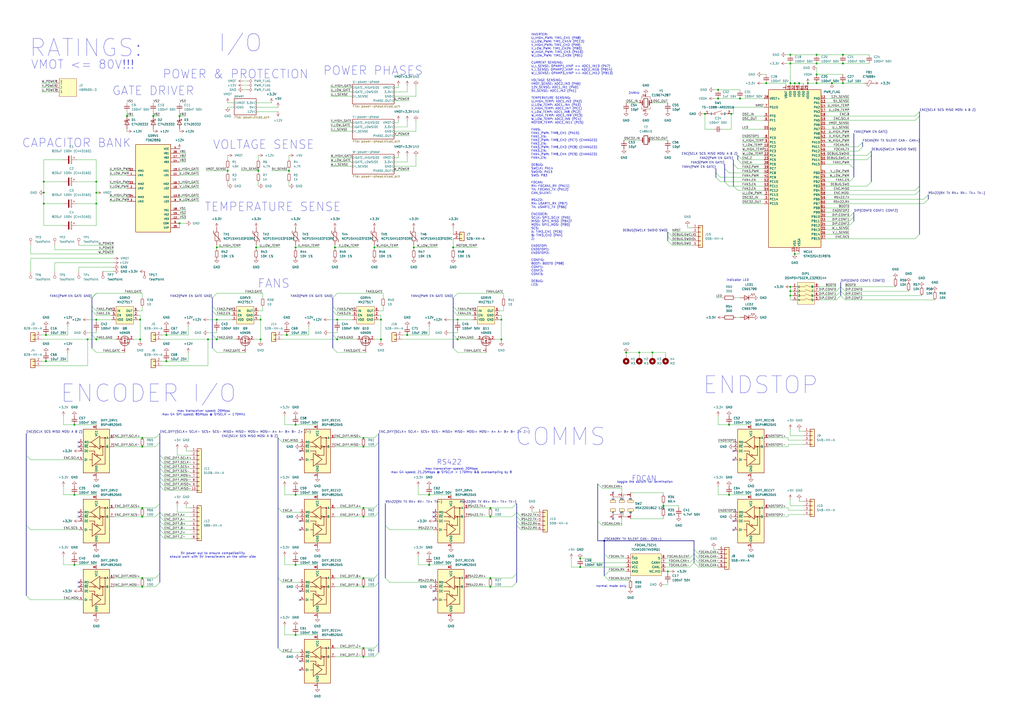
<source format=kicad_sch>
(kicad_sch (version 20250114) (generator "eeschema") (generator_version "9.0")
  (paper "A2")
  (text "POWER PHASES" (at 216.408 41.148 0) (effects (font (size 5 5))))
  (text "TEMPERATURE SENSE" (at 158.242 120.142 0) (effects (font (size 5 5))))
  (text "GATE DRIVER" (at 88.9 52.832 0) (effects (font (size 5 5))))
  (text "I/O" (at 139.446 25.146 0) (effects (font (size 10 10))))
  (text "POWER & PROTECTION" (at 136.652 43.18 0) (effects (font (size 5 5))))
  (text "RATINGS:" (at 49.784 27.94 0) (effects (font (size 10 10))))
  (text "max transceiver speed: 20Mbps\nmax G4 speed: 21.25Mbps @ SYSCLK = 170MHz && oversampling by 8" (at 261.874 273.05 0) (effects (font (size 1.27 1.27))))
  (text "max transceiver speed: 20Mbps\nmax G4 SPI speed: 85Mbps @ SYSCLK = 170MHz" (at 118.11 239.522 0) (effects (font (size 1.27 1.27))))
  (text "INVERTER:\nU_HIGH_PWM: TIM1_CH1 (PA8)\nU_LOW_PWM: TIM1_CH1N (PC13)\nV_HIGH_PWM: TIM1_CH2 (PA9)\nV_LOW_PWM: TIM1_CH2N (PB0)\nW_HIGH_PWM: TIM1_CH3 (PA10)\nW_LOW_PWM: TIM1_CH3N (PB1)\n\nCURRENT SENSING:\nU_I_SENSE: OPAMP1_VINP => ADC1_IN13 (PA7)\nV_I_SENSE: OPAMP2_VINP => ADC2_IN16 (PB14)\nW_I_SENSE: OPAMP3_VINP => ADC1_IN12 (PB13)\n\nVOLTAGE SENSING:\nVMOT_SENSE: ADC2_IN3 (PA6)\n12V_SENSE: ADC1_IN1 (PA0)\n5V_SENSE: ADC1_IN2 (PA1)\n\nTEMPERATURE SENSING:\nU_HIGH_TEMP: ADC1_IN3 (PA2)\nU_LOW_TEMP: ADC1_IN4 (PA3)\nV_HIGH_TEMP: ADC1_IN7 (PC1)\nV_LOW_TEMP: ADC1_IN8 (PC2)\nW_HIGH_TEMP: ADC2_IN9 (PC3)\nW_LOW_TEMP: ADC2_IN5 (PC4)\nMOTOR_TEMP: ADC2_IN11 (PC5)\n\nFANS:\nFAN1_PWM: TIM8_CH1 (PA15)\nFAN1_EN:\nFAN2_PWM: TIM8_CH2 (PC7) (CHANGED)\nFAN2_EN:\nFAN3_PWM: TIM8_CH3 (PC8) (CHANGED)\nFAN3_EN:\nFAN4_PWM: TIM8_CH4 (PC9) (CHANGED)\nFAN4_EN:\n\nDEBUG:\nSWCLK: PA14\nSWDIO: PA13\nSWO: PB3\n\nFDCAN:\nRX: FDCAN1_RX (PA11)\nTX: FDCAN1_TX (PA12)\nCAN_SILENT:\n\nRS422:\nRX: USART1_RX (PB7)\nTX: USART1_TX (PB6)\n\nENCODER:\nSCLK: SPI1_SCLK (PA5)\nMISO: SPI1_MISO (PB4)\r\nMOSI: SPI1_MOSI (PB5)\nSCS:\nA: TIM3_CH1 (PC6)\nB: TIM3_CH2 (PA4)\nZ:\n\nENDSTOP:\nENDSTOP1:\nENDSTOP2:\n\nCONFIG:\nBOOT: BOOT0 (PB8)\nCONF1:\nCONF2:\nCONF3:\n\nDEBUG:\nLED:" (at 308.102 92.71 0) (effects (font (size 1.27 1.27)) (justify left)))
  (text "FANS" (at 158.75 164.592 0) (effects (font (size 5 5))))
  (text "normal mode only" (at 354.584 340.106 0) (effects (font (size 1.27 1.27))))
  (text "ENCODER I/O" (at 86.106 228.346 0) (effects (font (size 10 10))))
  (text "VMOT <= 80V!!!" (at 48.006 37.592 0) (effects (font (size 5 5))))
  (text "VOLTAGE SENSE" (at 152.908 84.074 0) (effects (font (size 5 5))))
  (text "FDCAN" (at 373.634 277.622 0) (effects (font (size 3 3))))
  (text "RS422" (at 260.604 268.224 0) (effects (font (size 3 3))))
  (text "ENDSTOP" (at 441.198 223.52 0) (effects (font (size 10 10))))
  (text "5V power out to ensure compatiability\nshould work with 5V transcievers on the other side" (at 123.444 322.072 0) (effects (font (size 1.27 1.27))))
  (text "24MHz" (at 367.792 54.102 0) (effects (font (size 1.27 1.27))))
  (text "toggle the switch for termination" (at 374.142 279.654 0) (effects (font (size 1.27 1.27))))
  (text "CAPACITOR BANK" (at 44.45 83.058 0) (effects (font (size 5 5))))
  (text "COMMS" (at 325.12 253.492 0) (effects (font (size 10 10))))
  (text "indicator LED" (at 427.99 162.56 0) (effects (font (size 1.27 1.27))))
  (junction (at 220.98 185.42))
  (junction (at 463.55 48.26))
  (junction (at 210.82 381))
  (junction (at 336.55 323.85))
  (junction (at 55.88 196.85))
  (junction (at 151.13 185.42))
  (junction (at 370.84 204.47))
  (junction (at 458.47 171.45))
  (junction (at 458.47 166.37))
  (junction (at 194.31 143.51))
  (junction (at 210.82 294.64))
  (junction (at 171.45 287.02))
  (junction (at 444.5 48.26))
  (junction (at 26.67 194.31))
  (junction (at 82.55 335.28))
  (junction (at 473.71 48.26))
  (junction (at 429.26 57.15))
  (junction (at 217.17 143.51))
  (junction (at 25.4 111.76))
  (junction (at 195.58 185.42))
  (junction (at 461.01 48.26))
  (junction (at 96.52 194.31))
  (junction (at 363.22 204.47))
  (junction (at 488.95 31.75))
  (junction (at 473.71 43.18))
  (junction (at 468.63 48.26))
  (junction (at 151.13 196.85))
  (junction (at 408.94 66.04))
  (junction (at 265.43 196.85))
  (junction (at 473.71 31.75))
  (junction (at 284.48 294.64))
  (junction (at 81.28 185.42))
  (junction (at 166.37 194.31))
  (junction (at 195.58 196.85))
  (junction (at 473.71 36.83))
  (junction (at 284.48 335.28))
  (junction (at 210.82 259.08))
  (junction (at 240.03 143.51))
  (junction (at 482.6 48.26))
  (junction (at 265.43 185.42))
  (junction (at 458.47 48.26))
  (junction (at 210.82 254))
  (junction (at 149.86 99.06))
  (junction (at 416.56 57.15))
  (junction (at 290.83 185.42))
  (junction (at 284.48 299.72))
  (junction (at 384.81 293.37))
  (junction (at 284.48 340.36))
  (junction (at 210.82 375.92))
  (junction (at 26.67 209.55))
  (junction (at 81.28 196.85))
  (junction (at 171.45 246.38))
  (junction (at 132.08 99.06))
  (junction (at 236.22 194.31))
  (junction (at 125.73 185.42))
  (junction (at 104.14 67.31))
  (junction (at 43.18 327.66))
  (junction (at 82.55 294.64))
  (junction (at 148.59 143.51))
  (junction (at 55.88 111.76))
  (junction (at 171.45 143.51))
  (junction (at 167.64 99.06))
  (junction (at 336.55 328.93))
  (junction (at 104.14 129.54))
  (junction (at 210.82 340.36))
  (junction (at 125.73 143.51))
  (junction (at 82.55 299.72))
  (junction (at 387.35 331.47))
  (junction (at 43.18 246.38))
  (junction (at 82.55 254))
  (junction (at 55.88 118.11))
  (junction (at 290.83 196.85))
  (junction (at 458.47 168.91))
  (junction (at 55.88 105.41))
  (junction (at 220.98 196.85))
  (junction (at 458.47 31.75))
  (junction (at 416.56 52.07))
  (junction (at 262.89 143.51))
  (junction (at 120.65 196.85))
  (junction (at 350.52 313.69))
  (junction (at 210.82 299.72))
  (junction (at 248.92 287.02))
  (junction (at 82.55 259.08))
  (junction (at 488.95 48.26))
  (junction (at 422.91 246.38))
  (junction (at 55.88 185.42))
  (junction (at 171.45 368.3))
  (junction (at 461.01 147.32))
  (junction (at 82.55 340.36))
  (junction (at 96.52 209.55))
  (junction (at 25.4 118.11))
  (junction (at 422.91 287.02))
  (junction (at 88.9 67.31))
  (junction (at 25.4 105.41))
  (junction (at 43.18 287.02))
  (junction (at 73.66 67.31))
  (junction (at 50.8 196.85))
  (junction (at 488.95 36.83))
  (junction (at 458.47 36.83))
  (junction (at 210.82 335.28))
  (junction (at 171.45 327.66))
  (junction (at 424.18 66.04))
  (junction (at 248.92 327.66))
  (junction (at 125.73 196.85))
  (junction (at 378.46 204.47))
  (no_connect (at 45.72 337.82))
  (no_connect (at 425.45 302.26))
  (no_connect (at 45.72 256.54))
  (no_connect (at 425.45 307.34))
  (no_connect (at 45.72 297.18))
  (no_connect (at 355.6 285.75))
  (no_connect (at 425.45 266.7))
  (no_connect (at 173.99 307.34))
  (no_connect (at 251.46 342.9))
  (no_connect (at 173.99 302.26))
  (no_connect (at 173.99 383.54))
  (no_connect (at 251.46 347.98))
  (no_connect (at 251.46 297.18))
  (no_connect (at 173.99 342.9))
  (no_connect (at 45.72 340.36))
  (no_connect (at 173.99 266.7))
  (no_connect (at 45.72 299.72))
  (no_connect (at 355.6 300.99))
  (no_connect (at 173.99 347.98))
  (no_connect (at 173.99 388.62))
  (no_connect (at 425.45 261.62))
  (no_connect (at 173.99 261.62))
  (no_connect (at 251.46 299.72))
  (no_connect (at 45.72 259.08))
  (bus_entry (at 219.71 292.1) (size -2.54 2.54))
  (bus_entry (at 92.71 299.72) (size 2.54 2.54))
  (bus_entry (at 500.38 82.55) (size -2.54 2.54))
  (bus_entry (at 387.35 134.62) (size 2.54 2.54))
  (bus_entry (at 299.72 297.18) (size 2.54 2.54))
  (bus_entry (at 495.3 125.73) (size -2.54 2.54))
  (bus_entry (at 53.34 201.93) (size 2.54 2.54))
  (bus_entry (at 402.59 323.85) (size -2.54 2.54))
  (bus_entry (at 533.4 64.77) (size -2.54 2.54))
  (bus_entry (at 262.89 180.34) (size 2.54 2.54))
  (bus_entry (at 92.71 256.54) (size -2.54 2.54))
  (bus_entry (at 193.04 194.31) (size 2.54 2.54))
  (bus_entry (at 538.48 113.03) (size -2.54 2.54))
  (bus_entry (at 420.37 97.79) (size 2.54 2.54))
  (bus_entry (at 223.52 304.8) (size 2.54 2.54))
  (bus_entry (at 15.24 304.8) (size 2.54 2.54))
  (bus_entry (at 123.19 201.93) (size 2.54 2.54))
  (bus_entry (at 495.3 97.79) (size -2.54 -2.54))
  (bus_entry (at 299.72 297.18) (size -2.54 2.54))
  (bus_entry (at 415.29 100.33) (size 2.54 2.54))
  (bus_entry (at 402.59 326.39) (size -2.54 2.54))
  (bus_entry (at 262.89 201.93) (size 2.54 2.54))
  (bus_entry (at 487.68 166.37) (size -2.54 2.54))
  (bus_entry (at 123.19 180.34) (size 2.54 2.54))
  (bus_entry (at 53.34 172.72) (size 2.54 -2.54))
  (bus_entry (at 92.71 266.7) (size 2.54 2.54))
  (bus_entry (at 425.45 95.25) (size 2.54 2.54))
  (bus_entry (at 262.89 194.31) (size 2.54 2.54))
  (bus_entry (at 219.71 373.38) (size -2.54 2.54))
  (bus_entry (at 402.59 326.39) (size 2.54 2.54))
  (bus_entry (at 193.04 177.8) (size 2.54 2.54))
  (bus_entry (at 53.34 194.31) (size 2.54 2.54))
  (bus_entry (at 533.4 107.95) (size -2.54 2.54))
  (bus_entry (at 402.59 318.77) (size 2.54 2.54))
  (bus_entry (at 538.48 115.57) (size -2.54 2.54))
  (bus_entry (at 53.34 172.72) (size 2.54 -2.54))
  (bus_entry (at 92.71 271.78) (size 2.54 2.54))
  (bus_entry (at 299.72 337.82) (size -2.54 2.54))
  (bus_entry (at 92.71 297.18) (size -2.54 2.54))
  (bus_entry (at 487.68 168.91) (size 2.54 2.54))
  (bus_entry (at 495.3 128.27) (size -2.54 2.54))
  (bus_entry (at 262.89 177.8) (size 2.54 2.54))
  (bus_entry (at 92.71 337.82) (size -2.54 2.54))
  (bus_entry (at 219.71 251.46) (size -2.54 2.54))
  (bus_entry (at 53.34 177.8) (size 2.54 2.54))
  (bus_entry (at 161.29 254) (size 2.54 2.54))
  (bus_entry (at 219.71 297.18) (size -2.54 2.54))
  (bus_entry (at 92.71 307.34) (size 2.54 2.54))
  (bus_entry (at 299.72 332.74) (size -2.54 2.54))
  (bus_entry (at 92.71 281.94) (size 2.54 2.54))
  (bus_entry (at 92.71 269.24) (size 2.54 2.54))
  (bus_entry (at 92.71 309.88) (size 2.54 2.54))
  (bus_entry (at 219.71 332.74) (size -2.54 2.54))
  (bus_entry (at 193.04 201.93) (size 2.54 2.54))
  (bus_entry (at 425.45 107.95) (size 2.54 2.54))
  (bus_entry (at 350.52 321.31) (size 2.54 2.54))
  (bus_entry (at 427.99 92.71) (size 2.54 2.54))
  (bus_entry (at 223.52 335.28) (size 2.54 2.54))
  (bus_entry (at 420.37 105.41) (size 2.54 2.54))
  (bus_entry (at 299.72 292.1) (size -2.54 2.54))
  (bus_entry (at 505.46 90.17) (size -2.54 2.54))
  (bus_entry (at 219.71 337.82) (size -2.54 2.54))
  (bus_entry (at 346.71 280.67) (size 2.54 2.54))
  (bus_entry (at 387.35 137.16) (size 2.54 2.54))
  (bus_entry (at 487.68 166.37) (size 2.54 2.54))
  (bus_entry (at 533.4 110.49) (size -2.54 2.54))
  (bus_entry (at 92.71 332.74) (size -2.54 2.54))
  (bus_entry (at 487.68 171.45) (size 2.54 2.54))
  (bus_entry (at 299.72 302.26) (size 2.54 2.54))
  (bus_entry (at 427.99 90.17) (size 2.54 2.54))
  (bus_entry (at 402.59 321.31) (size 2.54 2.54))
  (bus_entry (at 402.59 323.85) (size 2.54 2.54))
  (bus_entry (at 533.4 135.89) (size -2.54 2.54))
  (bus_entry (at 53.34 180.34) (size 2.54 2.54))
  (bus_entry (at 505.46 87.63) (size -2.54 2.54))
  (bus_entry (at 15.24 345.44) (size 2.54 2.54))
  (bus_entry (at 123.19 194.31) (size 2.54 2.54))
  (bus_entry (at 92.71 274.32) (size 2.54 2.54))
  (bus_entry (at 495.3 102.87) (size -2.54 2.54))
  (bus_entry (at 161.29 294.64) (size 2.54 2.54))
  (bus_entry (at 92.71 264.16) (size 2.54 2.54))
  (bus_entry (at 487.68 168.91) (size -2.54 2.54))
  (bus_entry (at 123.19 172.72) (size 2.54 -2.54))
  (bus_entry (at 346.71 302.26) (size 2.54 2.54))
  (bus_entry (at 193.04 180.34) (size 2.54 2.54))
  (bus_entry (at 495.3 123.19) (size -2.54 2.54))
  (bus_entry (at 387.35 139.7) (size 2.54 2.54))
  (bus_entry (at 193.04 172.72) (size 2.54 -2.54))
  (bus_entry (at 219.71 256.54) (size -2.54 2.54))
  (bus_entry (at 299.72 299.72) (size 2.54 2.54))
  (bus_entry (at 500.38 85.09) (size -2.54 2.54))
  (bus_entry (at 92.71 292.1) (size -2.54 2.54))
  (bus_entry (at 15.24 264.16) (size 2.54 2.54))
  (bus_entry (at 123.19 177.8) (size 2.54 2.54))
  (bus_entry (at 350.52 334.01) (size 2.54 -2.54))
  (bus_entry (at 92.71 276.86) (size 2.54 2.54))
  (bus_entry (at 219.71 378.46) (size -2.54 2.54))
  (bus_entry (at 299.72 304.8) (size 2.54 2.54))
  (bus_entry (at 262.89 172.72) (size 2.54 -2.54))
  (bus_entry (at 161.29 335.28) (size 2.54 2.54))
  (bus_entry (at 402.59 321.31) (size -2.54 2.54))
  (bus_entry (at 92.71 304.8) (size 2.54 2.54))
  (bus_entry (at 161.29 375.92) (size 2.54 2.54))
  (bus_entry (at 487.68 171.45) (size -2.54 2.54))
  (bus_entry (at 505.46 105.41) (size -2.54 2.54))
  (bus_entry (at 415.29 102.87) (size 2.54 2.54))
  (bus_entry (at 533.4 67.31) (size -2.54 2.54))
  (bus_entry (at 92.71 302.26) (size 2.54 2.54))
  (bus_entry (at 92.71 297.18) (size 2.54 2.54))
  (bus_entry (at 92.71 279.4) (size 2.54 2.54))
  (bus_entry (at 92.71 251.46) (size -2.54 2.54))
  (bus_entry (at 350.52 334.01) (size 2.54 2.54))
  (wire (pts (xy 63.5 116.84) (xy 73.66 116.84)))
  (wire (pts (xy 102.87 260.35) (xy 102.87 264.16)))
  (wire (pts (xy 461.01 146.05) (xy 461.01 147.32)))
  (wire (pts (xy 63.5 114.3) (xy 73.66 114.3)))
  (wire (pts (xy 228.6 91.44) (xy 231.14 91.44)))
  (wire (pts (xy 102.87 264.16) (xy 110.49 264.16)))
  (wire (pts (xy 139.7 99.06) (xy 149.86 99.06)))
  (wire (pts (xy 443.23 62.23) (xy 425.45 62.23)))
  (bus (pts (xy 299.72 297.18) (xy 299.72 299.72)))
  (wire (pts (xy 191.77 93.98) (xy 204.47 93.98)))
  (wire (pts (xy 478.79 130.81) (xy 492.76 130.81)))
  (wire (pts (xy 55.88 191.77) (xy 55.88 193.04)))
  (wire (pts (xy 430.53 95.25) (xy 443.23 95.25)))
  (bus (pts (xy 495.3 125.73) (xy 495.3 128.27)))
  (wire (pts (xy 378.46 81.28) (xy 387.35 81.28)))
  (wire (pts (xy 55.88 185.42) (xy 55.88 186.69)))
  (wire (pts (xy 36.83 92.71) (xy 25.4 92.71)))
  (wire (pts (xy 191.77 91.44) (xy 204.47 91.44)))
  (wire (pts (xy 292.1 177.8) (xy 292.1 180.34)))
  (wire (pts (xy 220.98 185.42) (xy 220.98 196.85)))
  (wire (pts (xy 262.89 143.51) (xy 262.89 144.78)))
  (wire (pts (xy 363.22 326.39) (xy 342.9 326.39)))
  (wire (pts (xy 134.62 185.42) (xy 125.73 185.42)))
  (wire (pts (xy 149.86 90.17) (xy 149.86 92.71)))
  (wire (pts (xy 104.14 67.31) (xy 104.14 64.77)))
  (wire (pts (xy 55.88 196.85) (xy 67.31 196.85)))
  (wire (pts (xy 422.91 287.02) (xy 435.61 287.02)))
  (wire (pts (xy 149.86 182.88) (xy 151.13 182.88)))
  (wire (pts (xy 445.77 254) (xy 457.2 254)))
  (wire (pts (xy 478.79 74.93) (xy 492.76 74.93)))
  (wire (pts (xy 148.59 59.69) (xy 157.48 59.69)))
  (wire (pts (xy 386.08 204.47) (xy 378.46 204.47)))
  (wire (pts (xy 384.81 299.72) (xy 384.81 300.99)))
  (bus (pts (xy 415.29 100.33) (xy 415.29 102.87)))
  (wire (pts (xy 463.55 248.92) (xy 463.55 250.19)))
  (wire (pts (xy 82.55 254) (xy 90.17 254)))
  (wire (pts (xy 478.79 107.95) (xy 502.92 107.95)))
  (wire (pts (xy 217.17 143.51) (xy 217.17 144.78)))
  (bus (pts (xy 495.3 123.19) (xy 495.3 125.73)))
  (wire (pts (xy 458.47 31.75) (xy 473.71 31.75)))
  (wire (pts (xy 95.25 274.32) (xy 110.49 274.32)))
  (bus (pts (xy 262.89 177.8) (xy 262.89 180.34)))
  (wire (pts (xy 260.35 185.42) (xy 265.43 185.42)))
  (wire (pts (xy 445.77 259.08) (xy 457.2 259.08)))
  (wire (pts (xy 194.31 259.08) (xy 210.82 259.08)))
  (bus (pts (xy 92.71 266.7) (xy 92.71 269.24)))
  (wire (pts (xy 466.09 295.91) (xy 457.2 295.91)))
  (wire (pts (xy 231.14 91.44) (xy 231.14 90.17)))
  (wire (pts (xy 204.47 185.42) (xy 195.58 185.42)))
  (bus (pts (xy 161.29 254) (xy 161.29 294.64)))
  (wire (pts (xy 490.22 171.45) (xy 534.67 171.45)))
  (wire (pts (xy 217.17 143.51) (xy 217.17 142.24)))
  (wire (pts (xy 242.57 287.02) (xy 248.92 287.02)))
  (bus (pts (xy 262.89 172.72) (xy 262.89 177.8)))
  (wire (pts (xy 25.4 92.71) (xy 25.4 105.41)))
  (wire (pts (xy 430.53 80.01) (xy 443.23 80.01)))
  (wire (pts (xy 349.25 283.21) (xy 360.68 283.21)))
  (wire (pts (xy 36.83 246.38) (xy 43.18 246.38)))
  (wire (pts (xy 387.35 331.47) (xy 386.08 331.47)))
  (wire (pts (xy 109.22 189.23) (xy 109.22 194.31)))
  (wire (pts (xy 430.53 92.71) (xy 443.23 92.71)))
  (wire (pts (xy 458.47 168.91) (xy 459.74 168.91)))
  (wire (pts (xy 231.14 71.12) (xy 231.14 69.85)))
  (wire (pts (xy 478.79 90.17) (xy 502.92 90.17)))
  (bus (pts (xy 346.71 313.69) (xy 346.71 302.26)))
  (wire (pts (xy 120.65 196.85) (xy 125.73 196.85)))
  (wire (pts (xy 166.37 194.31) (xy 163.83 194.31)))
  (wire (pts (xy 425.45 107.95) (xy 443.23 107.95)))
  (bus (pts (xy 350.52 313.69) (xy 350.52 321.31)))
  (wire (pts (xy 148.59 62.23) (xy 161.29 62.23)))
  (wire (pts (xy 389.89 134.62) (xy 401.32 134.62)))
  (wire (pts (xy 458.47 36.83) (xy 458.47 48.26)))
  (wire (pts (xy 360.68 283.21) (xy 360.68 285.75)))
  (wire (pts (xy 39.37 209.55) (xy 26.67 209.55)))
  (wire (pts (xy 429.26 52.07) (xy 416.56 52.07)))
  (wire (pts (xy 95.25 266.7) (xy 110.49 266.7)))
  (wire (pts (xy 240.03 143.51) (xy 240.03 144.78)))
  (wire (pts (xy 478.79 69.85) (xy 530.86 69.85)))
  (wire (pts (xy 384.81 293.37) (xy 384.81 294.64)))
  (wire (pts (xy 163.83 378.46) (xy 173.99 378.46)))
  (wire (pts (xy 478.79 77.47) (xy 492.76 77.47)))
  (bus (pts (xy 92.71 309.88) (xy 92.71 332.74)))
  (wire (pts (xy 44.45 130.81) (xy 55.88 130.81)))
  (wire (pts (xy 473.71 48.26) (xy 482.6 48.26)))
  (wire (pts (xy 88.9 67.31) (xy 88.9 64.77)))
  (wire (pts (xy 429.26 184.15) (xy 426.72 184.15)))
  (bus (pts (xy 350.52 313.69) (xy 402.59 313.69)))
  (wire (pts (xy 353.06 336.55) (xy 365.76 336.55)))
  (wire (pts (xy 416.56 52.07) (xy 414.02 52.07)))
  (wire (pts (xy 478.79 67.31) (xy 530.86 67.31)))
  (wire (pts (xy 152.4 180.34) (xy 149.86 180.34)))
  (wire (pts (xy 81.28 182.88) (xy 81.28 185.42)))
  (wire (pts (xy 430.53 82.55) (xy 443.23 82.55)))
  (wire (pts (xy 194.31 381) (xy 210.82 381)))
  (wire (pts (xy 95.25 276.86) (xy 110.49 276.86)))
  (wire (pts (xy 463.55 48.26) (xy 461.01 48.26)))
  (bus (pts (xy 123.19 180.34) (xy 123.19 194.31)))
  (wire (pts (xy 466.09 49.53) (xy 466.09 48.26)))
  (wire (pts (xy 331.47 323.85) (xy 331.47 328.93)))
  (wire (pts (xy 50.8 196.85) (xy 50.8 212.09)))
  (wire (pts (xy 95.25 279.4) (xy 110.49 279.4)))
  (bus (pts (xy 495.3 97.79) (xy 495.3 102.87)))
  (wire (pts (xy 482.6 48.26) (xy 488.95 48.26)))
  (bus (pts (xy 223.52 304.8) (xy 223.52 335.28)))
  (wire (pts (xy 132.08 99.06) (xy 132.08 100.33)))
  (wire (pts (xy 104.14 116.84) (xy 115.57 116.84)))
  (wire (pts (xy 195.58 204.47) (xy 212.09 204.47)))
  (wire (pts (xy 55.88 193.04) (xy 50.8 193.04)))
  (wire (pts (xy 195.58 170.18) (xy 222.25 170.18)))
  (wire (pts (xy 416.56 281.94) (xy 416.56 287.02)))
  (wire (pts (xy 191.77 73.66) (xy 204.47 73.66)))
  (bus (pts (xy 346.71 302.26) (xy 346.71 280.67)))
  (bus (pts (xy 299.72 302.26) (xy 299.72 304.8)))
  (wire (pts (xy 441.96 43.18) (xy 444.5 43.18)))
  (wire (pts (xy 132.08 105.41) (xy 132.08 107.95)))
  (wire (pts (xy 408.94 66.04) (xy 407.67 66.04)))
  (wire (pts (xy 461.01 48.26) (xy 458.47 48.26)))
  (wire (pts (xy 458.47 248.92) (xy 458.47 252.73)))
  (wire (pts (xy 104.14 91.44) (xy 107.95 91.44)))
  (wire (pts (xy 478.79 135.89) (xy 492.76 135.89)))
  (wire (pts (xy 151.13 182.88) (xy 151.13 185.42)))
  (wire (pts (xy 95.25 271.78) (xy 110.49 271.78)))
  (wire (pts (xy 43.18 246.38) (xy 55.88 246.38)))
  (wire (pts (xy 55.88 182.88) (xy 64.77 182.88)))
  (wire (pts (xy 430.53 87.63) (xy 443.23 87.63)))
  (wire (pts (xy 31.75 152.4) (xy 31.75 157.48)))
  (wire (pts (xy 478.79 100.33) (xy 492.76 100.33)))
  (bus (pts (xy 299.72 299.72) (xy 299.72 302.26)))
  (wire (pts (xy 463.55 290.83) (xy 466.09 290.83)))
  (wire (pts (xy 370.84 204.47) (xy 370.84 205.74)))
  (wire (pts (xy 17.78 149.86) (xy 17.78 157.48)))
  (wire (pts (xy 387.35 339.09) (xy 384.81 339.09)))
  (wire (pts (xy 284.48 299.72) (xy 297.18 299.72)))
  (bus (pts (xy 219.71 251.46) (xy 219.71 256.54)))
  (wire (pts (xy 157.48 99.06) (xy 167.64 99.06)))
  (wire (pts (xy 241.3 69.85) (xy 241.3 76.2)))
  (wire (pts (xy 231.14 143.51) (xy 217.17 143.51)))
  (bus (pts (xy 92.71 281.94) (xy 92.71 292.1)))
  (wire (pts (xy 104.14 129.54) (xy 104.14 132.08)))
  (wire (pts (xy 265.43 185.42) (xy 265.43 186.69)))
  (wire (pts (xy 416.56 246.38) (xy 422.91 246.38)))
  (wire (pts (xy 36.83 241.3) (xy 36.83 246.38)))
  (bus (pts (xy 402.59 321.31) (xy 402.59 323.85)))
  (wire (pts (xy 478.79 64.77) (xy 492.76 64.77)))
  (wire (pts (xy 248.92 327.66) (xy 261.62 327.66)))
  (wire (pts (xy 171.45 143.51) (xy 171.45 144.78)))
  (wire (pts (xy 430.53 90.17) (xy 443.23 90.17)))
  (wire (pts (xy 342.9 326.39) (xy 342.9 323.85)))
  (wire (pts (xy 95.25 309.88) (xy 110.49 309.88)))
  (wire (pts (xy 50.8 185.42) (xy 55.88 185.42)))
  (wire (pts (xy 236.22 90.17) (xy 236.22 93.98)))
  (wire (pts (xy 104.14 114.3) (xy 115.57 114.3)))
  (bus (pts (xy 92.71 307.34) (xy 92.71 309.88)))
  (wire (pts (xy 194.31 340.36) (xy 210.82 340.36)))
  (bus (pts (xy 92.71 279.4) (xy 92.71 281.94)))
  (wire (pts (xy 125.73 182.88) (xy 134.62 182.88)))
  (wire (pts (xy 463.55 289.56) (xy 463.55 290.83)))
  (wire (pts (xy 461.01 49.53) (xy 461.01 48.26)))
  (wire (pts (xy 63.5 99.06) (xy 73.66 99.06)))
  (bus (pts (xy 193.04 180.34) (xy 193.04 194.31)))
  (wire (pts (xy 478.79 102.87) (xy 492.76 102.87)))
  (wire (pts (xy 63.5 109.22) (xy 73.66 109.22)))
  (wire (pts (xy 55.88 180.34) (xy 64.77 180.34)))
  (wire (pts (xy 82.55 259.08) (xy 90.17 259.08)))
  (wire (pts (xy 284.48 335.28) (xy 297.18 335.28)))
  (wire (pts (xy 430.53 69.85) (xy 443.23 69.85)))
  (wire (pts (xy 82.55 335.28) (xy 90.17 335.28)))
  (wire (pts (xy 308.61 295.91) (xy 308.61 297.18)))
  (wire (pts (xy 242.57 281.94) (xy 242.57 287.02)))
  (wire (pts (xy 66.04 340.36) (xy 82.55 340.36)))
  (wire (pts (xy 331.47 328.93) (xy 336.55 328.93)))
  (wire (pts (xy 125.73 191.77) (xy 125.73 193.04)))
  (wire (pts (xy 271.78 335.28) (xy 284.48 335.28)))
  (wire (pts (xy 59.69 157.48) (xy 66.04 157.48)))
  (wire (pts (xy 478.79 80.01) (xy 492.76 80.01)))
  (wire (pts (xy 66.04 147.32) (xy 17.78 147.32)))
  (wire (pts (xy 194.31 375.92) (xy 210.82 375.92)))
  (wire (pts (xy 81.28 185.42) (xy 81.28 196.85)))
  (bus (pts (xy 346.71 313.69) (xy 350.52 313.69)))
  (wire (pts (xy 82.55 340.36) (xy 90.17 340.36)))
  (wire (pts (xy 461.01 147.32) (xy 463.55 147.32)))
  (wire (pts (xy 422.91 100.33) (xy 443.23 100.33)))
  (wire (pts (xy 488.95 36.83) (xy 504.19 36.83)))
  (wire (pts (xy 241.3 49.53) (xy 241.3 55.88)))
  (wire (pts (xy 107.95 261.62) (xy 110.49 261.62)))
  (bus (pts (xy 415.29 97.79) (xy 415.29 100.33)))
  (wire (pts (xy 226.06 307.34) (xy 251.46 307.34)))
  (wire (pts (xy 458.47 173.99) (xy 459.74 173.99)))
  (bus (pts (xy 123.19 177.8) (xy 123.19 180.34)))
  (wire (pts (xy 468.63 48.26) (xy 473.71 48.26)))
  (wire (pts (xy 140.97 52.07) (xy 143.51 52.07)))
  (wire (pts (xy 463.55 250.19) (xy 466.09 250.19)))
  (bus (pts (xy 219.71 297.18) (xy 219.71 332.74)))
  (wire (pts (xy 107.95 67.31) (xy 104.14 67.31)))
  (wire (pts (xy 43.18 287.02) (xy 55.88 287.02)))
  (bus (pts (xy 425.45 92.71) (xy 425.45 95.25)))
  (wire (pts (xy 241.3 90.17) (xy 241.3 96.52)))
  (wire (pts (xy 478.79 138.43) (xy 530.86 138.43)))
  (wire (pts (xy 179.07 194.31) (xy 166.37 194.31)))
  (wire (pts (xy 458.47 289.56) (xy 458.47 293.37)))
  (wire (pts (xy 292.1 180.34) (xy 289.56 180.34)))
  (wire (pts (xy 236.22 73.66) (xy 228.6 73.66)))
  (wire (pts (xy 120.65 185.42) (xy 125.73 185.42)))
  (bus (pts (xy 92.71 271.78) (xy 92.71 274.32)))
  (wire (pts (xy 210.82 381) (xy 217.17 381)))
  (wire (pts (xy 389.89 139.7) (xy 401.32 139.7)))
  (wire (pts (xy 95.25 312.42) (xy 110.49 312.42)))
  (wire (pts (xy 149.86 97.79) (xy 149.86 99.06)))
  (bus (pts (xy 15.24 264.16) (xy 15.24 304.8)))
  (wire (pts (xy 82.55 299.72) (xy 90.17 299.72)))
  (wire (pts (xy 387.35 337.82) (xy 387.35 339.09)))
  (wire (pts (xy 17.78 266.7) (xy 45.72 266.7)))
  (wire (pts (xy 336.55 328.93) (xy 363.22 328.93)))
  (wire (pts (xy 64.77 185.42) (xy 55.88 185.42)))
  (wire (pts (xy 363.22 59.69) (xy 370.84 59.69)))
  (wire (pts (xy 82.55 180.34) (xy 80.01 180.34)))
  (wire (pts (xy 228.6 58.42) (xy 237.49 58.42)))
  (wire (pts (xy 478.79 133.35) (xy 492.76 133.35)))
  (wire (pts (xy 163.83 256.54) (xy 173.99 256.54)))
  (wire (pts (xy 405.13 323.85) (xy 416.56 323.85)))
  (wire (pts (xy 77.47 196.85) (xy 81.28 196.85)))
  (wire (pts (xy 254 143.51) (xy 240.03 143.51)))
  (wire (pts (xy 445.77 294.64) (xy 457.2 294.64)))
  (wire (pts (xy 43.18 327.66) (xy 55.88 327.66)))
  (wire (pts (xy 363.22 204.47) (xy 363.22 205.74)))
  (wire (pts (xy 26.67 194.31) (xy 24.13 194.31)))
  (bus (pts (xy 219.71 337.82) (xy 219.71 373.38)))
  (wire (pts (xy 120.65 212.09) (xy 93.98 212.09)))
  (wire (pts (xy 416.56 297.18) (xy 425.45 297.18)))
  (wire (pts (xy 349.25 304.8) (xy 360.68 304.8)))
  (wire (pts (xy 191.77 50.8) (xy 204.47 50.8)))
  (wire (pts (xy 210.82 299.72) (xy 217.17 299.72)))
  (wire (pts (xy 478.79 59.69) (xy 492.76 59.69)))
  (wire (pts (xy 236.22 69.85) (xy 236.22 73.66)))
  (wire (pts (xy 228.6 71.12) (xy 231.14 71.12)))
  (bus (pts (xy 53.34 180.34) (xy 53.34 194.31)))
  (wire (pts (xy 163.83 337.82) (xy 173.99 337.82)))
  (wire (pts (xy 195.58 191.77) (xy 195.58 193.04)))
  (bus (pts (xy 420.37 97.79) (xy 420.37 105.41)))
  (wire (pts (xy 50.8 212.09) (xy 24.13 212.09)))
  (wire (pts (xy 125.73 196.85) (xy 137.16 196.85)))
  (bus (pts (xy 92.71 256.54) (xy 92.71 264.16)))
  (wire (pts (xy 210.82 335.28) (xy 217.17 335.28)))
  (wire (pts (xy 302.26 304.8) (xy 311.15 304.8)))
  (wire (pts (xy 104.14 121.92) (xy 107.95 121.92)))
  (wire (pts (xy 165.1 241.3) (xy 165.1 246.38)))
  (wire (pts (xy 171.45 246.38) (xy 184.15 246.38)))
  (bus (pts (xy 425.45 95.25) (xy 425.45 107.95)))
  (wire (pts (xy 458.47 36.83) (xy 473.71 36.83)))
  (wire (pts (xy 414.02 317.5) (xy 414.02 318.77)))
  (wire (pts (xy 66.04 294.64) (xy 82.55 294.64)))
  (bus (pts (xy 92.71 304.8) (xy 92.71 307.34)))
  (wire (pts (xy 474.98 173.99) (xy 485.14 173.99)))
  (bus (pts (xy 15.24 304.8) (xy 15.24 345.44)))
  (wire (pts (xy 430.53 115.57) (xy 443.23 115.57)))
  (wire (pts (xy 195.58 196.85) (xy 207.01 196.85)))
  (wire (pts (xy 398.78 132.08) (xy 401.32 132.08)))
  (wire (pts (xy 125.73 204.47) (xy 142.24 204.47)))
  (wire (pts (xy 55.88 118.11) (xy 55.88 111.76)))
  (wire (pts (xy 66.04 259.08) (xy 82.55 259.08)))
  (wire (pts (xy 427.99 97.79) (xy 443.23 97.79)))
  (wire (pts (xy 194.31 294.64) (xy 210.82 294.64)))
  (wire (pts (xy 80.01 182.88) (xy 81.28 182.88)))
  (wire (pts (xy 140.97 49.53) (xy 143.51 49.53)))
  (wire (pts (xy 478.79 125.73) (xy 492.76 125.73)))
  (wire (pts (xy 386.08 323.85) (xy 400.05 323.85)))
  (wire (pts (xy 95.25 299.72) (xy 110.49 299.72)))
  (wire (pts (xy 455.93 36.83) (xy 458.47 36.83)))
  (wire (pts (xy 165.1 246.38) (xy 171.45 246.38)))
  (wire (pts (xy 287.02 196.85) (xy 290.83 196.85)))
  (wire (pts (xy 194.31 254) (xy 210.82 254)))
  (wire (pts (xy 276.86 143.51) (xy 262.89 143.51)))
  (wire (pts (xy 208.28 143.51) (xy 194.31 143.51)))
  (wire (pts (xy 289.56 182.88) (xy 290.83 182.88)))
  (wire (pts (xy 88.9 76.2) (xy 88.9 74.93)))
  (wire (pts (xy 414.02 318.77) (xy 416.56 318.77)))
  (wire (pts (xy 478.79 118.11) (xy 535.94 118.11)))
  (wire (pts (xy 308.61 297.18) (xy 311.15 297.18)))
  (wire (pts (xy 458.47 168.91) (xy 458.47 171.45)))
  (wire (pts (xy 195.58 180.34) (xy 204.47 180.34)))
  (wire (pts (xy 24.13 196.85) (xy 50.8 196.85)))
  (wire (pts (xy 429.26 172.72) (xy 426.72 172.72)))
  (bus (pts (xy 495.3 77.47) (xy 495.3 97.79)))
  (wire (pts (xy 430.53 118.11) (xy 443.23 118.11)))
  (wire (pts (xy 162.56 143.51) (xy 148.59 143.51)))
  (wire (pts (xy 222.25 177.8) (xy 222.25 180.34)))
  (wire (pts (xy 220.98 182.88) (xy 220.98 185.42)))
  (wire (pts (xy 240.03 143.51) (xy 240.03 142.24)))
  (wire (pts (xy 195.58 182.88) (xy 204.47 182.88)))
  (wire (pts (xy 236.22 194.31) (xy 233.68 194.31)))
  (wire (pts (xy 458.47 166.37) (xy 458.47 168.91)))
  (wire (pts (xy 387.35 332.74) (xy 387.35 331.47)))
  (wire (pts (xy 132.08 90.17) (xy 132.08 92.71)))
  (wire (pts (xy 265.43 193.04) (xy 260.35 193.04)))
  (wire (pts (xy 125.73 180.34) (xy 134.62 180.34)))
  (wire (pts (xy 82.55 170.18) (xy 82.55 172.72)))
  (wire (pts (xy 222.25 170.18) (xy 222.25 172.72)))
  (wire (pts (xy 490.22 166.37) (xy 519.43 166.37)))
  (bus (pts (xy 223.52 292.1) (xy 223.52 304.8)))
  (wire (pts (xy 191.77 76.2) (xy 204.47 76.2)))
  (wire (pts (xy 384.81 292.1) (xy 384.81 293.37)))
  (wire (pts (xy 63.5 106.68) (xy 73.66 106.68)))
  (wire (pts (xy 95.25 304.8) (xy 110.49 304.8)))
  (wire (pts (xy 302.26 302.26) (xy 311.15 302.26)))
  (wire (pts (xy 422.91 107.95) (xy 425.45 107.95)))
  (wire (pts (xy 24.13 48.26) (xy 31.75 48.26)))
  (wire (pts (xy 466.09 48.26) (xy 463.55 48.26)))
  (bus (pts (xy 487.68 163.83) (xy 487.68 166.37)))
  (wire (pts (xy 458.47 166.37) (xy 459.74 166.37)))
  (wire (pts (xy 171.45 287.02) (xy 184.15 287.02)))
  (wire (pts (xy 36.83 322.58) (xy 36.83 327.66)))
  (wire (pts (xy 457.2 257.81) (xy 457.2 259.08)))
  (wire (pts (xy 149.86 185.42) (xy 151.13 185.42)))
  (wire (pts (xy 55.88 92.71) (xy 55.88 105.41)))
  (wire (pts (xy 336.55 323.85) (xy 342.9 323.85)))
  (bus (pts (xy 487.68 166.37) (xy 487.68 168.91)))
  (wire (pts (xy 416.56 256.54) (xy 425.45 256.54)))
  (wire (pts (xy 194.31 299.72) (xy 210.82 299.72)))
  (wire (pts (xy 17.78 347.98) (xy 45.72 347.98)))
  (bus (pts (xy 402.59 323.85) (xy 402.59 326.39)))
  (wire (pts (xy 152.4 170.18) (xy 152.4 172.72)))
  (wire (pts (xy 95.25 302.26) (xy 110.49 302.26)))
  (wire (pts (xy 430.53 67.31) (xy 443.23 67.31)))
  (wire (pts (xy 167.64 97.79) (xy 167.64 99.06)))
  (wire (pts (xy 353.06 323.85) (xy 363.22 323.85)))
  (wire (pts (xy 132.08 59.69) (xy 135.89 59.69)))
  (wire (pts (xy 25.4 111.76) (xy 25.4 105.41)))
  (wire (pts (xy 478.79 113.03) (xy 530.86 113.03)))
  (bus (pts (xy 299.72 304.8) (xy 299.72 332.74)))
  (bus (pts (xy 92.71 251.46) (xy 92.71 256.54)))
  (wire (pts (xy 104.14 109.22) (xy 115.57 109.22)))
  (wire (pts (xy 125.73 143.51) (xy 125.73 144.78)))
  (wire (pts (xy 478.79 128.27) (xy 492.76 128.27)))
  (wire (pts (xy 265.43 204.47) (xy 281.94 204.47)))
  (wire (pts (xy 386.08 326.39) (xy 400.05 326.39)))
  (wire (pts (xy 44.45 92.71) (xy 55.88 92.71)))
  (wire (pts (xy 171.45 143.51) (xy 171.45 142.24)))
  (wire (pts (xy 389.89 137.16) (xy 401.32 137.16)))
  (wire (pts (xy 490.22 173.99) (xy 542.29 173.99)))
  (wire (pts (xy 109.22 204.47) (xy 109.22 209.55)))
  (wire (pts (xy 473.71 43.18) (xy 488.95 43.18)))
  (wire (pts (xy 125.73 170.18) (xy 152.4 170.18)))
  (wire (pts (xy 422.91 246.38) (xy 435.61 246.38)))
  (wire (pts (xy 478.79 85.09) (xy 497.84 85.09)))
  (wire (pts (xy 140.97 46.99) (xy 143.51 46.99)))
  (wire (pts (xy 241.3 76.2) (xy 228.6 76.2)))
  (wire (pts (xy 167.64 99.06) (xy 167.64 100.33)))
  (wire (pts (xy 171.45 327.66) (xy 184.15 327.66)))
  (wire (pts (xy 236.22 93.98) (xy 228.6 93.98)))
  (wire (pts (xy 102.87 297.18) (xy 110.49 297.18)))
  (wire (pts (xy 478.79 87.63) (xy 497.84 87.63)))
  (wire (pts (xy 290.83 182.88) (xy 290.83 185.42)))
  (wire (pts (xy 478.79 110.49) (xy 530.86 110.49)))
  (wire (pts (xy 210.82 375.92) (xy 217.17 375.92)))
  (wire (pts (xy 55.88 204.47) (xy 72.39 204.47)))
  (bus (pts (xy 193.04 172.72) (xy 193.04 177.8)))
  (wire (pts (xy 210.82 294.64) (xy 217.17 294.64)))
  (wire (pts (xy 151.13 196.85) (xy 151.13 198.12)))
  (wire (pts (xy 378.46 59.69) (xy 387.35 59.69)))
  (wire (pts (xy 290.83 185.42) (xy 290.83 196.85)))
  (wire (pts (xy 408.94 74.93) (xy 408.94 66.04)))
  (wire (pts (xy 236.22 49.53) (xy 236.22 53.34)))
  (wire (pts (xy 96.52 194.31) (xy 93.98 194.31)))
  (wire (pts (xy 419.1 74.93) (xy 424.18 74.93)))
  (wire (pts (xy 361.95 81.28) (xy 370.84 81.28)))
  (wire (pts (xy 389.89 142.24) (xy 401.32 142.24)))
  (wire (pts (xy 185.42 143.51) (xy 171.45 143.51)))
  (wire (pts (xy 236.22 53.34) (xy 228.6 53.34)))
  (wire (pts (xy 242.57 322.58) (xy 242.57 327.66)))
  (wire (pts (xy 416.56 241.3) (xy 416.56 246.38)))
  (wire (pts (xy 82.55 294.64) (xy 90.17 294.64)))
  (wire (pts (xy 478.79 72.39) (xy 492.76 72.39)))
  (wire (pts (xy 151.13 185.42) (xy 151.13 196.85)))
  (wire (pts (xy 104.14 76.2) (xy 104.14 74.93)))
  (wire (pts (xy 228.6 99.06) (xy 237.49 99.06)))
  (wire (pts (xy 66.04 335.28) (xy 82.55 335.28)))
  (wire (pts (xy 458.47 48.26) (xy 458.47 49.53)))
  (wire (pts (xy 107.95 293.37) (xy 107.95 294.64)))
  (wire (pts (xy 39.37 204.47) (xy 39.37 209.55)))
  (wire (pts (xy 66.04 299.72) (xy 82.55 299.72)))
  (bus (pts (xy 92.71 292.1) (xy 92.71 297.18)))
  (wire (pts (xy 490.22 168.91) (xy 527.05 168.91)))
  (wire (pts (xy 104.14 99.06) (xy 115.57 99.06)))
  (wire (pts (xy 45.72 142.24) (xy 66.04 142.24)))
  (wire (pts (xy 66.04 144.78) (xy 31.75 144.78)))
  (wire (pts (xy 463.55 146.05) (xy 463.55 147.32)))
  (wire (pts (xy 466.09 257.81) (xy 457.2 257.81)))
  (wire (pts (xy 219.71 182.88) (xy 220.98 182.88)))
  (wire (pts (xy 107.95 260.35) (xy 107.95 261.62)))
  (bus (pts (xy 219.71 332.74) (xy 219.71 337.82)))
  (bus (pts (xy 427.99 90.17) (xy 427.99 92.71)))
  (bus (pts (xy 92.71 302.26) (xy 92.71 304.8)))
  (wire (pts (xy 384.81 287.02) (xy 384.81 285.75)))
  (wire (pts (xy 139.7 143.51) (xy 125.73 143.51)))
  (wire (pts (xy 167.64 90.17) (xy 167.64 92.71)))
  (wire (pts (xy 416.56 57.15) (xy 429.26 57.15)))
  (wire (pts (xy 262.89 132.08) (xy 262.89 135.89)))
  (bus (pts (xy 161.29 335.28) (xy 161.29 375.92)))
  (wire (pts (xy 109.22 209.55) (xy 96.52 209.55)))
  (wire (pts (xy 66.04 254) (xy 82.55 254)))
  (wire (pts (xy 104.14 101.6) (xy 115.57 101.6)))
  (wire (pts (xy 284.48 294.64) (xy 297.18 294.64)))
  (wire (pts (xy 81.28 196.85) (xy 81.28 198.12)))
  (wire (pts (xy 222.25 180.34) (xy 219.71 180.34)))
  (wire (pts (xy 191.77 53.34) (xy 204.47 53.34)))
  (wire (pts (xy 384.81 300.99) (xy 365.76 300.99)))
  (wire (pts (xy 242.57 327.66) (xy 248.92 327.66)))
  (wire (pts (xy 149.86 105.41) (xy 149.86 107.95)))
  (bus (pts (xy 505.46 87.63) (xy 505.46 90.17)))
  (wire (pts (xy 415.29 172.72) (xy 419.1 172.72)))
  (wire (pts (xy 167.64 105.41) (xy 167.64 107.95)))
  (wire (pts (xy 210.82 340.36) (xy 217.17 340.36)))
  (wire (pts (xy 104.14 93.98) (xy 107.95 93.98)))
  (wire (pts (xy 265.43 191.77) (xy 265.43 193.04)))
  (wire (pts (xy 96.52 209.55) (xy 93.98 209.55)))
  (wire (pts (xy 430.53 74.93) (xy 443.23 74.93)))
  (wire (pts (xy 463.55 49.53) (xy 463.55 48.26)))
  (bus (pts (xy 53.34 172.72) (xy 53.34 177.8)))
  (wire (pts (xy 457.2 295.91) (xy 457.2 294.64)))
  (wire (pts (xy 24.13 50.8) (xy 31.75 50.8)))
  (wire (pts (xy 125.73 143.51) (xy 125.73 142.24)))
  (wire (pts (xy 93.98 196.85) (xy 120.65 196.85)))
  (bus (pts (xy 53.34 177.8) (xy 53.34 180.34)))
  (bus (pts (xy 533.4 107.95) (xy 533.4 110.49)))
  (wire (pts (xy 220.98 196.85) (xy 220.98 198.12)))
  (bus (pts (xy 123.19 194.31) (xy 123.19 201.93)))
  (bus (pts (xy 161.29 294.64) (xy 161.29 335.28)))
  (wire (pts (xy 265.43 196.85) (xy 276.86 196.85)))
  (wire (pts (xy 241.3 55.88) (xy 228.6 55.88)))
  (wire (pts (xy 265.43 180.34) (xy 274.32 180.34)))
  (wire (pts (xy 66.04 154.94) (xy 45.72 154.94)))
  (wire (pts (xy 455.93 31.75) (xy 458.47 31.75)))
  (wire (pts (xy 147.32 196.85) (xy 151.13 196.85)))
  (wire (pts (xy 386.08 205.74) (xy 386.08 204.47)))
  (bus (pts (xy 193.04 194.31) (xy 193.04 201.93)))
  (wire (pts (xy 386.08 328.93) (xy 400.05 328.93)))
  (wire (pts (xy 444.5 48.26) (xy 455.93 48.26)))
  (wire (pts (xy 44.45 118.11) (xy 55.88 118.11)))
  (wire (pts (xy 284.48 340.36) (xy 297.18 340.36)))
  (bus (pts (xy 420.37 95.25) (xy 420.37 97.79)))
  (wire (pts (xy 104.14 88.9) (xy 107.95 88.9)))
  (wire (pts (xy 292.1 170.18) (xy 292.1 172.72)))
  (wire (pts (xy 55.88 170.18) (xy 82.55 170.18)))
  (wire (pts (xy 194.31 143.51) (xy 194.31 142.24)))
  (wire (pts (xy 217.17 196.85) (xy 220.98 196.85)))
  (wire (pts (xy 95.25 281.94) (xy 110.49 281.94)))
  (wire (pts (xy 228.6 50.8) (xy 231.14 50.8)))
  (wire (pts (xy 165.1 287.02) (xy 171.45 287.02)))
  (wire (pts (xy 427.99 110.49) (xy 443.23 110.49)))
  (wire (pts (xy 478.79 105.41) (xy 492.76 105.41)))
  (bus (pts (xy 533.4 110.49) (xy 533.4 135.89)))
  (wire (pts (xy 474.98 171.45) (xy 485.14 171.45)))
  (wire (pts (xy 302.26 299.72) (xy 311.15 299.72)))
  (wire (pts (xy 45.72 154.94) (xy 45.72 157.48)))
  (wire (pts (xy 430.53 113.03) (xy 443.23 113.03)))
  (wire (pts (xy 302.26 307.34) (xy 311.15 307.34)))
  (wire (pts (xy 226.06 337.82) (xy 251.46 337.82)))
  (wire (pts (xy 384.81 285.75) (xy 365.76 285.75)))
  (wire (pts (xy 457.2 255.27) (xy 457.2 254)))
  (wire (pts (xy 104.14 124.46) (xy 107.95 124.46)))
  (bus (pts (xy 538.48 113.03) (xy 538.48 115.57)))
  (wire (pts (xy 55.88 105.41) (xy 44.45 105.41)))
  (wire (pts (xy 429.26 57.15) (xy 443.23 57.15)))
  (wire (pts (xy 132.08 97.79) (xy 132.08 99.06)))
  (wire (pts (xy 190.5 185.42) (xy 195.58 185.42)))
  (wire (pts (xy 387.35 331.47) (xy 388.62 331.47)))
  (wire (pts (xy 152.4 177.8) (xy 152.4 180.34)))
  (wire (pts (xy 370.84 204.47) (xy 363.22 204.47)))
  (wire (pts (xy 478.79 95.25) (xy 492.76 95.25)))
  (wire (pts (xy 458.47 252.73) (xy 466.09 252.73)))
  (bus (pts (xy 350.52 321.31) (xy 350.52 334.01)))
  (wire (pts (xy 414.02 74.93) (xy 408.94 74.93)))
  (wire (pts (xy 405.13 328.93) (xy 416.56 328.93)))
  (bus (pts (xy 92.71 332.74) (xy 92.71 337.82)))
  (bus (pts (xy 193.04 177.8) (xy 193.04 180.34)))
  (wire (pts (xy 120.65 196.85) (xy 120.65 212.09)))
  (wire (pts (xy 478.79 92.71) (xy 502.92 92.71)))
  (wire (pts (xy 265.43 170.18) (xy 292.1 170.18)))
  (wire (pts (xy 171.45 368.3) (xy 184.15 368.3)))
  (wire (pts (xy 478.79 82.55) (xy 492.76 82.55)))
  (wire (pts (xy 473.71 36.83) (xy 488.95 36.83)))
  (wire (pts (xy 194.31 335.28) (xy 210.82 335.28)))
  (bus (pts (xy 92.71 299.72) (xy 92.71 302.26)))
  (wire (pts (xy 191.77 96.52) (xy 204.47 96.52)))
  (wire (pts (xy 455.93 48.26) (xy 455.93 49.53)))
  (wire (pts (xy 95.25 269.24) (xy 110.49 269.24)))
  (wire (pts (xy 80.01 185.42) (xy 81.28 185.42)))
  (wire (pts (xy 26.67 209.55) (xy 24.13 209.55)))
  (wire (pts (xy 25.4 105.41) (xy 36.83 105.41)))
  (bus (pts (xy 533.4 67.31) (xy 533.4 107.95)))
  (wire (pts (xy 231.14 50.8) (xy 231.14 49.53)))
  (wire (pts (xy 271.78 294.64) (xy 284.48 294.64)))
  (wire (pts (xy 66.04 149.86) (xy 17.78 149.86)))
  (wire (pts (xy 82.55 177.8) (xy 82.55 180.34)))
  (wire (pts (xy 36.83 118.11) (xy 25.4 118.11)))
  (wire (pts (xy 248.92 194.31) (xy 236.22 194.31)))
  (wire (pts (xy 420.37 105.41) (xy 443.23 105.41)))
  (wire (pts (xy 119.38 99.06) (xy 132.08 99.06)))
  (wire (pts (xy 55.88 111.76) (xy 55.88 105.41)))
  (bus (pts (xy 387.35 134.62) (xy 387.35 137.16)))
  (wire (pts (xy 39.37 189.23) (xy 39.37 194.31)))
  (wire (pts (xy 36.83 327.66) (xy 43.18 327.66)))
  (wire (pts (xy 219.71 185.42) (xy 220.98 185.42)))
  (bus (pts (xy 402.59 318.77) (xy 402.59 321.31)))
  (wire (pts (xy 148.59 143.51) (xy 148.59 142.24)))
  (bus (pts (xy 505.46 90.17) (xy 505.46 105.41)))
  (bus (pts (xy 387.35 137.16) (xy 387.35 139.7)))
  (wire (pts (xy 488.95 31.75) (xy 504.19 31.75)))
  (wire (pts (xy 353.06 331.47) (xy 363.22 331.47)))
  (bus (pts (xy 219.71 292.1) (xy 219.71 297.18)))
  (wire (pts (xy 457.2 298.45) (xy 457.2 299.72)))
  (wire (pts (xy 393.7 294.64) (xy 393.7 293.37)))
  (wire (pts (xy 414.02 57.15) (xy 416.56 57.15)))
  (bus (pts (xy 219.71 373.38) (xy 219.71 378.46)))
  (bus (pts (xy 53.34 194.31) (xy 53.34 201.93)))
  (wire (pts (xy 241.3 96.52) (xy 228.6 96.52)))
  (wire (pts (xy 165.1 281.94) (xy 165.1 287.02)))
  (wire (pts (xy 271.78 299.72) (xy 284.48 299.72)))
  (wire (pts (xy 195.58 185.42) (xy 195.58 186.69)))
  (wire (pts (xy 445.77 299.72) (xy 457.2 299.72)))
  (wire (pts (xy 31.75 144.78) (xy 31.75 142.24)))
  (wire (pts (xy 92.71 67.31) (xy 88.9 67.31)))
  (bus (pts (xy 262.89 180.34) (xy 262.89 194.31)))
  (wire (pts (xy 125.73 193.04) (xy 120.65 193.04)))
  (bus (pts (xy 92.71 276.86) (xy 92.71 279.4)))
  (bus (pts (xy 500.38 82.55) (xy 500.38 85.09)))
  (wire (pts (xy 290.83 196.85) (xy 290.83 198.12)))
  (wire (pts (xy 55.88 118.11) (xy 55.88 130.81)))
  (wire (pts (xy 360.68 304.8) (xy 360.68 300.99)))
  (wire (pts (xy 39.37 194.31) (xy 26.67 194.31)))
  (wire (pts (xy 262.89 138.43) (xy 262.89 143.51)))
  (wire (pts (xy 478.79 57.15) (xy 492.76 57.15)))
  (wire (pts (xy 473.71 39.37) (xy 473.71 43.18)))
  (wire (pts (xy 488.95 48.26) (xy 501.65 48.26)))
  (wire (pts (xy 425.45 66.04) (xy 424.18 66.04)))
  (wire (pts (xy 478.79 115.57) (xy 535.94 115.57)))
  (wire (pts (xy 458.47 293.37) (xy 466.09 293.37)))
  (wire (pts (xy 36.83 281.94) (xy 36.83 287.02)))
  (wire (pts (xy 73.66 76.2) (xy 73.66 74.93)))
  (wire (pts (xy 210.82 254) (xy 217.17 254)))
  (bus (pts (xy 487.68 168.91) (xy 487.68 171.45)))
  (wire (pts (xy 50.8 196.85) (xy 55.88 196.85)))
  (wire (pts (xy 378.46 204.47) (xy 370.84 204.47)))
  (wire (pts (xy 416.56 287.02) (xy 422.91 287.02)))
  (wire (pts (xy 36.83 287.02) (xy 43.18 287.02)))
  (wire (pts (xy 468.63 48.26) (xy 468.63 49.53)))
  (wire (pts (xy 474.98 168.91) (xy 485.14 168.91)))
  (wire (pts (xy 165.1 368.3) (xy 171.45 368.3)))
  (wire (pts (xy 478.79 123.19) (xy 492.76 123.19)))
  (wire (pts (xy 25.4 111.76) (xy 25.4 118.11)))
  (wire (pts (xy 165.1 327.66) (xy 171.45 327.66)))
  (wire (pts (xy 77.47 67.31) (xy 73.66 67.31)))
  (bus (pts (xy 92.71 269.24) (xy 92.71 271.78)))
  (wire (pts (xy 163.83 297.18) (xy 173.99 297.18)))
  (wire (pts (xy 424.18 74.93) (xy 424.18 66.04)))
  (wire (pts (xy 102.87 293.37) (xy 102.87 297.18)))
  (wire (pts (xy 210.82 259.08) (xy 217.17 259.08)))
  (wire (pts (xy 95.25 284.48) (xy 110.49 284.48)))
  (wire (pts (xy 165.1 322.58) (xy 165.1 327.66)))
  (wire (pts (xy 265.43 182.88) (xy 274.32 182.88)))
  (wire (pts (xy 425.45 62.23) (xy 425.45 66.04)))
  (bus (pts (xy 219.71 256.54) (xy 219.71 292.1)))
  (wire (pts (xy 289.56 185.42) (xy 290.83 185.42)))
  (wire (pts (xy 473.71 31.75) (xy 488.95 31.75)))
  (wire (pts (xy 430.53 85.09) (xy 443.23 85.09)))
  (wire (pts (xy 125.73 185.42) (xy 125.73 186.69)))
  (wire (pts (xy 458.47 171.45) (xy 459.74 171.45)))
  (wire (pts (xy 25.4 130.81) (xy 25.4 118.11)))
  (wire (pts (xy 417.83 102.87) (xy 443.23 102.87)))
  (wire (pts (xy 163.83 196.85) (xy 195.58 196.85)))
  (wire (pts (xy 195.58 193.04) (xy 190.5 193.04)))
  (bus (pts (xy 533.4 64.77) (xy 533.4 67.31)))
  (wire (pts (xy 191.77 55.88) (xy 204.47 55.88)))
  (wire (pts (xy 474.98 166.37) (xy 485.14 166.37)))
  (wire (pts (xy 149.86 99.06) (xy 149.86 100.33)))
  (wire (pts (xy 179.07 189.23) (xy 179.07 194.31)))
  (bus (pts (xy 299.72 332.74) (xy 299.72 337.82)))
  (bus (pts (xy 262.89 194.31) (xy 262.89 201.93)))
  (wire (pts (xy 148.59 64.77) (xy 161.29 64.77)))
  (wire (pts (xy 104.14 106.68) (xy 115.57 106.68)))
  (bus (pts (xy 92.71 264.16) (xy 92.71 266.7)))
  (wire (pts (xy 63.5 101.6) (xy 73.66 101.6)))
  (bus (pts (xy 123.19 172.72) (xy 123.19 177.8)))
  (wire (pts (xy 478.79 62.23) (xy 492.76 62.23)))
  (wire (pts (xy 109.22 194.31) (xy 96.52 194.31)))
  (wire (pts (xy 17.78 307.34) (xy 45.72 307.34)))
  (bus (pts (xy 92.71 297.18) (xy 92.71 299.72)))
  (wire (pts (xy 194.31 143.51) (xy 194.31 144.78)))
  (wire (pts (xy 466.09 298.45) (xy 457.2 298.45)))
  (wire (pts (xy 405.13 321.31) (xy 416.56 321.31)))
  (wire (pts (xy 17.78 147.32) (xy 17.78 142.24)))
  (wire (pts (xy 441.96 48.26) (xy 444.5 48.26)))
  (wire (pts (xy 466.09 255.27) (xy 457.2 255.27)))
  (wire (pts (xy 228.6 78.74) (xy 237.49 78.74)))
  (wire (pts (xy 398.78 130.81) (xy 398.78 132.08)))
  (bus (pts (xy 15.24 251.46) (xy 15.24 264.16)))
  (wire (pts (xy 233.68 196.85) (xy 265.43 196.85)))
  (wire (pts (xy 191.77 71.12) (xy 204.47 71.12)))
  (bus (pts (xy 299.72 292.1) (xy 299.72 297.18)))
  (wire (pts (xy 458.47 171.45) (xy 458.47 173.99)))
  (wire (pts (xy 66.04 152.4) (xy 31.75 152.4)))
  (wire (pts (xy 271.78 340.36) (xy 284.48 340.36)))
  (bus (pts (xy 92.71 274.32) (xy 92.71 276.86)))
  (wire (pts (xy 378.46 204.47) (xy 378.46 205.74)))
  (wire (pts (xy 478.79 120.65) (xy 492.76 120.65)))
  (wire (pts (xy 132.08 62.23) (xy 135.89 62.23)))
  (wire (pts (xy 248.92 287.02) (xy 261.62 287.02)))
  (wire (pts (xy 274.32 185.42) (xy 265.43 185.42)))
  (wire (pts (xy 73.66 67.31) (xy 73.66 64.77)))
  (wire (pts (xy 104.14 127) (xy 107.95 127)))
  (wire (pts (xy 104.14 129.54) (xy 107.95 129.54)))
  (wire (pts (xy 248.92 189.23) (xy 248.92 194.31)))
  (wire (pts (xy 148.59 143.51) (xy 148.59 144.78)))
  (wire (pts (xy 107.95 294.64) (xy 110.49 294.64)))
  (bus (pts (xy 402.59 313.69) (xy 402.59 318.77)))
  (wire (pts (xy 393.7 293.37) (xy 384.81 293.37)))
  (wire (pts (xy 405.13 326.39) (xy 416.56 326.39)))
  (wire (pts (xy 95.25 307.34) (xy 110.49 307.34)))
  (wire (pts (xy 417.83 105.41) (xy 420.37 105.41)))
  (wire (pts (xy 36.83 130.81) (xy 25.4 130.81)))
  (wire (pts (xy 165.1 363.22) (xy 165.1 368.3)))
  (wire (pts (xy 24.13 53.34) (xy 31.75 53.34)))
  (label "W_HIGH_GATE" (at 191.77 91.44 0))
  (label "ENC.Z" (at 163.83 378.46 0))
  (label "V_POWER" (at 66.04 144.78 180))
  (label "W_POWER" (at 66.04 147.32 180))
  (label "VB2" (at 92.71 67.31 180))
  (label "V_I_SENSE" (at 492.76 135.89 180))
  (label "RS422{RX TX RX+ RX- TX+ TX-}" (at 538.48 113.03 0))
  (label "DIP.CONF1" (at 490.22 171.45 0))
  (label "FDCAN.CAN-" (at 405.13 323.85 0))
  (label "ENC.B" (at 163.83 337.82 0))
  (label "ENC_DIFF.SCS+" (at 81.28 294.64 180))
  (label "OSC32_IN" (at 361.95 81.28 0))
  (label "V_HIGH_PWM" (at 492.76 80.01 180))
  (label "FAN4{PWM EN GATE}" (at 415.29 97.79 180))
  (label "FDCAN.CAN+" (at 349.25 283.21 0))
  (label "ENC.SCS" (at 36.83 307.34 0))
  (label "V_I_SENSE" (at 191.77 76.2 0))
  (label "U_HIGH_PWM" (at 63.5 99.06 0))
  (label "ENC_DIFF.Z+" (at 209.55 375.92 180))
  (label "VS3" (at 107.95 127 180))
  (label "FDCAN.CAN-" (at 405.13 326.39 0))
  (label "V_POWER" (at 237.49 78.74 180))
  (label "U_POWER" (at 66.04 142.24 180))
  (label "OSC_IN" (at 363.22 59.69 0))
  (label "LED" (at 430.53 74.93 0))
  (label "U_LOW_PWM" (at 63.5 101.6 0))
  (label "ENC{SCLK SCS MISO MOSI A B Z}" (at 427.99 90.17 180))
  (label "W_HIGH_PWM" (at 492.76 82.55 180))
  (label "FAN3.GATE" (at 199.39 204.47 0))
  (label "V_LOW_TEMP" (at 430.53 85.09 0))
  (label "U_LOW_PWM" (at 430.53 113.03 0))
  (label "FAN4.EN" (at 430.53 105.41 0))
  (label "NRST" (at 389.89 134.62 0))
  (label "12V_SENSE" (at 492.76 57.15 180))
  (label "ENC_DIFF.SCS+" (at 95.25 271.78 0))
  (label "FAN1.EN" (at 55.88 182.88 0))
  (label "ENC_DIFF.MISO-" (at 95.25 284.48 0))
  (label "ENDSTOP1-" (at 455.93 259.08 180))
  (label "DIP.CONF0" (at 490.22 168.91 0))
  (label "OSC32_OUT" (at 387.35 81.28 180))
  (label "ENC_DIFF.MOSI-" (at 95.25 279.4 0))
  (label "VB3" (at 107.95 67.31 180))
  (label "V_LOW_PWM" (at 492.76 100.33 180))
  (label "ENC_DIFF.MISO+" (at 209.55 254 180))
  (label "BOOT0" (at 485.14 166.37 180))
  (label "W_HIGH_TEMP" (at 231.14 143.51 180))
  (label "W_I_SENSE" (at 492.76 133.35 180))
  (label "ENDSTOP1" (at 416.56 256.54 0))
  (label "W_LOW_TEMP" (at 430.53 90.17 0))
  (label "ENC_DIFF.B-" (at 209.55 340.36 180))
  (label "U_LOW_GATE" (at 115.57 101.6 180))
  (label "ENC_DIFF.SCS-" (at 95.25 274.32 0))
  (label "OSC32_IN" (at 430.53 115.57 0))
  (label "BOOT0" (at 492.76 120.65 180))
  (label "U_HIGH_TEMP" (at 492.76 62.23 180))
  (label "ENC_DIFF.B+" (at 209.55 335.28 180))
  (label "ENC_DIFF.MISO+" (at 95.25 281.94 0))
  (label "V_HIGH_TEMP" (at 430.53 82.55 0))
  (label "VS2" (at 88.9 59.69 0))
  (label "FDCAN{RX TX SILENT CAN- CAN+}" (at 500.38 82.55 0))
  (label "ENC_DIFF.SCLK-" (at 81.28 259.08 180))
  (label "FDCAN.CAN-" (at 349.25 304.8 0))
  (label "ENC_DIFF.B-" (at 95.25 307.34 0))
  (label "MOTOR_TEMP" (at 276.86 143.51 180))
  (label "ENC_DIFF.SCLK+" (at 81.28 254 180))
  (label "ENC{SCLK SCS MISO MOSI A B Z}" (at 161.29 254 180))
  (label "VS3" (at 104.14 59.69 0))
  (label "FAN1.EN" (at 492.76 105.41 180))
  (label "ENC_DIFF.MOSI+" (at 81.28 335.28 180))
  (label "FAN3.EN" (at 195.58 182.88 0))
  (label "RS422.TX" (at 492.76 115.57 180))
  (label "DEBUG.SWCLK" (at 492.76 92.71 180))
  (label "U_LOW_GATE" (at 191.77 53.34 0))
  (label "ENC.Z" (at 430.53 92.71 0))
  (label "ENC_DIFF.A+" (at 209.55 294.64 180))
  (label "FAN1{PWM EN GATE}" (at 495.3 77.47 0))
  (label "RS422.RX" (at 492.76 118.11 180))
  (label "FAN3.EN" (at 430.53 107.95 0))
  (label "V_LOW_PWM" (at 63.5 109.22 0))
  (label "FAN3.GND" (at 195.58 196.85 0))
  (label "W_LOW_PWM" (at 63.5 116.84 0))
  (label "W_POWER" (at 24.13 48.26 0))
  (label "ENC.A" (at 430.53 95.25 0))
  (label "ENDSTOP2" (at 416.56 297.18 0))
  (label "DIP.CONF2" (at 492.76 130.81 180))
  (label "RS422.RX+" (at 281.94 335.28 180))
  (label "V_HIGH_GATE" (at 191.77 71.12 0))
  (label "W_LOW_GATE" (at 191.77 93.98 0))
  (label "U_LOW_TEMP" (at 492.76 64.77 180))
  (label "FDCAN.SILENT" (at 353.06 336.55 0))
  (label "RS422.TX+" (at 302.26 299.72 0))
  (label "FAN2.GATE" (at 129.54 204.47 0))
  (label "RS422.RX-" (at 302.26 307.34 0))
  (label "5V_SENSE" (at 157.48 99.06 0))
  (label "ENC.MISO" (at 163.83 256.54 0))
  (label "VS1" (at 107.95 121.92 180))
  (label "FAN3.GATE" (at 212.09 170.18 0))
  (label "FAN1.PWM" (at 492.76 95.25 180))
  (label "ENC.SCLK" (at 36.83 266.7 0))
  (label "DEBUG.SWO" (at 492.76 107.95 180))
  (label "U_I_SENSE" (at 191.77 55.88 0))
  (label "V_LOW_TEMP" (at 208.28 143.51 180))
  (label "ENC.MOSI" (at 36.83 347.98 0))
  (label "V_LOW_GATE" (at 191.77 73.66 0))
  (label "FAN2.GND" (at 125.73 196.85 0))
  (label "V_HIGH_GATE" (at 115.57 106.68 180))
  (label "FDCAN.CAN+" (at 405.13 328.93 0))
  (label "V_LOW_GATE" (at 115.57 109.22 180))
  (label "FDCAN{RX TX SILENT CAN- CAN+}" (at 350.52 313.69 0))
  (label "FAN1.GATE" (at 59.69 204.47 0))
  (label "RS422.TX" (at 242.57 307.34 0))
  (label "FDCAN.CAN+" (at 400.05 326.39 180))
  (label "ENC.B" (at 492.76 67.31 180))
  (label "FAN3.PWM" (at 430.53 100.33 0))
  (label "RS422.RX+" (at 302.26 304.8 0))
  (label "ENC_DIFF.Z-" (at 209.55 381 180))
  (label "ENC_DIFF.A-" (at 209.55 299.72 180))
  (label "ENDSTOP2+" (at 455.93 294.64 180))
  (label "W_POWER" (at 237.49 99.06 180))
  (label "ENC_DIFF.Z-" (at 95.25 312.42 0))
  (label "FAN4.PWM" (at 265.43 180.34 0))
  (label "ENC.SCS" (at 492.76 138.43 180))
  (label "ENDSTOP1" (at 430.53 80.01 0))
  (label "ENC_DIFF.A+" (at 95.25 299.72 0))
  (label "RS422.TX+" (at 281.94 294.64 180))
  (label "ENC_DIFF.MOSI-" (at 81.28 340.36 180))
  (label "DEBUG.SWDIO" (at 492.76 90.17 180))
  (label "VS1" (at 73.66 59.69 0))
  (label "VS2" (at 107.95 124.46 180))
  (label "LED" (at 415.29 172.72 0))
  (label "RS422{RX TX RX+ RX- TX+ TX-}" (at 223.52 292.1 0))
  (label "RS422.RX-" (at 281.94 340.36 180))
  (label "FAN4.PWM" (at 430.53 102.87 0))
  (label "DEBUG.SWDIO" (at 389.89 139.7 0))
  (label "FAN4.GATE" (at 269.24 204.47 0))
  (label "DEBUG.SWO" (at 389.89 142.24 0))
  (label "RS422.TX-" (at 302.26 302.26 0))
  (label "FAN2{PWM EN GATE GND}" (at 123.19 172.72 180))
  (label "ENC{SCLK SCS MISO MOSI A B Z}" (at 533.4 64.77 0))
  (label "W_LOW_GATE" (at 115.57 116.84 180))
  (label "U_HIGH_TEMP" (at 139.7 143.51 180))
  (label "V_POWER" (at 24.13 50.8 0))
  (label "FDCAN.TX" (at 353.06 323.85 0))
  (label "VB1" (at 107.95 88.9 180))
  (label "FAN1.PWM" (at 55.88 180.34 0))
  (label "DIP{CONF0 CONF1 CONF2}" (at 495.3 123.19 0))
  (label "U_I_SENSE" (at 492.76 74.93 180))
  (label "VB2" (at 107.95 91.44 180))
  (label "DIP.CONF0" (at 492.76 125.73 180))
  (label "ENC_DIFF.SCS-" (at 81.28 299.72 180))
  (label "U_LOW_TEMP" (at 162.56 143.51 180))
  (label "VMOT_SENSE" (at 492.76 72.39 180))
  (label "U_POWER" (at 24.13 53.34 0))
  (label "DEBUG{SWCLK SWDIO SWO}" (at 387.35 134.62 180))
  (label "OSC32_OUT" (at 430.53 118.11 0))
  (label "ENC_DIFF.B+" (at 95.25 304.8 0))
  (label "U_POWER" (at 237.49 58.42 180))
  (label "FAN3{PWM EN GATE}" (at 420.37 95.25 180))
  (label "ENC_DIFF.Z+" (at 95.25 309.88 0))
  (label "FAN4.GND" (at 265.43 196.85 0))
  (label "FAN3.PWM" (at 195.58 180.34 0))
  (label "DIP.CONF2" (at 485.14 173.99 180))
  (label "FAN2.GATE" (at 142.24 170.18 0))
  (label "FAN3{PWM EN GATE GND}" (at 193.04 172.72 180))
  (label "FDCAN.SILENT" (at 400.05 323.85 180))
  (label "FAN4.GATE" (at 281.94 170.18 0))
  (label "ENC.SCLK" (at 492.76 69.85 180))
  (label "W_LOW_PWM" (at 492.76 102.87 180))
  (label "ENC_DIFF.MOSI+" (at 95.25 276.86 0))
  (label "V_HIGH_TEMP" (at 185.42 143.51 180))
  (label "FAN2{PWM EN GATE}" (at 425.45 92.71 180))
  (label "V_HIGH_PWM" (at 63.5 106.68 0))
  (label "DIP.CONF1" (at 485.14 171.45 180))
  (label "RS422.TX-" (at 281.94 299.72 180))
  (label "ENDSTOP2" (at 492.76 123.19 180))
  (label "FDCAN.TX" (at 492.76 87.63 180))
  (label "ENDSTOP2-" (at 455.93 299.72 180))
  (label "BOOT0" (at 490.22 166.37 0))
  (label "FAN2.PWM" (at 125.73 180.34 0))
  (label "ENC_DIFF.SCLK+" (at 95.25 266.7 0))
  (label "VB1" (at 77.47 67.31 180))
  (label "ENC.MISO" (at 492.76 110.49 180))
  (label "12V_SENSE" (at 139.7 99.06 0))
  (label "DEBUG.SWCLK" (at 389.89 137.16 0))
  (label "FAN1.GND" (at 55.88 196.85 0))
  (label "FAN1.GATE" (at 72.39 170.18 0))
  (label "W_LOW_TEMP" (at 254 143.51 180))
  (label "OSC_IN" (at 430.53 67.31 0))
  (label "RS422.RX" (at 242.57 337.82 0))
  (label "ENC_DIFF.A-" (at 95.25 302.26 0))
  (label "OSC_OUT" (at 430.53 69.85 0))
  (label "W_HIGH_GATE" (at 115.57 114.3 180))
  (label "VMOT_SENSE" (at 119.38 99.06 0))
  (label "DIP.CONF0" (at 485.14 168.91 180))
  (label "W_I_SENSE" (at 191.77 96.52 0))
  (label "FDCAN.CAN-" (at 400.05 328.93 180))
  (label "FAN1{PWM EN GATE GND}" (at 53.34 172.72 180))
  (label "ENC.A" (at 163.83 297.18 0))
  (label "FAN2.EN" (at 125.73 182.88 0))
  (label "VB3" (at 107.95 93.98 180))
  (label "FAN2.PWM" (at 430.53 97.79 0))
  (label "OSC_OUT" (at 387.35 59.69 180))
  (label "ENC_DIFF{SCLK+ SCLK- SCS+ SCS- MISO+ MISO- MOSI+ MOSI- A+ A- B+ B- Z+ Z-}" (at 219.71 251.46 0))
  (label "FAN4{PWM EN GATE GND}" (at 262.89 172.72 180))
  (label "ENC_DIFF.MISO-" (at 209.55 259.08 180))
  (label "FDCAN.RX" (at 353.06 331.47 0))
  (label "ENC_DIFF.SCLK-" (at 95.25 269.24 0))
  (label "DIP{CONF0 CONF1 CONF2}" (at 487.68 163.83 0))
  (label "U_HIGH_GATE" (at 191.77 50.8 0))
  (label "ENDSTOP1+" (at 455.93 254 180))
  (label "FAN2.EN" (at 430.53 110.49 0))
  (label "FDCAN.CAN+" (at 405.13 321.31 0))
  (label "ENC{SCLK SCS MISO MOSI A B Z}" (at 15.24 251.46 0))
  (label "ENC.MOSI" (at 492.76 113.03 180))
  (label "DEBUG{SWCLK SWDIO SWO}" (at 505.46 87.63 0))
  (label "W_HIGH_PWM" (at 63.5 114.3 0))
  (label "DIP.CONF1" (at 492.76 128.27 180))
  (label "U_HIGH_PWM" (at 492.76 77.47 180))
  (label "U_HIGH_GATE" (at 115.57 99.06 180))
  (label "FDCAN.RX" (at 492.76 85.09 180))
  (label "5V_SENSE" (at 492.76 59.69 180))
  (label "RS422{RX TX RX+ RX- TX+ TX-}" (at 299.72 292.1 180))
  (label "W_HIGH_TEMP" (at 430.53 87.63 0))
  (label "FAN4.EN" (at 265.43 182.88 0))
  (label "NRST" (at 438.15 62.23 0))
  (label "ENC_DIFF{SCLK+ SCLK- SCS+ SCS- MISO+ MISO- MOSI+ MOSI- A+ A- B+ B- Z+ Z-}" (at 92.71 251.46 0))
  (label "DIP.CONF2" (at 490.22 173.99 0))
  (symbol (lib_id "Connector_Generic:Conn_01x05") (at 406.4 137.16 0) (unit 1)
    (property "Reference" "J15" (at 408.94 135.89 0) (effects (justify left)))
    (property "Value" "S5B-XH-A" (at 408.94 138.43 0) (effects (justify left)))
    (property "Footprint" "Connector_JST:JST_XH_S5B-XH-A_1x05_P2.50mm_Horizontal" (effects (hide yes)))
    (property "Description" "Generic connector, single row, 01x05, script generated (kicad-library-utils/schlib/autogen/connector/)" (effects (hide yes)))
  )
  (symbol (lib_id "symbols:GND") (at 473.71 39.37 270) (unit 1)
    (property "Reference" "#PWR068" (effects (hide yes)))
    (property "Value" "GND" (at 469.9 39.37 90) (effects (justify right)))
    (property "Description" "Power symbol creates a global label with name \"GND\" , ground" (effects (hide yes)))
  )
  (symbol (lib_id "symbols:VCC") (at 132.08 59.69 0) (unit 1)
    (property "Reference" "#PWR020" (effects (hide yes)))
    (property "Value" "VMOT" (at 132.08 54.61 0))
    (property "Description" "Power symbol creates a global label with name \"VCC\"" (effects (hide yes)))
  )
  (symbol (lib_id "symbols:C_Small") (at 422.91 284.48 0) (unit 1)
    (property "Reference" "C64" (at 425.45 283.2163 0) (effects (justify left)))
    (property "Value" "100nF 50V" (at 425.45 285.7563 0) (effects (justify left)))
    (property "Footprint" "Capacitor_SMD:C_0402_1005Metric" (effects (hide yes)))
    (property "Description" "Unpolarized capacitor, small symbol" (effects (hide yes)))
  )
  (symbol (lib_id "EasyEDA:TS-1088-AR02016") (at 416.56 66.04 0) (unit 1)
    (property "Reference" "SW1" (at 416.56 59.69 0))
    (property "Value" "TS-1088-AR02016" (at 416.56 62.23 0))
    (property "Footprint" "EasyEDA:SW-SMD_L3.9-W3.0-P4.45" (effects (hide yes)))
    (property "Datasheet" "https://lcsc.com/product-detail/Tactile-Switches_XUNPU-TS-1088-AR02016_C720477.html" (effects (hide yes)))
    (property "LCSC Part" "C720477" (effects (hide yes)))
  )
  (symbol (lib_id "Device:Thermistor") (at 240.03 137.16 0) (unit 1)
    (property "Reference" "TH6" (at 243.84 135.89 0) (effects (justify left)))
    (property "Value" "NCP15XH103F03RC" (at 243.84 138.43 0) (effects (justify left)))
    (property "Footprint" "Resistor_SMD:R_0402_1005Metric" (effects (hide yes)))
    (property "Description" "Temperature dependent resistor" (effects (hide yes)))
  )
  (symbol (lib_id "symbols:R_Small") (at 384.81 297.18 0) (unit 1)
    (property "Reference" "R35" (at 387.35 295.91 0) (effects (justify left)))
    (property "Value" "60.4" (at 387.35 298.45 0) (effects (justify left)))
    (property "Footprint" "Resistor_SMD:R_0402_1005Metric" (effects (hide yes)))
    (property "Description" "Resistor, small symbol" (effects (hide yes)))
  )
  (symbol (lib_id "power:GND") (at 107.95 293.37 180) (unit 1)
    (property "Reference" "#PWR0128" (effects (hide yes)))
    (property "Value" "GND" (at 107.95 288.29 0))
    (property "Description" "Power symbol creates a global label with name \"GND\" , ground" (effects (hide yes)))
  )
  (symbol (lib_id "Custom:HL_40N05") (at 142.24 196.85 90) (unit 1)
    (property "Reference" "Q9" (at 142.24 190.5 90))
    (property "Value" "40N05" (at 142.24 193.04 90))
    (property "Footprint" "Package_TO_SOT_SMD:SOT-23" (effects (hide yes)))
  )
  (symbol (lib_id "Connector_Generic:Conn_01x02") (at 267.97 135.89 0) (unit 1)
    (property "Reference" "J7" (at 270.51 135.89 0) (effects (justify left)))
    (property "Value" "S2B-XH-A" (at 270.51 138.43 0) (effects (justify left)))
    (property "Footprint" "Connector_JST:JST_XH_S2B-XH-A_1x02_P2.50mm_Horizontal" (effects (hide yes)))
    (property "Description" "Generic connector, single row, 01x02, script generated (kicad-library-utils/schlib/autogen/connector/)" (effects (hide yes)))
  )
  (symbol (lib_id "symbols:GND") (at 240.03 149.86 0) (unit 1)
    (property "Reference" "#PWR089" (effects (hide yes)))
    (property "Value" "GND" (at 240.03 154.94 0))
    (property "Description" "Power symbol creates a global label with name \"GND\" , ground" (effects (hide yes)))
  )
  (symbol (lib_id "power:GND") (at 43.18 281.94 180) (unit 1)
    (property "Reference" "#PWR024" (effects (hide yes)))
    (property "Value" "GND" (at 43.18 276.86 0))
    (property "Description" "Power symbol creates a global label with name \"GND\" , ground" (effects (hide yes)))
  )
  (symbol (lib_id "symbols:C_Polarized") (at 40.64 118.11 270) (unit 1)
    (property "Reference" "C3" (at 41.529 110.49 90))
    (property "Value" "820uF 100V (C443165)" (at 41.529 113.03 90))
    (property "Footprint" "Capacitor_THT:C_Radial_D18.0mm_H35.5mm_P7.50mm" (effects (hide yes)))
    (property "Description" "Polarized capacitor" (effects (hide yes)))
  )
  (symbol (lib_id "power:+3.3V") (at 165.1 281.94 0) (unit 1)
    (property "Reference" "#PWR0116" (effects (hide yes)))
    (property "Value" "+3.3V" (at 165.1 276.86 0))
    (property "Description" "Power symbol creates a global label with name \"+3.3V\"" (effects (hide yes)))
  )
  (symbol (lib_id "symbols:C_Small") (at 248.92 284.48 0) (unit 1)
    (property "Reference" "C62" (at 251.46 283.2163 0) (effects (justify left)))
    (property "Value" "100nF 50V" (at 251.46 285.7563 0) (effects (justify left)))
    (property "Footprint" "Capacitor_SMD:C_0402_1005Metric" (effects (hide yes)))
    (property "Description" "Unpolarized capacitor, small symbol" (effects (hide yes)))
  )
  (symbol (lib_id "symbols:C_Small") (at 104.14 62.23 0) (unit 1)
    (property "Reference" "C11" (at 106.68 60.9663 0) (effects (justify left)))
    (property "Value" "100nF 50V" (at 106.68 63.5063 0) (effects (justify left)))
    (property "Footprint" "Capacitor_SMD:C_0402_1005Metric" (effects (hide yes)))
    (property "Description" "Unpolarized capacitor, small symbol" (effects (hide yes)))
  )
  (symbol (lib_id "power:GND") (at 184.15 317.5 0) (unit 1)
    (property "Reference" "#PWR0119" (effects (hide yes)))
    (property "Value" "GND" (at 184.15 322.58 0))
    (property "Description" "Power symbol creates a global label with name \"GND\" , ground" (effects (hide yes)))
  )
  (symbol (lib_id "symbols:GND") (at 455.93 31.75 270) (unit 1)
    (property "Reference" "#PWR065" (effects (hide yes)))
    (property "Value" "GND" (at 452.12 31.75 90) (effects (justify right)))
    (property "Description" "Power symbol creates a global label with name \"GND\" , ground" (effects (hide yes)))
  )
  (symbol (lib_id "Device:Thermistor") (at 194.31 137.16 0) (unit 1)
    (property "Reference" "TH4" (at 198.12 135.89 0) (effects (justify left)))
    (property "Value" "NCP15XH103F03RC" (at 198.12 138.43 0) (effects (justify left)))
    (property "Footprint" "Resistor_SMD:R_0402_1005Metric" (effects (hide yes)))
    (property "Description" "Temperature dependent resistor" (effects (hide yes)))
  )
  (symbol (lib_id "power:GND") (at 374.65 54.61 180) (unit 1)
    (property "Reference" "#PWR094" (effects (hide yes)))
    (property "Value" "GND" (at 374.65 49.53 0))
    (property "Description" "Power symbol creates a global label with name \"GND\" , ground" (effects (hide yes)))
  )
  (symbol (lib_id "symbols:GND") (at 107.95 129.54 90) (unit 1)
    (property "Reference" "#PWR08" (effects (hide yes)))
    (property "Value" "GND" (at 111.76 129.54 90) (effects (justify right)))
    (property "Description" "Power symbol creates a global label with name \"GND\" , ground" (effects (hide yes)))
  )
  (symbol (lib_id "Connector_Generic:Conn_01x04") (at 471.17 293.37 0) (unit 1)
    (property "Reference" "J10" (at 473.71 293.37 0) (effects (justify left)))
    (property "Value" "S4B-XH-A" (at 473.71 295.91 0) (effects (justify left)))
    (property "Footprint" "Connector_JST:JST_XH_S4B-XH-A_1x04_P2.50mm_Horizontal" (effects (hide yes)))
    (property "Description" "Generic connector, single row, 01x04, script generated (kicad-library-utils/schlib/autogen/connector/)" (effects (hide yes)))
  )
  (symbol (lib_id "power:GND") (at 248.92 281.94 180) (unit 1)
    (property "Reference" "#PWR0131" (effects (hide yes)))
    (property "Value" "GND" (at 248.92 276.86 0))
    (property "Description" "Power symbol creates a global label with name \"GND\" , ground" (effects (hide yes)))
  )
  (symbol (lib_id "power:GND") (at 171.45 241.3 180) (unit 1)
    (property "Reference" "#PWR0113" (effects (hide yes)))
    (property "Value" "GND" (at 171.45 236.22 0))
    (property "Description" "Power symbol creates a global label with name \"GND\" , ground" (effects (hide yes)))
  )
  (symbol (lib_id "Custom:HL_40N05") (at 281.94 196.85 90) (unit 1)
    (property "Reference" "Q11" (at 281.94 190.5 90))
    (property "Value" "40N05" (at 281.94 193.04 90))
    (property "Footprint" "Package_TO_SOT_SMD:SOT-23" (effects (hide yes)))
  )
  (symbol (lib_id "symbols:R_Small") (at 284.48 337.82 0) (unit 1)
    (property "Reference" "R37" (at 287.02 336.55 0) (effects (justify left)))
    (property "Value" "100" (at 287.02 339.09 0) (effects (justify left)))
    (property "Footprint" "Resistor_SMD:R_0402_1005Metric" (effects (hide yes)))
    (property "Description" "Resistor, small symbol" (effects (hide yes)))
  )
  (symbol (lib_id "symbols:GND") (at 414.02 52.07 270) (unit 1)
    (property "Reference" "#PWR073" (effects (hide yes)))
    (property "Value" "GND" (at 410.21 52.07 90) (effects (justify right)))
    (property "Description" "Power symbol creates a global label with name \"GND\" , ground" (effects (hide yes)))
  )
  (symbol (lib_id "symbols:R_Small") (at 527.05 166.37 0) (unit 1)
    (property "Reference" "R57" (at 529.59 165.1 0) (effects (justify left)))
    (property "Value" "10K" (at 529.59 167.64 0) (effects (justify left)))
    (property "Footprint" "Resistor_SMD:R_0402_1005Metric" (effects (hide yes)))
    (property "Description" "Resistor, small symbol" (effects (hide yes)))
  )
  (symbol (lib_id "symbols:C_Small") (at 429.26 54.61 0) (unit 1)
    (property "Reference" "C31" (at 431.8 53.3463 0) (effects (justify left)))
    (property "Value" "100nF 50V" (at 431.8 55.8863 0) (effects (justify left)))
    (property "Footprint" "Capacitor_SMD:C_0402_1005Metric" (effects (hide yes)))
    (property "Description" "Unpolarized capacitor, small symbol" (effects (hide yes)))
  )
  (symbol (lib_id "power:GND") (at 171.45 281.94 180) (unit 1)
    (property "Reference" "#PWR0117" (effects (hide yes)))
    (property "Value" "GND" (at 171.45 276.86 0))
    (property "Description" "Power symbol creates a global label with name \"GND\" , ground" (effects (hide yes)))
  )
  (symbol (lib_id "Device:Thermistor") (at 148.59 137.16 0) (unit 1)
    (property "Reference" "TH2" (at 152.4 135.89 0) (effects (justify left)))
    (property "Value" "NCP15XH103F03RC" (at 152.4 138.43 0) (effects (justify left)))
    (property "Footprint" "Resistor_SMD:R_0402_1005Metric" (effects (hide yes)))
    (property "Description" "Temperature dependent resistor" (effects (hide yes)))
  )
  (symbol (lib_id "symbols:+5V") (at 102.87 293.37 0) (unit 1)
    (property "Reference" "#PWR0129" (effects (hide yes)))
    (property "Value" "+5V" (at 102.87 288.29 0))
    (property "Description" "Power symbol creates a global label with name \"+5V\"" (effects (hide yes)))
  )
  (symbol (lib_id "symbols:C_Small") (at 488.95 34.29 0) (unit 1)
    (property "Reference" "C21" (at 491.49 33.0263 0) (effects (justify left)))
    (property "Value" "100nF 50V" (at 491.49 35.5663 0) (effects (justify left)))
    (property "Footprint" "Capacitor_SMD:C_0402_1005Metric" (effects (hide yes)))
    (property "Description" "Unpolarized capacitor, small symbol" (effects (hide yes)))
  )
  (symbol (lib_id "power:GND") (at 55.88 317.5 0) (unit 1)
    (property "Reference" "#PWR027" (effects (hide yes)))
    (property "Value" "GND" (at 55.88 322.58 0))
    (property "Description" "Power symbol creates a global label with name \"GND\" , ground" (effects (hide yes)))
  )
  (symbol (lib_id "Custom:BSP48520AS") (at 184.15 261.62 0) (unit 1)
    (property "Reference" "DIFF_RECV1" (at 186.5963 243.84 0) (effects (justify left)))
    (property "Value" "BSP48520AS" (at 186.5963 246.38 0) (effects (justify left)))
    (property "Footprint" "Package_SO:SOIC-8_3.9x4.9mm_P1.27mm" (effects (hide yes)))
  )
  (symbol (lib_id "symbols:+3V3") (at 236.22 69.85 0) (unit 1)
    (property "Reference" "#PWR015" (effects (hide yes)))
    (property "Value" "+3.3V" (at 236.22 64.77 0))
    (property "Description" "Power symbol creates a global label with name \"+3V3\"" (effects (hide yes)))
  )
  (symbol (lib_id "symbols:HB9500-3") (at 38.1 50.8 0) (unit 1)
    (property "Reference" "J2" (at 45.72 49.53 0) (effects (justify left)))
    (property "Value" "HB9500-3" (at 45.72 52.07 0) (effects (justify left)))
    (property "Footprint" "EasyEDA:CONN-TH_3P-P9.50_HB9500-9.5-3P" (effects (hide yes)))
    (property "Datasheet" "https://lcsc.com/product-detail/Terminal-Blocks_Terminals-pitch9-5MM-3P_C162697.html" (effects (hide yes)))
    (property "LCSC Part" "C162697" (effects (hide yes)))
  )
  (symbol (lib_id "power:VDDA") (at 468.63 48.26 0) (unit 1)
    (property "Reference" "#PWR067" (effects (hide yes)))
    (property "Value" "VDDA" (at 468.63 43.18 0))
    (property "Description" "Power symbol creates a global label with name \"VDDA\"" (effects (hide yes)))
  )
  (symbol (lib_id "power:GND") (at 96.52 204.47 180) (unit 1)
    (property "Reference" "#PWR0154" (effects (hide yes)))
    (property "Value" "GND" (at 96.52 199.39 0))
    (property "Description" "Power symbol creates a global label with name \"GND\" , ground" (effects (hide yes)))
  )
  (symbol (lib_id "symbols:GND") (at 461.01 147.32 0) (unit 1)
    (property "Reference" "#PWR074" (effects (hide yes)))
    (property "Value" "GND" (at 461.01 152.4 0))
    (property "Description" "Power symbol creates a global label with name \"GND\" , ground" (effects (hide yes)))
  )
  (symbol (lib_id "Connector_Generic:Conn_01x05") (at 316.23 302.26 0) (unit 1)
    (property "Reference" "J13" (at 318.77 300.99 0) (effects (justify left)))
    (property "Value" "S5B-XH-A" (at 318.77 303.53 0) (effects (justify left)))
    (property "Footprint" "Connector_JST:JST_XH_S5B-XH-A_1x05_P2.50mm_Horizontal" (effects (hide yes)))
    (property "Description" "Generic connector, single row, 01x05, script generated (kicad-library-utils/schlib/autogen/connector/)" (effects (hide yes)))
  )
  (symbol (lib_id "Custom:BSP48520AS") (at 435.61 261.62 0) (unit 1)
    (property "Reference" "DIFF_RECV6" (at 438.0563 243.84 0) (effects (justify left)))
    (property "Value" "BSP48520AS" (at 438.0563 246.38 0) (effects (justify left)))
    (property "Footprint" "Package_SO:SOIC-8_3.9x4.9mm_P1.27mm" (effects (hide yes)))
  )
  (symbol (lib_id "symbols:C_Polarized") (at 40.64 130.81 270) (unit 1)
    (property "Reference" "C4" (at 41.529 123.19 90))
    (property "Value" "820uF 100V (C443165)" (at 41.529 125.73 90))
    (property "Footprint" "Capacitor_THT:C_Radial_D18.0mm_H35.5mm_P7.50mm" (effects (hide yes)))
    (property "Description" "Polarized capacitor" (effects (hide yes)))
  )
  (symbol (lib_id "power:GND") (at 55.88 358.14 0) (unit 1)
    (property "Reference" "#PWR034" (effects (hide yes)))
    (property "Value" "GND" (at 55.88 363.22 0))
    (property "Description" "Power symbol creates a global label with name \"GND\" , ground" (effects (hide yes)))
  )
  (symbol (lib_id "symbols:+12V") (at 39.37 204.47 0) (unit 1)
    (property "Reference" "#PWR0149" (effects (hide yes)))
    (property "Value" "+12V" (at 39.37 199.39 0))
    (property "Description" "Power symbol creates a global label with name \"+12V\"" (effects (hide yes)))
  )
  (symbol (lib_id "symbols:+12V") (at 161.29 64.77 180) (unit 1)
    (property "Reference" "#PWR07" (effects (hide yes)))
    (property "Value" "+12V" (at 161.29 69.85 0))
    (property "Description" "Power symbol creates a global label with name \"+12V\"" (effects (hide yes)))
  )
  (symbol (lib_id "symbols:+12V") (at 50.8 185.42 90) (unit 1)
    (property "Reference" "#PWR039" (effects (hide yes)))
    (property "Value" "+12V" (at 46.99 185.42 90) (effects (justify left)))
    (property "Description" "Power symbol creates a global label with name \"+12V\"" (effects (hide yes)))
  )
  (symbol (lib_id "symbols:C_Small") (at 171.45 284.48 0) (unit 1)
    (property "Reference" "C59" (at 173.99 283.2163 0) (effects (justify left)))
    (property "Value" "100nF 50V" (at 173.99 285.7563 0) (effects (justify left)))
    (property "Footprint" "Capacitor_SMD:C_0402_1005Metric" (effects (hide yes)))
    (property "Description" "Unpolarized capacitor, small symbol" (effects (hide yes)))
  )
  (symbol (lib_id "Connector_Generic:Conn_01x02") (at 158.75 196.85 180) (unit 1)
    (property "Reference" "J14" (at 158.75 187.96 0))
    (property "Value" "S2B-XH-A" (at 158.75 190.5 0))
    (property "Footprint" "Connector_JST:JST_XH_S2B-XH-A_1x02_P2.50mm_Horizontal" (effects (hide yes)))
    (property "Description" "Generic connector, single row, 01x02, script generated (kicad-library-utils/schlib/autogen/connector/)" (effects (hide yes)))
  )
  (symbol (lib_id "power:GND") (at 527.05 163.83 180) (unit 1)
    (property "Reference" "#PWR096" (effects (hide yes)))
    (property "Value" "GND" (at 527.05 158.75 0))
    (property "Description" "Power symbol creates a global label with name \"GND\" , ground" (effects (hide yes)))
  )
  (symbol (lib_id "power:GND") (at 363.22 204.47 180) (unit 1)
    (property "Reference" "#PWR0148" (effects (hide yes)))
    (property "Value" "GND" (at 363.22 199.39 0))
    (property "Description" "Power symbol creates a global label with name \"GND\" , ground" (effects (hide yes)))
  )
  (symbol (lib_id "power:+3.3V") (at 416.56 281.94 0) (unit 1)
    (property "Reference" "#PWR0142" (effects (hide yes)))
    (property "Value" "+3.3V" (at 416.56 276.86 0))
    (property "Description" "Power symbol creates a global label with name \"+3.3V\"" (effects (hide yes)))
  )
  (symbol (lib_id "Device:Thermistor") (at 171.45 137.16 0) (unit 1)
    (property "Reference" "TH3" (at 175.26 135.89 0) (effects (justify left)))
    (property "Value" "NCP15XH103F03RC" (at 175.26 138.43 0) (effects (justify left)))
    (property "Footprint" "Resistor_SMD:R_0402_1005Metric" (effects (hide yes)))
    (property "Description" "Temperature dependent resistor" (effects (hide yes)))
  )
  (symbol (lib_id "power:GND") (at 387.35 86.36 0) (unit 1)
    (property "Reference" "#PWR0100" (effects (hide yes)))
    (property "Value" "GND" (at 387.35 91.44 0))
    (property "Description" "Power symbol creates a global label with name \"GND\" , ground" (effects (hide yes)))
  )
  (symbol (lib_id "symbols:+12V") (at 179.07 189.23 0) (unit 1)
    (property "Reference" "#PWR0159" (effects (hide yes)))
    (property "Value" "+12V" (at 179.07 184.15 0))
    (property "Description" "Power symbol creates a global label with name \"+12V\"" (effects (hide yes)))
  )
  (symbol (lib_id "symbols:GND") (at 194.31 149.86 0) (unit 1)
    (property "Reference" "#PWR085" (effects (hide yes)))
    (property "Value" "GND" (at 194.31 154.94 0))
    (property "Description" "Power symbol creates a global label with name \"GND\" , ground" (effects (hide yes)))
  )
  (symbol (lib_id "power:GND") (at 393.7 299.72 0) (unit 1)
    (property "Reference" "#PWR055" (effects (hide yes)))
    (property "Value" "GND" (at 393.7 304.8 0))
    (property "Description" "Power symbol creates a global label with name \"GND\" , ground" (effects (hide yes)))
  )
  (symbol (lib_id "symbols:C_Small") (at 195.58 189.23 0) (unit 1)
    (property "Reference" "C44" (at 198.12 187.9663 0) (effects (justify left)))
    (property "Value" "100nF 50V" (at 198.12 190.5063 0) (effects (justify left)))
    (property "Footprint" "Capacitor_SMD:C_0402_1005Metric" (effects (hide yes)))
    (property "Description" "Unpolarized capacitor, small symbol" (effects (hide yes)))
  )
  (symbol (lib_id "Custom:HL_40N05") (at 72.39 196.85 90) (unit 1)
    (property "Reference" "Q8" (at 72.39 190.5 90))
    (property "Value" "40N05" (at 72.39 193.04 90))
    (property "Footprint" "Package_TO_SOT_SMD:SOT-23" (effects (hide yes)))
  )
  (symbol (lib_id "symbols:C_Small") (at 55.88 189.23 0) (unit 1)
    (property "Reference" "C42" (at 58.42 187.9663 0) (effects (justify left)))
    (property "Value" "100nF 50V" (at 58.42 190.5063 0) (effects (justify left)))
    (property "Footprint" "Capacitor_SMD:C_0402_1005Metric" (effects (hide yes)))
    (property "Description" "Unpolarized capacitor, small symbol" (effects (hide yes)))
  )
  (symbol (lib_id "symbols:GND") (at 132.08 62.23 0) (unit 1)
    (property "Reference" "#PWR021" (effects (hide yes)))
    (property "Value" "GND" (at 132.08 67.31 0))
    (property "Description" "Power symbol creates a global label with name \"GND\" , ground" (effects (hide yes)))
  )
  (symbol (lib_id "symbols:R_Small") (at 210.82 337.82 0) (unit 1)
    (property "Reference" "R63" (at 213.36 336.55 0) (effects (justify left)))
    (property "Value" "100" (at 213.36 339.09 0) (effects (justify left)))
    (property "Footprint" "Resistor_SMD:R_0402_1005Metric" (effects (hide yes)))
    (property "Description" "Resistor, small symbol" (effects (hide yes)))
  )
  (symbol (lib_id "power:GND") (at 166.37 189.23 180) (unit 1)
    (property "Reference" "#PWR0157" (effects (hide yes)))
    (property "Value" "GND" (at 166.37 184.15 0))
    (property "Description" "Power symbol creates a global label with name \"GND\" , ground" (effects (hide yes)))
  )
  (symbol (lib_id "symbols:VCC") (at 55.88 111.76 270) (unit 1)
    (property "Reference" "#PWR02" (effects (hide yes)))
    (property "Value" "VMOT" (at 59.69 111.76 90) (effects (justify left)))
    (property "Description" "Power symbol creates a global label with name \"VCC\"" (effects (hide yes)))
  )
  (symbol (lib_id "power:GND") (at 435.61 276.86 0) (unit 1)
    (property "Reference" "#PWR0141" (effects (hide yes)))
    (property "Value" "GND" (at 435.61 281.94 0))
    (property "Description" "Power symbol creates a global label with name \"GND\" , ground" (effects (hide yes)))
  )
  (symbol (lib_id "symbols:R_Small") (at 82.55 297.18 0) (unit 1)
    (property "Reference" "R66" (at 85.09 295.91 0) (effects (justify left)))
    (property "Value" "100" (at 85.09 298.45 0) (effects (justify left)))
    (property "Footprint" "Resistor_SMD:R_0402_1005Metric" (effects (hide yes)))
    (property "Description" "Resistor, small symbol" (effects (hide yes)))
  )
  (symbol (lib_id "symbols:GND") (at 190.5 193.04 270) (unit 1)
    (property "Reference" "#PWR049" (effects (hide yes)))
    (property "Value" "GND" (at 186.69 193.04 90) (effects (justify right)))
    (property "Description" "Power symbol creates a global label with name \"GND\" , ground" (effects (hide yes)))
  )
  (symbol (lib_id "symbols:+5V") (at 458.47 289.56 0) (unit 1)
    (property "Reference" "#PWR0146" (effects (hide yes)))
    (property "Value" "+5V" (at 458.47 284.48 0))
    (property "Description" "Power symbol creates a global label with name \"+5V\"" (effects (hide yes)))
  )
  (symbol (lib_id "symbols:+3V3") (at 157.48 59.69 0) (unit 1)
    (property "Reference" "#PWR035" (effects (hide yes)))
    (property "Value" "+3.3V" (at 157.48 54.61 0))
    (property "Description" "Power symbol creates a global label with name \"+3V3\"" (effects (hide yes)))
  )
  (symbol (lib_id "power:VDDA") (at 414.02 57.15 90) (unit 1)
    (property "Reference" "#PWR072" (effects (hide yes)))
    (property "Value" "VDDA" (at 410.21 57.15 90) (effects (justify left)))
    (property "Description" "Power symbol creates a global label with name \"VDDA\"" (effects (hide yes)))
  )
  (symbol (lib_id "symbols:GND") (at 260.35 193.04 270) (unit 1)
    (property "Reference" "#PWR052" (effects (hide yes)))
    (property "Value" "GND" (at 256.54 193.04 90) (effects (justify right)))
    (property "Description" "Power symbol creates a global label with name \"GND\" , ground" (effects (hide yes)))
  )
  (symbol (lib_id "Device:C_Small") (at 361.95 83.82 0) (unit 1)
    (property "Reference" "C53" (at 364.49 82.5563 0) (effects (justify left)))
    (property "Value" "10pF" (at 364.49 85.0963 0) (effects (justify left)))
    (property "Footprint" "Capacitor_SMD:C_0402_1005Metric" (effects (hide yes)))
    (property "Description" "Unpolarized capacitor, small symbol" (effects (hide yes)))
  )
  (symbol (lib_id "symbols:R_Small") (at 542.29 171.45 0) (unit 1)
    (property "Reference" "R59" (at 544.83 170.18 0) (effects (justify left)))
    (property "Value" "10K" (at 544.83 172.72 0) (effects (justify left)))
    (property "Footprint" "Resistor_SMD:R_0402_1005Metric" (effects (hide yes)))
    (property "Description" "Resistor, small symbol" (effects (hide yes)))
  )
  (symbol (lib_id "power:+3.3V") (at 165.1 322.58 0) (unit 1)
    (property "Reference" "#PWR0120" (effects (hide yes)))
    (property "Value" "+3.3V" (at 165.1 317.5 0))
    (property "Description" "Power symbol creates a global label with name \"+3.3V\"" (effects (hide yes)))
  )
  (symbol (lib_id "symbols:R_Small") (at 262.89 147.32 0) (unit 1)
    (property "Reference" "R48" (at 265.43 146.05 0) (effects (justify left)))
    (property "Value" "10K 1%" (at 265.43 148.59 0) (effects (justify left)))
    (property "Footprint" "Resistor_SMD:R_0402_1005Metric" (effects (hide yes)))
    (property "Description" "Resistor, small symbol" (effects (hide yes)))
  )
  (symbol (lib_id "power:GND") (at 55.88 276.86 0) (unit 1)
    (property "Reference" "#PWR0111" (effects (hide yes)))
    (property "Value" "GND" (at 55.88 281.94 0))
    (property "Description" "Power symbol creates a global label with name \"GND\" , ground" (effects (hide yes)))
  )
  (symbol (lib_id "Connector_Generic:Conn_01x02") (at 19.05 196.85 180) (unit 1)
    (property "Reference" "J3" (at 19.05 187.96 0))
    (property "Value" "B2B-XH-A" (at 19.05 190.5 0))
    (property "Footprint" "Connector_JST:JST_XH_B2B-XH-A_1x02_P2.50mm_Vertical" (effects (hide yes)))
    (property "Description" "Generic connector, single row, 01x02, script generated (kicad-library-utils/schlib/autogen/connector/)" (effects (hide yes)))
  )
  (symbol (lib_id "symbols:C_Small") (at 473.71 45.72 0) (unit 1)
    (property "Reference" "C25" (at 476.25 44.4563 0) (effects (justify left)))
    (property "Value" "100nF 50V" (at 476.25 46.9963 0) (effects (justify left)))
    (property "Footprint" "Capacitor_SMD:C_0402_1005Metric" (effects (hide yes)))
    (property "Description" "Unpolarized capacitor, small symbol" (effects (hide yes)))
  )
  (symbol (lib_id "symbols:TCAN1057AVDRQ1") (at 375.92 328.93 0) (unit 1)
    (property "Reference" "FDCAN_TSCV1" (at 374.65 316.23 0))
    (property "Value" "TCAN1057AVDRQ1" (at 374.65 318.77 0))
    (property "Footprint" "EasyEDA:SOIC-8_L4.9-W3.9-P1.27-LS6.0-BL" (effects (hide yes)))
    (property "LCSC Part" "C3235000" (effects (hide yes)))
  )
  (symbol (lib_id "power:+3.3V") (at 242.57 322.58 0) (unit 1)
    (property "Reference" "#PWR0134" (effects (hide yes)))
    (property "Value" "+3.3V" (at 242.57 317.5 0))
    (property "Description" "Power symbol creates a global label with name \"+3.3V\"" (effects (hide yes)))
  )
  (symbol (lib_id "symbols:R_Small") (at 152.4 175.26 0) (unit 1)
    (property "Reference" "R39" (at 154.94 173.99 0) (effects (justify left)))
    (property "Value" "10" (at 154.94 176.53 0) (effects (justify left)))
    (property "Footprint" "Resistor_SMD:R_0402_1005Metric" (effects (hide yes)))
    (property "Description" "Resistor, small symbol" (effects (hide yes)))
  )
  (symbol (lib_id "Device:R") (at 422.91 172.72 90) (unit 1)
    (property "Reference" "R60" (at 422.91 166.37 90))
    (property "Value" "300" (at 422.91 168.91 90))
    (property "Footprint" "Resistor_SMD:R_0402_1005Metric" (effects (hide yes)))
    (property "Description" "Resistor" (effects (hide yes)))
  )
  (symbol (lib_id "symbols:+12V") (at 120.65 185.42 90) (unit 1)
    (property "Reference" "#PWR051" (effects (hide yes)))
    (property "Value" "+12V" (at 116.84 185.42 90) (effects (justify left)))
    (property "Description" "Power symbol creates a global label with name \"+12V\"" (effects (hide yes)))
  )
  (symbol (lib_id "Custom:MX27517") (at 142.24 182.88 0) (unit 1)
    (property "Reference" "GDRV3" (at 142.24 172.72 0))
    (property "Value" "MX27517" (at 142.24 175.26 0))
    (property "Footprint" "Package_TO_SOT_SMD:SOT-23-6" (effects (hide yes)))
  )
  (symbol (lib_id "symbols:C_Polarized") (at 40.64 92.71 270) (unit 1)
    (property "Reference" "C1" (at 41.529 85.09 90))
    (property "Value" "820uF 100V (C443165)" (at 41.529 87.63 90))
    (property "Footprint" "Capacitor_THT:C_Radial_D18.0mm_H35.5mm_P7.50mm" (effects (hide yes)))
    (property "Description" "Polarized capacitor" (effects (hide yes)))
  )
  (symbol (lib_id "symbols:R_Small") (at 240.03 147.32 0) (unit 1)
    (property "Reference" "R47" (at 242.57 146.05 0) (effects (justify left)))
    (property "Value" "10K 1%" (at 242.57 148.59 0) (effects (justify left)))
    (property "Footprint" "Resistor_SMD:R_0402_1005Metric" (effects (hide yes)))
    (property "Description" "Resistor, small symbol" (effects (hide yes)))
  )
  (symbol (lib_id "symbols:C_Polarized") (at 40.64 105.41 270) (unit 1)
    (property "Reference" "C2" (at 41.529 97.79 90))
    (property "Value" "820uF 100V (C443165)" (at 41.529 100.33 90))
    (property "Footprint" "Capacitor_THT:C_Radial_D18.0mm_H35.5mm_P7.50mm" (effects (hide yes)))
    (property "Description" "Polarized capacitor" (effects (hide yes)))
  )
  (symbol (lib_id "symbols:+3V3") (at 388.62 331.47 270) (unit 1)
    (property "Reference" "#PWR058" (effects (hide yes)))
    (property "Value" "+3.3V" (at 392.43 331.47 90) (effects (justify left)))
    (property "Description" "Power symbol creates a global label with name \"+3V3\"" (effects (hide yes)))
  )
  (symbol (lib_id "Connector_Generic:Conn_01x02") (at 19.05 212.09 180) (unit 1)
    (property "Reference" "J4" (at 19.05 203.2 0))
    (property "Value" "B2B-XH-A" (at 19.05 205.74 0))
    (property "Footprint" "Connector_JST:JST_XH_B2B-XH-A_1x02_P2.50mm_Vertical" (effects (hide yes)))
    (property "Description" "Generic connector, single row, 01x02, script generated (kicad-library-utils/schlib/autogen/connector/)" (effects (hide yes)))
  )
  (symbol (lib_id "symbols:TestPoint") (at 83.82 157.48 180) (unit 1)
    (property "Reference" "TP17" (at 86.36 159.512 0) (effects (justify right)))
    (property "Value" "TestPoint" (at 86.36 162.052 0) (effects (justify right)))
    (property "Footprint" "Connector_PinSocket_2.54mm:PinSocket_1x01_P2.54mm_Vertical" (effects (hide yes)))
    (property "Description" "test point" (effects (hide yes)))
  )
  (symbol (lib_id "symbols:C_Small") (at 473.71 34.29 0) (unit 1)
    (property "Reference" "C20" (at 476.25 33.0263 0) (effects (justify left)))
    (property "Value" "100nF 50V" (at 476.25 35.5663 0) (effects (justify left)))
    (property "Footprint" "Capacitor_SMD:C_0402_1005Metric" (effects (hide yes)))
    (property "Description" "Unpolarized capacitor, small symbol" (effects (hide yes)))
  )
  (symbol (lib_id "symbols:+5V") (at 149.86 90.17 270) (unit 1)
    (property "Reference" "#PWR047" (effects (hide yes)))
    (property "Value" "+12V" (at 153.67 90.17 90) (effects (justify left)))
    (property "Description" "Power symbol creates a global label with name \"+5V\"" (effects (hide yes)))
  )
  (symbol (lib_id "symbols:PWR_FLAG") (at 143.51 49.53 270) (unit 1)
    (property "Reference" "#FLG02" (effects (hide yes)))
    (property "Value" "PWR_FLAG" (at 147.32 49.53 90) (effects (justify left)))
    (property "Description" "Special symbol for telling ERC where power comes from" (effects (hide yes)))
  )
  (symbol (lib_id "symbols:+12V") (at 104.14 86.36 0) (unit 1)
    (property "Reference" "#PWR03" (effects (hide yes)))
    (property "Value" "+12V" (at 104.14 81.28 0))
    (property "Description" "Power symbol creates a global label with name \"+12V\"" (effects (hide yes)))
  )
  (symbol (lib_id "symbols:C_Small") (at 488.95 45.72 0) (unit 1)
    (property "Reference" "C27" (at 491.49 44.4563 0) (effects (justify left)))
    (property "Value" "1uF 16V" (at 491.49 46.9963 0) (effects (justify left)))
    (property "Footprint" "Capacitor_SMD:C_0402_1005Metric" (effects (hide yes)))
    (property "Description" "Unpolarized capacitor, small symbol" (effects (hide yes)))
  )
  (symbol (lib_id "symbols:GND") (at 217.17 149.86 0) (unit 1)
    (property "Reference" "#PWR087" (effects (hide yes)))
    (property "Value" "GND" (at 217.17 154.94 0))
    (property "Description" "Power symbol creates a global label with name \"GND\" , ground" (effects (hide yes)))
  )
  (symbol (lib_id "power:+3.3V") (at 217.17 132.08 0) (unit 1)
    (property "Reference" "#PWR086" (effects (hide yes)))
    (property "Value" "+3.3V" (at 217.17 127 0))
    (property "Description" "Power symbol creates a global label with name \"+3.3V\"" (effects (hide yes)))
  )
  (symbol (lib_id "power:GND") (at 361.95 86.36 0) (unit 1)
    (property "Reference" "#PWR092" (effects (hide yes)))
    (property "Value" "GND" (at 361.95 91.44 0))
    (property "Description" "Power symbol creates a global label with name \"GND\" , ground" (effects (hide yes)))
  )
  (symbol (lib_id "power:GND") (at 96.52 189.23 180) (unit 1)
    (property "Reference" "#PWR0153" (effects (hide yes)))
    (property "Value" "GND" (at 96.52 184.15 0))
    (property "Description" "Power symbol creates a global label with name \"GND\" , ground" (effects (hide yes)))
  )
  (symbol (lib_id "power:+3.3V") (at 458.47 166.37 90) (unit 1)
    (property "Reference" "#PWR078" (effects (hide yes)))
    (property "Value" "+3.3V" (at 454.66 166.37 90) (effects (justify left)))
    (property "Description" "Power symbol creates a global label with name \"+3.3V\"" (effects (hide yes)))
  )
  (symbol (lib_id "Mechanical:MountingHole_Pad") (at 370.84 208.28 180) (unit 1) (in_bom no)
    (property "Reference" "H2" (at 373.38 208.28 0) (effects (justify right)))
    (property "Value" "M3" (at 373.38 210.82 0) (effects (justify right)))
    (property "Footprint" "MountingHole:MountingHole_3.2mm_M3_Pad_Via" (effects (hide yes)))
    (property "Description" "Mounting Hole with connection" (effects (hide yes)))
  )
  (symbol (lib_id "symbols:C_Small") (at 166.37 191.77 0) (unit 1)
    (property "Reference" "C69" (at 168.91 190.5063 0) (effects (justify left)))
    (property "Value" "10uF 25V" (at 168.91 193.0463 0) (effects (justify left)))
    (property "Footprint" "Capacitor_SMD:C_0603_1608Metric" (effects (hide yes)))
    (property "Description" "Unpolarized capacitor, small symbol" (effects (hide yes)))
  )
  (symbol (lib_id "Connector_Generic:Conn_01x02") (at 228.6 196.85 180) (unit 1)
    (property "Reference" "J16" (at 228.6 187.96 0))
    (property "Value" "S2B-XH-A" (at 228.6 190.5 0))
    (property "Footprint" "Connector_JST:JST_XH_S2B-XH-A_1x02_P2.50mm_Horizontal" (effects (hide yes)))
    (property "Description" "Generic connector, single row, 01x02, script generated (kicad-library-utils/schlib/autogen/connector/)" (effects (hide yes)))
  )
  (symbol (lib_id "power:GND") (at 26.67 204.47 180) (unit 1)
    (property "Reference" "#PWR0151" (effects (hide yes)))
    (property "Value" "GND" (at 26.67 199.39 0))
    (property "Description" "Power symbol creates a global label with name \"GND\" , ground" (effects (hide yes)))
  )
  (symbol (lib_id "MCU_ST_STM32G4:STM32G431RBTx") (at 461.01 97.79 0) (unit 1)
    (property "Reference" "MCU1" (at 465.9963 146.05 0) (effects (justify left)))
    (property "Value" "STM32G431RBT6" (at 465.9963 148.59 0) (effects (justify left)))
    (property "Footprint" "Package_QFP:LQFP-64_10x10mm_P0.5mm" (effects (hide yes)))
    (property "Datasheet" "https://www.st.com/resource/en/datasheet/stm32g431rb.pdf" (effects (hide yes)))
    (property "Description" "STMicroelectronics Arm Cortex-M4 MCU, 128KB flash, 32KB RAM, 170 MHz, 1.71-3.6V, 52 GPIO, LQFP64" (effects (hide yes)))
  )
  (symbol (lib_id "symbols:R_Small") (at 519.43 163.83 0) (unit 1)
    (property "Reference" "R56" (at 521.97 162.56 0) (effects (justify left)))
    (property "Value" "10K" (at 521.97 165.1 0) (effects (justify left)))
    (property "Footprint" "Resistor_SMD:R_0402_1005Metric" (effects (hide yes)))
    (property "Description" "Resistor, small symbol" (effects (hide yes)))
  )
  (symbol (lib_id "power:+3.3V") (at 45.72 261.62 90) (unit 1)
    (property "Reference" "#PWR0110" (effects (hide yes)))
    (property "Value" "+3.3V" (at 41.91 261.62 90) (effects (justify left)))
    (property "Description" "Power symbol creates a global label with name \"+3.3V\"" (effects (hide yes)))
  )
  (symbol (lib_id "Device:C_Small") (at 387.35 62.23 0) (unit 1)
    (property "Reference" "C55" (at 389.89 60.9663 0) (effects (justify left)))
    (property "Value" "10pF" (at 389.89 63.5063 0) (effects (justify left)))
    (property "Footprint" "Capacitor_SMD:C_0402_1005Metric" (effects (hide yes)))
    (property "Description" "Unpolarized capacitor, small symbol" (effects (hide yes)))
  )
  (symbol (lib_id "symbols:R_Small") (at 149.86 95.25 0) (unit 1)
    (property "Reference" "R6" (at 152.4 93.98 0) (effects (justify left)))
    (property "Value" "4.7K" (at 152.4 96.52 0) (effects (justify left)))
    (property "Footprint" "Resistor_SMD:R_0402_1005Metric" (effects (hide yes)))
    (property "Description" "Resistor, small symbol" (effects (hide yes)))
  )
  (symbol (lib_id "symbols:GND") (at 241.3 69.85 180) (unit 1)
    (property "Reference" "#PWR018" (effects (hide yes)))
    (property "Value" "GND" (at 241.3 64.77 0))
    (property "Description" "Power symbol creates a global label with name \"GND\" , ground" (effects (hide yes)))
  )
  (symbol (lib_id "symbols:+12V") (at 66.04 152.4 270) (unit 1)
    (property "Reference" "#PWR061" (effects (hide yes)))
    (property "Value" "+12V" (at 69.215 152.4 90) (effects (justify left)))
    (property "Description" "Power symbol creates a global label with name \"+12V\"" (effects (hide yes)))
  )
  (symbol (lib_id "symbols:C_Small") (at 171.45 325.12 0) (unit 1)
    (property "Reference" "C60" (at 173.99 323.8563 0) (effects (justify left)))
    (property "Value" "100nF 50V" (at 173.99 326.3963 0) (effects (justify left)))
    (property "Footprint" "Capacitor_SMD:C_0402_1005Metric" (effects (hide yes)))
    (property "Description" "Unpolarized capacitor, small symbol" (effects (hide yes)))
  )
  (symbol (lib_id "Device:Thermistor") (at 217.17 137.16 0) (unit 1)
    (property "Reference" "TH5" (at 220.98 135.89 0) (effects (justify left)))
    (property "Value" "NCP15XH103F03RC" (at 220.98 138.43 0) (effects (justify left)))
    (property "Footprint" "Resistor_SMD:R_0402_1005Metric" (effects (hide yes)))
    (property "Description" "Temperature dependent resistor" (effects (hide yes)))
  )
  (symbol (lib_id "symbols:GND") (at 171.45 149.86 0) (unit 1)
    (property "Reference" "#PWR083" (effects (hide yes)))
    (property "Value" "GND" (at 171.45 154.94 0))
    (property "Description" "Power symbol creates a global label with name \"GND\" , ground" (effects (hide yes)))
  )
  (symbol (lib_id "symbols:D_Schottky") (at 88.9 71.12 270) (unit 1)
    (property "Reference" "D2" (at 91.44 69.5325 90) (effects (justify left)))
    (property "Value" "C7420332" (at 91.44 72.0725 90) (effects (justify left)))
    (property "Footprint" "Diode_SMD:D_SOD-123F" (effects (hide yes)))
    (property "Description" "Schottky diode" (effects (hide yes)))
  )
  (symbol (lib_id "symbols:R_Small") (at 534.67 168.91 0) (unit 1)
    (property "Reference" "R58" (at 537.21 167.64 0) (effects (justify left)))
    (property "Value" "10K" (at 537.21 170.18 0) (effects (justify left)))
    (property "Footprint" "Resistor_SMD:R_0402_1005Metric" (effects (hide yes)))
    (property "Description" "Resistor, small symbol" (effects (hide yes)))
  )
  (symbol (lib_id "symbols:+12V") (at 73.66 76.2 270) (unit 1)
    (property "Reference" "#PWR04" (effects (hide yes)))
    (property "Value" "+12V" (at 77.069 76.2 90) (effects (justify left)))
    (property "Description" "Power symbol creates a global label with name \"+12V\"" (effects (hide yes)))
  )
  (symbol (lib_id "symbols:PWR_FLAG") (at 482.6 48.26 180) (unit 1)
    (property "Reference" "#FLG09" (effects (hide yes)))
    (property "Value" "PWR_FLAG" (at 482.6 53.34 0))
    (property "Description" "Special symbol for telling ERC where power comes from" (effects (hide yes)))
  )
  (symbol (lib_id "Mechanical:MountingHole_Pad") (at 363.22 208.28 180) (unit 1) (in_bom no)
    (property "Reference" "H1" (at 365.76 208.28 0) (effects (justify right)))
    (property "Value" "M3" (at 365.76 210.82 0) (effects (justify right)))
    (property "Footprint" "MountingHole:MountingHole_3.2mm_M3_Pad_Via" (effects (hide yes)))
    (property "Description" "Mounting Hole with connection" (effects (hide yes)))
  )
  (symbol (lib_id "symbols:C_Small") (at 171.45 243.84 0) (unit 1)
    (property "Reference" "C58" (at 173.99 242.5763 0) (effects (justify left)))
    (property "Value" "100nF 50V" (at 173.99 245.1163 0) (effects (justify left)))
    (property "Footprint" "Capacitor_SMD:C_0402_1005Metric" (effects (hide yes)))
    (property "Description" "Unpolarized capacitor, small symbol" (effects (hide yes)))
  )
  (symbol (lib_id "symbols:GND") (at 441.96 43.18 270) (unit 1)
    (property "Reference" "#PWR070" (effects (hide yes)))
    (property "Value" "GND" (at 438.15 43.18 90) (effects (justify right)))
    (property "Description" "Power symbol creates a global label with name \"GND\" , ground" (effects (hide yes)))
  )
  (symbol (lib_id "power:GND") (at 171.45 322.58 180) (unit 1)
    (property "Reference" "#PWR0121" (effects (hide yes)))
    (property "Value" "GND" (at 171.45 317.5 0))
    (property "Description" "Power symbol creates a global label with name \"GND\" , ground" (effects (hide yes)))
  )
  (symbol (lib_id "power:GND") (at 184.15 276.86 0) (unit 1)
    (property "Reference" "#PWR0114" (effects (hide yes)))
    (property "Value" "GND" (at 184.15 281.94 0))
    (property "Description" "Power symbol creates a global label with name \"GND\" , ground" (effects (hide yes)))
  )
  (symbol (lib_id "symbols:C_Small") (at 504.19 34.29 0) (unit 1)
    (property "Reference" "C24" (at 506.73 33.0263 0) (effects (justify left)))
    (property "Value" "100nF 50V" (at 506.73 35.5663 0) (effects (justify left)))
    (property "Footprint" "Capacitor_SMD:C_0402_1005Metric" (effects (hide yes)))
    (property "Description" "Unpolarized capacitor, small symbol" (effects (hide yes)))
  )
  (symbol (lib_id "power:GND") (at 173.99 340.36 270) (unit 1)
    (property "Reference" "#PWR0122" (effects (hide yes)))
    (property "Value" "GND" (at 170.18 340.36 90) (effects (justify right)))
    (property "Description" "Power symbol creates a global label with name \"GND\" , ground" (effects (hide yes)))
  )
  (symbol (lib_id "power:GND") (at 173.99 259.08 270) (unit 1)
    (property "Reference" "#PWR0115" (effects (hide yes)))
    (property "Value" "GND" (at 170.18 259.08 90) (effects (justify right)))
    (property "Description" "Power symbol creates a global label with name \"GND\" , ground" (effects (hide yes)))
  )
  (symbol (lib_id "power:GND") (at 171.45 363.22 180) (unit 1)
    (property "Reference" "#PWR0125" (effects (hide yes)))
    (property "Value" "GND" (at 171.45 358.14 0))
    (property "Description" "Power symbol creates a global label with name \"GND\" , ground" (effects (hide yes)))
  )
  (symbol (lib_id "symbols:R_Small") (at 171.45 147.32 0) (unit 1)
    (property "Reference" "R44" (at 173.99 146.05 0) (effects (justify left)))
    (property "Value" "10K 1%" (at 173.99 148.59 0) (effects (justify left)))
    (property "Footprint" "Resistor_SMD:R_0402_1005Metric" (effects (hide yes)))
    (property "Description" "Resistor, small symbol" (effects (hide yes)))
  )
  (symbol (lib_id "symbols:+3V3") (at 83.82 157.48 90) (unit 1)
    (property "Reference" "#PWR064" (effects (hide yes)))
    (property "Value" "+3.3V" (at 80.01 157.48 90) (effects (justify left)))
    (property "Description" "Power symbol creates a global label with name \"+3V3\"" (effects (hide yes)))
  )
  (symbol (lib_id "power:+3.3V") (at 125.73 132.08 0) (unit 1)
    (property "Reference" "#PWR079" (effects (hide yes)))
    (property "Value" "+3.3V" (at 125.73 127 0))
    (property "Description" "Power symbol creates a global label with name \"+3.3V\"" (effects (hide yes)))
  )
  (symbol (lib_id "symbols:GND") (at 407.67 66.04 270) (unit 1)
    (property "Reference" "#PWR075" (effects (hide yes)))
    (property "Value" "GND" (at 403.86 66.04 90) (effects (justify right)))
    (property "Description" "Power symbol creates a global label with name \"GND\" , ground" (effects (hide yes)))
  )
  (symbol (lib_id "symbols:GND") (at 120.65 193.04 270) (unit 1)
    (property "Reference" "#PWR041" (effects (hide yes)))
    (property "Value" "GND" (at 116.84 193.04 90) (effects (justify right)))
    (property "Description" "Power symbol creates a global label with name \"GND\" , ground" (effects (hide yes)))
  )
  (symbol (lib_id "Device:Crystal_GND24") (at 374.65 59.69 0) (unit 1)
    (property "Reference" "Y1" (at 383.54 52.6639 0))
    (property "Value" "C19674287" (at 383.54 55.2039 0))
    (property "Footprint" "Crystal:Crystal_SMD_3225-4Pin_3.2x2.5mm" (effects (hide yes)))
    (property "Description" "Four pin crystal, GND on pins 2 and 4" (effects (hide yes)))
  )
  (symbol (lib_id "symbols:C_Small") (at 88.9 62.23 0) (unit 1)
    (property "Reference" "C10" (at 91.44 60.9663 0) (effects (justify left)))
    (property "Value" "100nF 50V" (at 91.44 63.5063 0) (effects (justify left)))
    (property "Footprint" "Capacitor_SMD:C_0402_1005Metric" (effects (hide yes)))
    (property "Description" "Unpolarized capacitor, small symbol" (effects (hide yes)))
  )
  (symbol (lib_id "symbols:R_Small") (at 284.48 297.18 0) (unit 1)
    (property "Reference" "R2" (at 287.02 295.91 0) (effects (justify left)))
    (property "Value" "100" (at 287.02 298.45 0) (effects (justify left)))
    (property "Footprint" "Resistor_SMD:R_0402_1005Metric" (effects (hide yes)))
    (property "Description" "Resistor, small symbol" (effects (hide yes)))
  )
  (symbol (lib_id "Custom:MX27517") (at 72.39 182.88 0) (unit 1)
    (property "Reference" "GDRV2" (at 72.39 172.72 0))
    (property "Value" "MX27517" (at 72.39 175.26 0))
    (property "Footprint" "Package_TO_SOT_SMD:SOT-23-6" (effects (hide yes)))
  )
  (symbol (lib_id "symbols:GND") (at 241.3 49.53 180) (unit 1)
    (property "Reference" "#PWR017" (effects (hide yes)))
    (property "Value" "GND" (at 241.3 44.45 0))
    (property "Description" "Power symbol creates a global label with name \"GND\" , ground" (effects (hide yes)))
  )
  (symbol (lib_id "Custom:MX27517") (at 281.94 182.88 0) (unit 1)
    (property "Reference" "GDRV5" (at 281.94 172.72 0))
    (property "Value" "MX27517" (at 281.94 175.26 0))
    (property "Footprint" "Package_TO_SOT_SMD:SOT-23-6" (effects (hide yes)))
  )
  (symbol (lib_id "power:GND") (at 308.61 295.91 180) (unit 1)
    (property "Reference" "#PWR0138" (effects (hide yes)))
    (property "Value" "GND" (at 308.61 290.83 0))
    (property "Description" "Power symbol creates a global label with name \"GND\" , ground" (effects (hide yes)))
  )
  (symbol (lib_id "power:+3.3V") (at 36.83 322.58 0) (unit 1)
    (property "Reference" "#PWR028" (effects (hide yes)))
    (property "Value" "+3.3V" (at 36.83 317.5 0))
    (property "Description" "Power symbol creates a global label with name \"+3.3V\"" (effects (hide yes)))
  )
  (symbol (lib_id "power:+3.3V") (at 242.57 281.94 0) (unit 1)
    (property "Reference" "#PWR0130" (effects (hide yes)))
    (property "Value" "+3.3V" (at 242.57 276.86 0))
    (property "Description" "Power symbol creates a global label with name \"+3.3V\"" (effects (hide yes)))
  )
  (symbol (lib_id "symbols:GND") (at 148.59 149.86 0) (unit 1)
    (property "Reference" "#PWR081" (effects (hide yes)))
    (property "Value" "GND" (at 148.59 154.94 0))
    (property "Description" "Power symbol creates a global label with name \"GND\" , ground" (effects (hide yes)))
  )
  (symbol (lib_id "symbols:R_Small") (at 82.55 175.26 0) (unit 1)
    (property "Reference" "R38" (at 85.09 173.99 0) (effects (justify left)))
    (property "Value" "10" (at 85.09 176.53 0) (effects (justify left)))
    (property "Footprint" "Resistor_SMD:R_0402_1005Metric" (effects (hide yes)))
    (property "Description" "Resistor, small symbol" (effects (hide yes)))
  )
  (symbol (lib_id "Custom:BSP48520AS") (at 55.88 261.62 0) (unit 1)
    (property "Reference" "DIFF_DRV1" (at 58.3263 243.84 0) (effects (justify left)))
    (property "Value" "BSP48520AS" (at 58.3263 246.38 0) (effects (justify left)))
    (property "Footprint" "Package_SO:SOIC-8_3.9x4.9mm_P1.27mm" (effects (hide yes)))
  )
  (symbol (lib_id "symbols:GND") (at 241.3 90.17 180) (unit 1)
    (property "Reference" "#PWR019" (effects (hide yes)))
    (property "Value" "GND" (at 241.3 85.09 0))
    (property "Description" "Power symbol creates a global label with name \"GND\" , ground" (effects (hide yes)))
  )
  (symbol (lib_id "Custom:BSP48520AS") (at 184.15 302.26 0) (unit 1)
    (property "Reference" "DIFF_RECV2" (at 186.5963 284.48 0) (effects (justify left)))
    (property "Value" "BSP48520AS" (at 186.5963 287.02 0) (effects (justify left)))
    (property "Footprint" "Package_SO:SOIC-8_3.9x4.9mm_P1.27mm" (effects (hide yes)))
  )
  (symbol (lib_id "power:+3.3V") (at 171.45 132.08 0) (unit 1)
    (property "Reference" "#PWR082" (effects (hide yes)))
    (property "Value" "+3.3V" (at 171.45 127 0))
    (property "Description" "Power symbol creates a global label with name \"+3.3V\"" (effects (hide yes)))
  )
  (symbol (lib_id "symbols:R_Small") (at 222.25 175.26 0) (unit 1)
    (property "Reference" "R40" (at 224.79 173.99 0) (effects (justify left)))
    (property "Value" "10" (at 224.79 176.53 0) (effects (justify left)))
    (property "Footprint" "Resistor_SMD:R_0402_1005Metric" (effects (hide yes)))
    (property "Description" "Resistor, small symbol" (effects (hide yes)))
  )
  (symbol (lib_id "power:GND") (at 422.91 241.3 180) (unit 1)
    (property "Reference" "#PWR077" (effects (hide yes)))
    (property "Value" "GND" (at 422.91 236.22 0))
    (property "Description" "Power symbol creates a global label with name \"GND\" , ground" (effects (hide yes)))
  )
  (symbol (lib_id "Connector_Generic:Conn_01x02") (at 88.9 196.85 180) (unit 1)
    (property "Reference" "J5" (at 88.9 187.96 0))
    (property "Value" "B2B-XH-A" (at 88.9 190.5 0))
    (property "Footprint" "Connector_JST:JST_XH_B2B-XH-A_1x02_P2.50mm_Vertical" (effects (hide yes)))
    (property "Description" "Generic connector, single row, 01x02, script generated (kicad-library-utils/schlib/autogen/connector/)" (effects (hide yes)))
  )
  (symbol (lib_id "symbols:GND") (at 151.13 198.12 0) (unit 1)
    (property "Reference" "#PWR042" (effects (hide yes)))
    (property "Value" "GND" (at 151.13 203.2 0))
    (property "Description" "Power symbol creates a global label with name \"GND\" , ground" (effects (hide yes)))
  )
  (symbol (lib_id "power:GND") (at 363.22 64.77 0) (unit 1)
    (property "Reference" "#PWR093" (effects (hide yes)))
    (property "Value" "GND" (at 363.22 69.85 0))
    (property "Description" "Power symbol creates a global label with name \"GND\" , ground" (effects (hide yes)))
  )
  (symbol (lib_id "symbols:C_Small") (at 236.22 191.77 0) (unit 1)
    (property "Reference" "C71" (at 238.76 190.5063 0) (effects (justify left)))
    (property "Value" "10uF 25V" (at 238.76 193.0463 0) (effects (justify left)))
    (property "Footprint" "Capacitor_SMD:C_0603_1608Metric" (effects (hide yes)))
    (property "Description" "Unpolarized capacitor, small symbol" (effects (hide yes)))
  )
  (symbol (lib_id "symbols:TestPoint") (at 31.75 142.24 0) (unit 1)
    (property "Reference" "TP2" (at 34.29 137.668 0) (effects (justify left)))
    (property "Value" "TestPoint" (at 34.29 140.208 0) (effects (justify left)))
    (property "Footprint" "Connector_PinSocket_2.54mm:PinSocket_1x01_P2.54mm_Vertical" (effects (hide yes)))
    (property "Description" "test point" (effects (hide yes)))
  )
  (symbol (lib_id "symbols:C_Small") (at 265.43 189.23 0) (unit 1)
    (property "Reference" "C45" (at 267.97 187.9663 0) (effects (justify left)))
    (property "Value" "100nF 50V" (at 267.97 190.5063 0) (effects (justify left)))
    (property "Footprint" "Capacitor_SMD:C_0402_1005Metric" (effects (hide yes)))
    (property "Description" "Unpolarized capacitor, small symbol" (effects (hide yes)))
  )
  (symbol (lib_id "symbols:PWR_FLAG") (at 143.51 52.07 270) (unit 1)
    (property "Reference" "#FLG05" (effects (hide yes)))
    (property "Value" "PWR_FLAG" (at 147.32 52.07 90) (effects (justify left)))
    (property "Description" "Special symbol for telling ERC where power comes from" (effects (hide yes)))
  )
  (symbol (lib_id "symbols:+12V") (at 104.14 76.2 270) (unit 1)
    (property "Reference" "#PWR06" (effects (hide yes)))
    (property "Value" "+12V" (at 107.315 76.2 90) (effects (justify left)))
    (property "Description" "Power symbol creates a global label with name \"+12V\"" (effects (hide yes)))
  )
  (symbol (lib_id "Custom:BSP48520AS") (at 184.15 383.54 0) (unit 1)
    (property "Reference" "DIFF_RECV4" (at 186.5963 365.76 0) (effects (justify left)))
    (property "Value" "BSP48520AS" (at 186.5963 368.3 0) (effects (justify left)))
    (property "Footprint" "Package_SO:SOIC-8_3.9x4.9mm_P1.27mm" (effects (hide yes)))
  )
  (symbol (lib_id "symbols:VCC") (at 140.97 46.99 90) (unit 1)
    (property "Reference" "#PWR053" (effects (hide yes)))
    (property "Value" "VMOT" (at 137.16 46.99 90) (effects (justify left)))
    (property "Description" "Power symbol creates a global label with name \"VCC\"" (effects (hide yes)))
  )
  (symbol (lib_id "symbols:+3V3") (at 506.73 48.26 270) (unit 1)
    (property "Reference" "#PWR069" (effects (hide yes)))
    (property "Value" "+3.3V" (at 510.54 48.26 90) (effects (justify left)))
    (property "Description" "Power symbol creates a global label with name \"+3V3\"" (effects (hide yes)))
  )
  (symbol (lib_id "power:GND") (at 251.46 340.36 270) (unit 1)
    (property "Reference" "#PWR0136" (effects (hide yes)))
    (property "Value" "GND" (at 247.65 340.36 90) (effects (justify right)))
    (property "Description" "Power symbol creates a global label with name \"GND\" , ground" (effects (hide yes)))
  )
  (symbol (lib_id "symbols:VCC") (at 231.14 90.17 0) (unit 1)
    (property "Reference" "#PWR013" (effects (hide yes)))
    (property "Value" "VMOT" (at 231.14 85.09 0))
    (property "Description" "Power symbol creates a global label with name \"VCC\"" (effects (hide yes)))
  )
  (symbol (lib_id "symbols:GND") (at 167.64 107.95 90) (unit 1)
    (property "Reference" "#PWR046" (effects (hide yes)))
    (property "Value" "GND" (at 171.45 107.95 90) (effects (justify right)))
    (property "Description" "Power symbol creates a global label with name \"GND\" , ground" (effects (hide yes)))
  )
  (symbol (lib_id "symbols:D_Schottky") (at 104.14 71.12 270) (unit 1)
    (property "Reference" "D3" (at 106.68 69.5325 90) (effects (justify left)))
    (property "Value" "C7420332" (at 106.68 72.0725 90) (effects (justify left)))
    (property "Footprint" "Diode_SMD:D_SOD-123F" (effects (hide yes)))
    (property "Description" "Schottky diode" (effects (hide yes)))
  )
  (symbol (lib_id "symbols:R_Small") (at 125.73 147.32 0) (unit 1)
    (property "Reference" "R42" (at 128.27 146.05 0) (effects (justify left)))
    (property "Value" "10K 1%" (at 128.27 148.59 0) (effects (justify left)))
    (property "Footprint" "Resistor_SMD:R_0402_1005Metric" (effects (hide yes)))
    (property "Description" "Resistor, small symbol" (effects (hide yes)))
  )
  (symbol (lib_id "symbols:GND") (at 132.08 107.95 90) (unit 1)
    (property "Reference" "#PWR010" (effects (hide yes)))
    (property "Value" "GND" (at 135.89 107.95 90) (effects (justify right)))
    (property "Description" "Power symbol creates a global label with name \"GND\" , ground" (effects (hide yes)))
  )
  (symbol (lib_id "power:+3.3V") (at 194.31 132.08 0) (unit 1)
    (property "Reference" "#PWR084" (effects (hide yes)))
    (property "Value" "+3.3V" (at 194.31 127 0))
    (property "Description" "Power symbol creates a global label with name \"+3.3V\"" (effects (hide yes)))
  )
  (symbol (lib_id "power:+3.3V") (at 45.72 342.9 90) (unit 1)
    (property "Reference" "#PWR033" (effects (hide yes)))
    (property "Value" "+3.3V" (at 41.91 342.9 90) (effects (justify left)))
    (property "Description" "Power symbol creates a global label with name \"+3.3V\"" (effects (hide yes)))
  )
  (symbol (lib_id "Connector_Generic:Conn_01x08") (at 115.57 302.26 0) (unit 1)
    (property "Reference" "J12" (at 118.11 302.26 0) (effects (justify left)))
    (property "Value" "S8B-XH-A" (at 118.11 304.8 0) (effects (justify left)))
    (property "Footprint" "Connector_JST:JST_XH_S8B-XH-A_1x08_P2.50mm_Horizontal" (effects (hide yes)))
    (property "Description" "Generic connector, single row, 01x08, script generated (kicad-library-utils/schlib/autogen/connector/)" (effects (hide yes)))
  )
  (symbol (lib_id "power:+3.3V") (at 419.1 184.15 90) (unit 1)
    (property "Reference" "#PWR0106" (effects (hide yes)))
    (property "Value" "+3.3V" (at 415.29 184.15 90) (effects (justify left)))
    (property "Description" "Power symbol creates a global label with name \"+3.3V\"" (effects (hide yes)))
  )
  (symbol (lib_id "symbols:FD6288Q") (at 88.9 109.22 0) (unit 1)
    (property "Reference" "GDRV1" (at 88.9 78.74 0))
    (property "Value" "FD6288Q" (at 88.9 81.28 0))
    (property "Footprint" "Snapeda:FD6288Q_QFN50P400X400X90-25N" (effects (hide yes)))
    (property "MF" "Fortior Tech" (effects (hide yes)))
    (property "Description_1" "MOS Drivers QFN-24" (effects (hide yes)))
    (property "Package" "Package" (effects (hide yes)))
    (property "Price" "None" (effects (hide yes)))
    (property "Check_prices" "https://www.snapeda.com/parts/FD6288Q/Fortior+Tech/view-part/?ref=eda" (effects (hide yes)))
    (property "STANDARD" "IPC-7351B" (effects (hide yes)))
    (property "SnapEDA_Link" "https://www.snapeda.com/parts/FD6288Q/Fortior+Tech/view-part/?ref=snap" (effects (hide yes)))
    (property "MP" "FD6288Q" (effects (hide yes)))
    (property "Availability" "Not in stock" (effects (hide yes)))
    (property "MANUFACTURER" "Fortior Tech" (effects (hide yes)))
  )
  (symbol (lib_id "symbols:R_Small") (at 82.55 256.54 0) (unit 1)
    (property "Reference" "R65" (at 85.09 255.27 0) (effects (justify left)))
    (property "Value" "100" (at 85.09 257.81 0) (effects (justify left)))
    (property "Footprint" "Resistor_SMD:R_0402_1005Metric" (effects (hide yes)))
    (property "Description" "Resistor, small symbol" (effects (hide yes)))
  )
  (symbol (lib_id "symbols:TestPoint") (at 59.69 157.48 180) (unit 1)
    (property "Reference" "TP7" (at 62.23 159.512 0) (effects (justify right)))
    (property "Value" "TestPoint" (at 62.23 162.052 0) (effects (justify right)))
    (property "Footprint" "Connector_PinSocket_2.54mm:PinSocket_1x01_P2.54mm_Vertical" (effects (hide yes)))
    (property "Description" "test point" (effects (hide yes)))
  )
  (symbol (lib_id "symbols:R_Small") (at 210.82 256.54 0) (unit 1)
    (property "Reference" "R61" (at 213.36 255.27 0) (effects (justify left)))
    (property "Value" "100" (at 213.36 257.81 0) (effects (justify left)))
    (property "Footprint" "Resistor_SMD:R_0402_1005Metric" (effects (hide yes)))
    (property "Description" "Resistor, small symbol" (effects (hide yes)))
  )
  (symbol (lib_id "symbols:GND") (at 384.81 339.09 270) (unit 1)
    (property "Reference" "#PWR044" (effects (hide yes)))
    (property "Value" "GND" (at 381 339.09 90) (effects (justify right)))
    (property "Description" "Power symbol creates a global label with name \"GND\" , ground" (effects (hide yes)))
  )
  (symbol (lib_id "symbols:+12V") (at 140.97 49.53 90) (unit 1)
    (property "Reference" "#PWR054" (effects (hide yes)))
    (property "Value" "+12V" (at 137.16 49.53 90) (effects (justify left)))
    (property "Description" "Power symbol creates a global label with name \"+12V\"" (effects (hide yes)))
  )
  (symbol (lib_id "power:+3.3V") (at 165.1 241.3 0) (unit 1)
    (property "Reference" "#PWR036" (effects (hide yes)))
    (property "Value" "+3.3V" (at 165.1 236.22 0))
    (property "Description" "Power symbol creates a global label with name \"+3.3V\"" (effects (hide yes)))
  )
  (symbol (lib_id "symbols:C_Small") (at 416.56 54.61 0) (unit 1)
    (property "Reference" "C32" (at 419.1 53.3463 0) (effects (justify left)))
    (property "Value" "1uF 16V" (at 419.1 55.8863 0) (effects (justify left)))
    (property "Footprint" "Capacitor_SMD:C_0402_1005Metric" (effects (hide yes)))
    (property "Description" "Unpolarized capacitor, small symbol" (effects (hide yes)))
  )
  (symbol (lib_id "power:+3.3V") (at 165.1 363.22 0) (unit 1)
    (property "Reference" "#PWR0124" (effects (hide yes)))
    (property "Value" "+3.3V" (at 165.1 358.14 0))
    (property "Description" "Power symbol creates a global label with name \"+3.3V\"" (effects (hide yes)))
  )
  (symbol (lib_id "symbols:GND") (at 336.55 323.85 180) (unit 1)
    (property "Reference" "#PWR029" (effects (hide yes)))
    (property "Value" "GND" (at 336.55 318.77 0))
    (property "Description" "Power symbol creates a global label with name \"GND\" , ground" (effects (hide yes)))
  )
  (symbol (lib_id "Device:Thermistor") (at 125.73 137.16 0) (unit 1)
    (property "Reference" "TH1" (at 129.54 135.89 0) (effects (justify left)))
    (property "Value" "NCP15XH103F03RC" (at 129.54 138.43 0) (effects (justify left)))
    (property "Footprint" "Resistor_SMD:R_0402_1005Metric" (effects (hide yes)))
    (property "Description" "Temperature dependent resistor" (effects (hide yes)))
  )
  (symbol (lib_id "symbols:C_Small") (at 422.91 243.84 0) (unit 1)
    (property "Reference" "C52" (at 425.45 242.5763 0) (effects (justify left)))
    (property "Value" "100nF 50V" (at 425.45 245.1163 0) (effects (justify left)))
    (property "Footprint" "Capacitor_SMD:C_0402_1005Metric" (effects (hide yes)))
    (property "Description" "Unpolarized capacitor, small symbol" (effects (hide yes)))
  )
  (symbol (lib_id "Custom:HL_40N05") (at 212.09 196.85 90) (unit 1)
    (property "Reference" "Q10" (at 212.09 190.5 90))
    (property "Value" "40N05" (at 212.09 193.04 90))
    (property "Footprint" "Package_TO_SOT_SMD:SOT-23" (effects (hide yes)))
  )
  (symbol (lib_id "symbols:C_Small") (at 26.67 191.77 0) (unit 1)
    (property "Reference" "C16" (at 29.21 190.5063 0) (effects (justify left)))
    (property "Value" "10uF 25V" (at 29.21 193.0463 0) (effects (justify left)))
    (property "Footprint" "Capacitor_SMD:C_0603_1608Metric" (effects (hide yes)))
    (property "Description" "Unpolarized capacitor, small symbol" (effects (hide yes)))
  )
  (symbol (lib_id "power:GND") (at 184.15 398.78 0) (unit 1)
    (property "Reference" "#PWR0127" (effects (hide yes)))
    (property "Value" "GND" (at 184.15 403.86 0))
    (property "Description" "Power symbol creates a global label with name \"GND\" , ground" (effects (hide yes)))
  )
  (symbol (lib_id "symbols:TestPoint") (at 17.78 157.48 180) (unit 1)
    (property "Reference" "TP6" (at 20.32 159.512 0) (effects (justify right)))
    (property "Value" "TestPoint" (at 20.32 162.052 0) (effects (justify right)))
    (property "Footprint" "Connector_PinSocket_2.54mm:PinSocket_1x01_P2.54mm_Vertical" (effects (hide yes)))
    (property "Description" "test point" (effects (hide yes)))
  )
  (symbol (lib_id "symbols:R_Small") (at 365.76 339.09 0) (unit 1)
    (property "Reference" "R55" (at 368.3 337.82 0) (effects (justify left)))
    (property "Value" "10K" (at 368.3 340.36 0) (effects (justify left)))
    (property "Footprint" "Resistor_SMD:R_0402_1005Metric" (effects (hide yes)))
    (property "Description" "Resistor, small symbol" (effects (hide yes)))
  )
  (symbol (lib_id "symbols:TestPoint") (at 45.72 157.48 180) (unit 1)
    (property "Reference" "TP4" (at 48.26 159.512 0) (effects (justify right)))
    (property "Value" "TestPoint" (at 48.26 162.052 0) (effects (justify right)))
    (property "Footprint" "Connector_PinSocket_2.54mm:PinSocket_1x01_P2.54mm_Vertical" (effects (hide yes)))
    (property "Description" "test point" (effects (hide yes)))
  )
  (symbol (lib_id "power:GND") (at 173.99 381 270) (unit 1)
    (property "Reference" "#PWR0126" (effects (hide yes)))
    (property "Value" "GND" (at 170.18 381 90) (effects (justify right)))
    (property "Description" "Power symbol creates a global label with name \"GND\" , ground" (effects (hide yes)))
  )
  (symbol (lib_id "power:GND") (at 425.45 299.72 270) (unit 1)
    (property "Reference" "#PWR0144" (effects (hide yes)))
    (property "Value" "GND" (at 421.64 299.72 90) (effects (justify right)))
    (property "Description" "Power symbol creates a global label with name \"GND\" , ground" (effects (hide yes)))
  )
  (symbol (lib_id "power:GND") (at 435.61 317.5 0) (unit 1)
    (property "Reference" "#PWR0145" (effects (hide yes)))
    (property "Value" "GND" (at 435.61 322.58 0))
    (property "Description" "Power symbol creates a global label with name \"GND\" , ground" (effects (hide yes)))
  )
  (symbol (lib_id "power:GND") (at 534.67 166.37 180) (unit 1)
    (property "Reference" "#PWR097" (effects (hide yes)))
    (property "Value" "GND" (at 534.67 161.29 0))
    (property "Description" "Power symbol creates a global label with name \"GND\" , ground" (effects (hide yes)))
  )
  (symbol (lib_id "power:GND") (at 387.35 64.77 0) (unit 1)
    (property "Reference" "#PWR099" (effects (hide yes)))
    (property "Value" "GND" (at 387.35 69.85 0))
    (property "Description" "Power symbol creates a global label with name \"GND\" , ground" (effects (hide yes)))
  )
  (symbol (lib_id "Mechanical:MountingHole_Pad") (at 386.08 208.28 180) (unit 1) (in_bom no)
    (property "Reference" "H4" (at 388.62 208.28 0) (effects (justify right)))
    (property "Value" "M3" (at 388.62 210.82 0) (effects (justify right)))
    (property "Footprint" "MountingHole:MountingHole_3.2mm_M3_Pad_Via" (effects (hide yes)))
    (property "Description" "Mounting Hole with connection" (effects (hide yes)))
  )
  (symbol (lib_id "power:+3.3V") (at 251.46 302.26 90) (unit 1)
    (property "Reference" "#PWR0132" (effects (hide yes)))
    (property "Value" "+3.3V" (at 247.65 302.26 90) (effects (justify left)))
    (property "Description" "Power symbol creates a global label with name \"+3.3V\"" (effects (hide yes)))
  )
  (symbol (lib_id "symbols:C_Small") (at 444.5 45.72 0) (unit 1)
    (property "Reference" "C28" (at 447.04 44.4563 0) (effects (justify left)))
    (property "Value" "100nF 50V" (at 447.04 46.9963 0) (effects (justify left)))
    (property "Footprint" "Capacitor_SMD:C_0402_1005Metric" (effects (hide yes)))
    (property "Description" "Unpolarized capacitor, small symbol" (effects (hide yes)))
  )
  (symbol (lib_id "Custom:BSP48520AS") (at 261.62 342.9 0) (unit 1)
    (property "Reference" "DIFF_RECV5" (at 264.0663 325.12 0) (effects (justify left)))
    (property "Value" "BSP48520AS" (at 264.0663 327.66 0) (effects (justify left)))
    (property "Footprint" "Package_SO:SOIC-8_3.9x4.9mm_P1.27mm" (effects (hide yes)))
  )
  (symbol (lib_id "symbols:C_Small") (at 43.18 325.12 0) (unit 1)
    (property "Reference" "C40" (at 45.72 323.8563 0) (effects (justify left)))
    (property "Value" "100nF 50V" (at 45.72 326.3963 0) (effects (justify left)))
    (property "Footprint" "Capacitor_SMD:C_0402_1005Metric" (effects (hide yes)))
    (property "Description" "Unpolarized capacitor, small symbol" (effects (hide yes)))
  )
  (symbol (lib_id "Custom:BSP48520AS") (at 435.61 302.26 0) (unit 1)
    (property "Reference" "DIFF_RECV7" (at 438.0563 284.48 0) (effects (justify left)))
    (property "Value" "BSP48520AS" (at 438.0563 287.02 0) (effects (justify left)))
    (property "Footprint" "Package_SO:SOIC-8_3.9x4.9mm_P1.27mm" (effects (hide yes)))
  )
  (symbol (lib_id "symbols:+12V") (at 109.22 189.23 0) (unit 1)
    (property "Reference" "#PWR0155" (effects (hide yes)))
    (property "Value" "+12V" (at 109.22 184.15 0))
    (property "Description" "Power symbol creates a global label with name \"+12V\"" (effects (hide yes)))
  )
  (symbol (lib_id "symbols:GND") (at 66.04 157.48 90) (unit 1)
    (property "Reference" "#PWR063" (effects (hide yes)))
    (property "Value" "GND" (at 69.85 157.48 90) (effects (justify right)))
    (property "Description" "Power symbol creates a global label with name \"GND\" , ground" (effects (hide yes)))
  )
  (symbol (lib_id "symbols:R_Small") (at 132.08 102.87 0) (unit 1)
    (property "Reference" "R3" (at 134.62 101.6 0) (effects (justify left)))
    (property "Value" "1K" (at 134.62 104.14 0) (effects (justify left)))
    (property "Footprint" "Resistor_SMD:R_0402_1005Metric" (effects (hide yes)))
    (property "Description" "Resistor, small symbol" (effects (hide yes)))
  )
  (symbol (lib_id "symbols:GND") (at 50.8 193.04 270) (unit 1)
    (property "Reference" "#PWR038" (effects (hide yes)))
    (property "Value" "GND" (at 46.99 193.04 90) (effects (justify right)))
    (property "Description" "Power symbol creates a global label with name \"GND\" , ground" (effects (hide yes)))
  )
  (symbol (lib_id "symbols:TestPoint") (at 45.72 142.24 0) (unit 1)
    (property "Reference" "TP1" (at 48.26 137.668 0) (effects (justify left)))
    (property "Value" "TestPoint" (at 48.26 140.208 0) (effects (justify left)))
    (property "Footprint" "Connector_PinSocket_2.54mm:PinSocket_1x01_P2.54mm_Vertical" (effects (hide yes)))
    (property "Description" "test point" (effects (hide yes)))
  )
  (symbol (lib_id "symbols:C_Small") (at 125.73 189.23 0) (unit 1)
    (property "Reference" "C43" (at 128.27 187.9663 0) (effects (justify left)))
    (property "Value" "100nF 50V" (at 128.27 190.5063 0) (effects (justify left)))
    (property "Footprint" "Capacitor_SMD:C_0402_1005Metric" (effects (hide yes)))
    (property "Description" "Unpolarized capacitor, small symbol" (effects (hide yes)))
  )
  (symbol (lib_id "Connector_Generic:Conn_01x05") (at 421.64 323.85 0) (unit 1)
    (property "Reference" "J8" (at 424.18 322.58 0) (effects (justify left)))
    (property "Value" "S5B-XH-A" (at 424.18 325.12 0) (effects (justify left)))
    (property "Footprint" "Connector_JST:JST_XH_S5B-XH-A_1x05_P2.50mm_Horizontal" (effects (hide yes)))
    (property "Description" "Generic connector, single row, 01x05, script generated (kicad-library-utils/schlib/autogen/connector/)" (effects (hide yes)))
  )
  (symbol (lib_id "symbols:PWR_FLAG") (at 143.51 46.99 270) (unit 1)
    (property "Reference" "#FLG01" (effects (hide yes)))
    (property "Value" "PWR_FLAG" (at 147.32 46.99 90) (effects (justify left)))
    (property "Description" "Special symbol for telling ERC where power comes from" (effects (hide yes)))
  )
  (symbol (lib_id "symbols:R_Small") (at 194.31 147.32 0) (unit 1)
    (property "Reference" "R45" (at 196.85 146.05 0) (effects (justify left)))
    (property "Value" "10K 1%" (at 196.85 148.59 0) (effects (justify left)))
    (property "Footprint" "Resistor_SMD:R_0402_1005Metric" (effects (hide yes)))
    (property "Description" "Resistor, small symbol" (effects (hide yes)))
  )
  (symbol (lib_id "power:GND") (at 398.78 130.81 180) (unit 1)
    (property "Reference" "#PWR0105" (effects (hide yes)))
    (property "Value" "GND" (at 398.78 125.73 0))
    (property "Description" "Power symbol creates a global label with name \"GND\" , ground" (effects (hide yes)))
  )
  (symbol (lib_id "symbols:R_Small") (at 384.81 289.56 180) (unit 1)
    (property "Reference" "R36" (at 387.35 288.29 0) (effects (justify right)))
    (property "Value" "60.4" (at 387.35 290.83 0) (effects (justify right)))
    (property "Footprint" "Resistor_SMD:R_0402_1005Metric" (effects (hide yes)))
    (property "Description" "Resistor, small symbol" (effects (hide yes)))
  )
  (symbol (lib_id "symbols:+12V") (at 39.37 189.23 0) (unit 1)
    (property "Reference" "#PWR0152" (effects (hide yes)))
    (property "Value" "+12V" (at 39.37 184.15 0))
    (property "Description" "Power symbol creates a global label with name \"+12V\"" (effects (hide yes)))
  )
  (symbol (lib_id "symbols:C_Small") (at 26.67 207.01 0) (unit 1)
    (property "Reference" "C66" (at 29.21 205.7463 0) (effects (justify left)))
    (property "Value" "10uF 25V" (at 29.21 208.2863 0) (effects (justify left)))
    (property "Footprint" "Capacitor_SMD:C_0603_1608Metric" (effects (hide yes)))
    (property "Description" "Unpolarized capacitor, small symbol" (effects (hide yes)))
  )
  (symbol (lib_id "symbols:+5V") (at 102.87 260.35 0) (unit 1)
    (property "Reference" "#PWR0107" (effects (hide yes)))
    (property "Value" "+5V" (at 102.87 255.27 0))
    (property "Description" "Power symbol creates a global label with name \"+5V\"" (effects (hide yes)))
  )
  (symbol (lib_id "power:+3.3V") (at 36.83 241.3 0) (unit 1)
    (property "Reference" "#PWR0109" (effects (hide yes)))
    (property "Value" "+3.3V" (at 36.83 236.22 0))
    (property "Description" "Power symbol creates a global label with name \"+3.3V\"" (effects (hide yes)))
  )
  (symbol (lib_id "power:GND") (at 236.22 189.23 180) (unit 1)
    (property "Reference" "#PWR0161" (effects (hide yes)))
    (property "Value" "GND" (at 236.22 184.15 0))
    (property "Description" "Power symbol creates a global label with name \"GND\" , ground" (effects (hide yes)))
  )
  (symbol (lib_id "symbols:+5V") (at 331.47 323.85 0) (unit 1)
    (property "Reference" "#PWR030" (effects (hide yes)))
    (property "Value" "+5V" (at 331.47 318.77 0))
    (property "Description" "Power symbol creates a global label with name \"+5V\"" (effects (hide yes)))
  )
  (symbol (lib_id "power:GND") (at 519.43 161.29 180) (unit 1)
    (property "Reference" "#PWR0101" (effects (hide yes)))
    (property "Value" "GND" (at 519.43 156.21 0))
    (property "Description" "Power symbol creates a global label with name \"GND\" , ground" (effects (hide yes)))
  )
  (symbol (lib_id "Device:LED") (at 433.07 172.72 180) (unit 1)
    (property "Reference" "LED1" (at 434.6575 165.1 0))
    (property "Value" "C965799" (at 434.6575 167.64 0))
    (property "Footprint" "LED_SMD:LED_0603_1608Metric" (effects (hide yes)))
    (property "Description" "Light emitting diode" (effects (hide yes)))
    (property "Sim.Pins" "1=K 2=A" (effects (hide yes)))
  )
  (symbol (lib_id "symbols:VCC") (at 66.04 149.86 270) (unit 1)
    (property "Reference" "#PWR056" (effects (hide yes)))
    (property "Value" "VMOT" (at 69.85 149.86 90) (effects (justify left)))
    (property "Description" "Power symbol creates a global label with name \"VCC\"" (effects (hide yes)))
  )
  (symbol (lib_id "symbols:GND") (at 81.28 198.12 0) (unit 1)
    (property "Reference" "#PWR037" (effects (hide yes)))
    (property "Value" "GND" (at 81.28 203.2 0))
    (property "Description" "Power symbol creates a global label with name \"GND\" , ground" (effects (hide yes)))
  )
  (symbol (lib_id "symbols:GND") (at 262.89 149.86 0) (unit 1)
    (property "Reference" "#PWR091" (effects (hide yes)))
    (property "Value" "GND" (at 262.89 154.94 0))
    (property "Description" "Power symbol creates a global label with name \"GND\" , ground" (effects (hide yes)))
  )
  (symbol (lib_id "symbols:R_Small") (at 148.59 147.32 0) (unit 1)
    (property "Reference" "R43" (at 151.13 146.05 0) (effects (justify left)))
    (property "Value" "10K 1%" (at 151.13 148.59 0) (effects (justify left)))
    (property "Footprint" "Resistor_SMD:R_0402_1005Metric" (effects (hide yes)))
    (property "Description" "Resistor, small symbol" (effects (hide yes)))
  )
  (symbol (lib_id "power:GND") (at 436.88 184.15 90) (unit 1)
    (property "Reference" "#PWR0103" (effects (hide yes)))
    (property "Value" "GND" (at 440.69 184.15 90) (effects (justify right)))
    (property "Description" "Power symbol creates a global label with name \"GND\" , ground" (effects (hide yes)))
  )
  (symbol (lib_id "Custom:MX27517") (at 212.09 182.88 0) (unit 1)
    (property "Reference" "GDRV4" (at 212.09 172.72 0))
    (property "Value" "MX27517" (at 212.09 175.26 0))
    (property "Footprint" "Package_TO_SOT_SMD:SOT-23-6" (effects (hide yes)))
  )
  (symbol (lib_id "symbols:GND") (at 125.73 149.86 0) (unit 1)
    (property "Reference" "#PWR080" (effects (hide yes)))
    (property "Value" "GND" (at 125.73 154.94 0))
    (property "Description" "Power symbol creates a global label with name \"GND\" , ground" (effects (hide yes)))
  )
  (symbol (lib_id "power:GND") (at 374.65 64.77 0) (unit 1)
    (property "Reference" "#PWR095" (effects (hide yes)))
    (property "Value" "GND" (at 374.65 69.85 0))
    (property "Description" "Power symbol creates a global label with name \"GND\" , ground" (effects (hide yes)))
  )
  (symbol (lib_id "symbols:VCC") (at 231.14 69.85 0) (unit 1)
    (property "Reference" "#PWR012" (effects (hide yes)))
    (property "Value" "VMOT" (at 231.14 64.77 0))
    (property "Description" "Power symbol creates a global label with name \"VCC\"" (effects (hide yes)))
  )
  (symbol (lib_id "symbols:R_Small") (at 292.1 175.26 0) (unit 1)
    (property "Reference" "R41" (at 294.64 173.99 0) (effects (justify left)))
    (property "Value" "10" (at 294.64 176.53 0) (effects (justify left)))
    (property "Footprint" "Resistor_SMD:R_0402_1005Metric" (effects (hide yes)))
    (property "Description" "Resistor, small symbol" (effects (hide yes)))
  )
  (symbol (lib_id "power:GND") (at 43.18 322.58 180) (unit 1)
    (property "Reference" "#PWR031" (effects (hide yes)))
    (property "Value" "GND" (at 43.18 317.5 0))
    (property "Description" "Power symbol creates a global label with name \"GND\" , ground" (effects (hide yes)))
  )
  (symbol (lib_id "symbols:R_Small") (at 149.86 102.87 0) (unit 1)
    (property "Reference" "R7" (at 152.4 101.6 0) (effects (justify left)))
    (property "Value" "1K" (at 152.4 104.14 0) (effects (justify left)))
    (property "Footprint" "Resistor_SMD:R_0402_1005Metric" (effects (hide yes)))
    (property "Description" "Resistor, small symbol" (effects (hide yes)))
  )
  (symbol (lib_id "symbols:+12V") (at 248.92 189.23 0) (unit 1)
    (property "Reference" "#PWR0163" (effects (hide yes)))
    (property "Value" "+12V" (at 248.92 184.15 0))
    (property "Description" "Power symbol creates a global label with name \"+12V\"" (effects (hide yes)))
  )
  (symbol (lib_id "symbols:+5V") (at 458.47 248.92 0) (unit 1)
    (property "Reference" "#PWR0139" (effects (hide yes)))
    (property "Value" "+5V" (at 458.47 243.84 0))
    (property "Description" "Power symbol creates a global label with name \"+5V\"" (effects (hide yes)))
  )
  (symbol (lib_id "Device:C_Small") (at 363.22 62.23 0) (unit 1)
    (property "Reference" "C54" (at 365.76 60.9663 0) (effects (justify left)))
    (property "Value" "10pF" (at 365.76 63.5063 0) (effects (justify left)))
    (property "Footprint" "Capacitor_SMD:C_0402_1005Metric" (effects (hide yes)))
    (property "Description" "Unpolarized capacitor, small symbol" (effects (hide yes)))
  )
  (symbol (lib_id "symbols:+5V") (at 161.29 62.23 0) (unit 1)
    (property "Reference" "#PWR022" (effects (hide yes)))
    (property "Value" "+5V" (at 161.29 57.15 0))
    (property "Description" "Power symbol creates a global label with name \"+5V\"" (effects (hide yes)))
  )
  (symbol (lib_id "Device:FerriteBead_Small") (at 504.19 48.26 90) (unit 1)
    (property "Reference" "FB1" (at 504.1519 41.91 90))
    (property "Value" "C76884" (at 504.1519 44.45 90))
    (property "Footprint" "Inductor_SMD:L_0402_1005Metric" (effects (hide yes)))
    (property "Description" "Ferrite bead, small symbol" (effects (hide yes)))
  )
  (symbol (lib_id "symbols:+5V") (at 167.64 90.17 270) (unit 1)
    (property "Reference" "#PWR045" (effects (hide yes)))
    (property "Value" "+5V" (at 171.45 90.17 90) (effects (justify left)))
    (property "Description" "Power symbol creates a global label with name \"+5V\"" (effects (hide yes)))
  )
  (symbol (lib_id "symbols:R_Small") (at 217.17 147.32 0) (unit 1)
    (property "Reference" "R46" (at 219.71 146.05 0) (effects (justify left)))
    (property "Value" "10K 1%" (at 219.71 148.59 0) (effects (justify left)))
    (property "Footprint" "Resistor_SMD:R_0402_1005Metric" (effects (hide yes)))
    (property "Description" "Resistor, small symbol" (effects (hide yes)))
  )
  (symbol (lib_id "symbols:+3V3") (at 236.22 90.17 0) (unit 1)
    (property "Reference" "#PWR016" (effects (hide yes)))
    (property "Value" "+3.3V" (at 236.22 85.09 0))
    (property "Description" "Power symbol creates a global label with name \"+3V3\"" (effects (hide yes)))
  )
  (symbol (lib_id "power:GND") (at 173.99 299.72 270) (unit 1)
    (property "Reference" "#PWR0118" (effects (hide yes)))
    (property "Value" "GND" (at 170.18 299.72 90) (effects (justify right)))
    (property "Description" "Power symbol creates a global label with name \"GND\" , ground" (effects (hide yes)))
  )
  (symbol (lib_id "power:GND") (at 463.55 289.56 180) (unit 1)
    (property "Reference" "#PWR0147" (effects (hide yes)))
    (property "Value" "GND" (at 463.55 284.48 0))
    (property "Description" "Power symbol creates a global label with name \"GND\" , ground" (effects (hide yes)))
  )
  (symbol (lib_id "symbols:C_Small") (at 336.55 326.39 0) (unit 1)
    (property "Reference" "C39" (at 339.09 325.1263 0) (effects (justify left)))
    (property "Value" "100nF 50V" (at 339.09 327.6663 0) (effects (justify left)))
    (property "Footprint" "Capacitor_SMD:C_0402_1005Metric" (effects (hide yes)))
    (property "Description" "Unpolarized capacitor, small symbol" (effects (hide yes)))
  )
  (symbol (lib_id "symbols:C_Small") (at 393.7 297.18 180) (unit 1)
    (property "Reference" "C41" (at 396.24 295.9036 0) (effects (justify right)))
    (property "Value" "4.7nF 50V" (at 396.24 298.4436 0) (effects (justify right)))
    (property "Footprint" "Capacitor_SMD:C_0402_1005Metric" (effects (hide yes)))
    (property "Description" "Unpolarized capacitor, small symbol" (effects (hide yes)))
  )
  (symbol (lib_id "symbols:GND") (at 220.98 198.12 0) (unit 1)
    (property "Reference" "#PWR050" (effects (hide yes)))
    (property "Value" "GND" (at 220.98 203.2 0))
    (property "Description" "Power symbol creates a global label with name \"GND\" , ground" (effects (hide yes)))
  )
  (symbol (lib_id "symbols:R_Small") (at 210.82 297.18 0) (unit 1)
    (property "Reference" "R62" (at 213.36 295.91 0) (effects (justify left)))
    (property "Value" "100" (at 213.36 298.45 0) (effects (justify left)))
    (property "Footprint" "Resistor_SMD:R_0402_1005Metric" (effects (hide yes)))
    (property "Description" "Resistor, small symbol" (effects (hide yes)))
  )
  (symbol (lib_id "power:GND") (at 26.67 189.23 180) (unit 1)
    (property "Reference" "#PWR0150" (effects (hide yes)))
    (property "Value" "GND" (at 26.67 184.15 0))
    (property "Description" "Power symbol creates a global label with name \"GND\" , ground" (effects (hide yes)))
  )
  (symbol (lib_id "symbols:D_Schottky") (at 73.66 71.12 270) (unit 1)
    (property "Reference" "D1" (at 76.2 69.5325 90) (effects (justify left)))
    (property "Value" "C7420332" (at 76.2 72.0725 90) (effects (justify left)))
    (property "Footprint" "Diode_SMD:D_SOD-123F" (effects (hide yes)))
    (property "Description" "Schottky diode" (effects (hide yes)))
  )
  (symbol (lib_id "power:GND") (at 184.15 358.14 0) (unit 1)
    (property "Reference" "#PWR0123" (effects (hide yes)))
    (property "Value" "GND" (at 184.15 363.22 0))
    (property "Description" "Power symbol creates a global label with name \"GND\" , ground" (effects (hide yes)))
  )
  (symbol (lib_id "symbols:C_Small") (at 43.18 284.48 0) (unit 1)
    (property "Reference" "C35" (at 45.72 283.2163 0) (effects (justify left)))
    (property "Value" "100nF 50V" (at 45.72 285.7563 0) (effects (justify left)))
    (property "Footprint" "Capacitor_SMD:C_0402_1005Metric" (effects (hide yes)))
    (property "Description" "Unpolarized capacitor, small symbol" (effects (hide yes)))
  )
  (symbol (lib_id "symbols:VCC") (at 132.08 90.17 270) (unit 1)
    (property "Reference" "#PWR09" (effects (hide yes)))
    (property "Value" "VMOT" (at 135.89 90.17 90) (effects (justify left)))
    (property "Description" "Power symbol creates a global label with name \"VCC\"" (effects (hide yes)))
  )
  (symbol (lib_id "Custom:BSP48520AS") (at 261.62 302.26 0) (unit 1)
    (property "Reference" "DIFF_DRV4" (at 264.0663 284.48 0) (effects (justify left)))
    (property "Value" "BSP48520AS" (at 264.0663 287.02 0) (effects (justify left)))
    (property "Footprint" "Package_SO:SOIC-8_3.9x4.9mm_P1.27mm" (effects (hide yes)))
  )
  (symbol (lib_id "Device:LED") (at 433.07 184.15 180) (unit 1)
    (property "Reference" "LED2" (at 434.6575 176.53 0))
    (property "Value" "C965799" (at 434.6575 179.07 0))
    (property "Footprint" "LED_SMD:LED_0603_1608Metric" (effects (hide yes)))
    (property "Description" "Light emitting diode" (effects (hide yes)))
    (property "Sim.Pins" "1=K 2=A" (effects (hide yes)))
  )
  (symbol (lib_id "symbols:TestPoint") (at 17.78 142.24 0) (unit 1)
    (property "Reference" "TP3" (at 20.32 137.668 0) (effects (justify left)))
    (property "Value" "TestPoint" (at 20.32 140.208 0) (effects (justify left)))
    (property "Footprint" "Connector_PinSocket_2.54mm:PinSocket_1x01_P2.54mm_Vertical" (effects (hide yes)))
    (property "Description" "test point" (effects (hide yes)))
  )
  (symbol (lib_id "symbols:+3V3") (at 455.93 36.83 90) (unit 1)
    (property "Reference" "#PWR066" (effects (hide yes)))
    (property "Value" "+3.3V" (at 452.12 36.83 90) (effects (justify left)))
    (property "Description" "Power symbol creates a global label with name \"+3V3\"" (effects (hide yes)))
  )
  (symbol (lib_id "symbols:+12V") (at 190.5 185.42 90) (unit 1)
    (property "Reference" "#PWR043" (effects (hide yes)))
    (property "Value" "+12V" (at 186.69 185.42 90) (effects (justify left)))
    (property "Description" "Power symbol creates a global label with name \"+12V\"" (effects (hide yes)))
  )
  (symbol (lib_id "symbols:+12V") (at 260.35 185.42 90) (unit 1)
    (property "Reference" "#PWR040" (effects (hide yes)))
    (property "Value" "+12V" (at 256.54 185.42 90) (effects (justify left)))
    (property "Description" "Power symbol creates a global label with name \"+12V\"" (effects (hide yes)))
  )
  (symbol (lib_id "power:GND") (at 414.02 317.5 180) (unit 1)
    (property "Reference" "#PWR060" (effects (hide yes)))
    (property "Value" "GND" (at 414.02 312.42 0))
    (property "Description" "Power symbol creates a global label with name \"GND\" , ground" (effects (hide yes)))
  )
  (symbol (lib_id "symbols:+3V3") (at 236.22 49.53 0) (unit 1)
    (property "Reference" "#PWR014" (effects (hide yes)))
    (property "Value" "+3.3V" (at 236.22 44.45 0))
    (property "Description" "Power symbol creates a global label with name \"+3V3\"" (effects (hide yes)))
  )
  (symbol (lib_id "symbols:C_Small") (at 96.52 191.77 0) (unit 1)
    (property "Reference" "C67" (at 99.06 190.5063 0) (effects (justify left)))
    (property "Value" "10uF 25V" (at 99.06 193.0463 0) (effects (justify left)))
    (property "Footprint" "Capacitor_SMD:C_0603_1608Metric" (effects (hide yes)))
    (property "Description" "Unpolarized capacitor, small symbol" (effects (hide yes)))
  )
  (symbol (lib_id "symbols:R_Small") (at 167.64 95.25 0) (unit 1)
    (property "Reference" "R4" (at 170.18 93.98 0) (effects (justify left)))
    (property "Value" "4.7K" (at 170.18 96.52 0) (effects (justify left)))
    (property "Footprint" "Resistor_SMD:R_0402_1005Metric" (effects (hide yes)))
    (property "Description" "Resistor, small symbol" (effects (hide yes)))
  )
  (symbol (lib_id "power:GND") (at 261.62 358.14 0) (unit 1)
    (property "Reference" "#PWR0137" (effects (hide yes)))
    (property "Value" "GND" (at 261.62 363.22 0))
    (property "Description" "Power symbol creates a global label with name \"GND\" , ground" (effects (hide yes)))
  )
  (symbol (lib_id "Connector_Generic:Conn_01x04") (at 471.17 252.73 0) (unit 1)
    (property "Reference" "J9" (at 473.71 252.73 0) (effects (justify left)))
    (property "Value" "S4B-XH-A" (at 473.71 255.27 0) (effects (justify left)))
    (property "Footprint" "Connector_JST:JST_XH_S4B-XH-A_1x04_P2.50mm_Horizontal" (effects (hide yes)))
    (property "Description" "Generic connector, single row, 01x04, script generated (kicad-library-utils/schlib/autogen/connector/)" (effects (hide yes)))
  )
  (symbol (lib_id "symbols:GND") (at 66.04 154.94 90) (unit 1)
    (property "Reference" "#PWR062" (effects (hide yes)))
    (property "Value" "GND" (at 69.85 154.94 90) (effects (justify right)))
    (property "Description" "Power symbol creates a global label with name \"GND\" , ground" (effects (hide yes)))
  )
  (symbol (lib_id "symbols:GND") (at 290.83 198.12 0) (unit 1)
    (property "Reference" "#PWR059" (effects (hide yes)))
    (property "Value" "GND" (at 290.83 203.2 0))
    (property "Description" "Power symbol creates a global label with name \"GND\" , ground" (effects (hide yes)))
  )
  (symbol (lib_id "power:GND") (at 436.88 172.72 90) (unit 1)
    (property "Reference" "#PWR0102" (effects (hide yes)))
    (property "Value" "GND" (at 440.69 172.72 90) (effects (justify right)))
    (property "Description" "Power symbol creates a global label with name \"GND\" , ground" (effects (hide yes)))
  )
  (symbol (lib_id "Connector_Generic:Conn_01x10") (at 115.57 271.78 0) (unit 1)
    (property "Reference" "J11" (at 118.11 271.78 0) (effects (justify left)))
    (property "Value" "S10B-XH-A" (at 118.11 274.32 0) (effects (justify left)))
    (property "Footprint" "Connector_JST:JST_XH_S10B-XH-A_1x10_P2.50mm_Horizontal" (effects (hide yes)))
    (property "Description" "Generic connector, single row, 01x10, script generated (kicad-library-utils/schlib/autogen/connector/)" (effects (hide yes)))
  )
  (symbol (lib_id "symbols:+12V") (at 109.22 204.47 0) (unit 1)
    (property "Reference" "#PWR0156" (effects (hide yes)))
    (property "Value" "+12V" (at 109.22 199.39 0))
    (property "Description" "Power symbol creates a global label with name \"+12V\"" (effects (hide yes)))
  )
  (symbol (lib_id "power:GND") (at 248.92 322.58 180) (unit 1)
    (property "Reference" "#PWR0135" (effects (hide yes)))
    (property "Value" "GND" (at 248.92 317.5 0))
    (property "Description" "Power symbol creates a global label with name \"GND\" , ground" (effects (hide yes)))
  )
  (symbol (lib_id "Custom:BSP48520AS") (at 184.15 342.9 0) (unit 1)
    (property "Reference" "DIFF_RECV3" (at 186.5963 325.12 0) (effects (justify left)))
    (property "Value" "BSP48520AS" (at 186.5963 327.66 0) (effects (justify left)))
    (property "Footprint" "Package_SO:SOIC-8_3.9x4.9mm_P1.27mm" (effects (hide yes)))
  )
  (symbol (lib_id "power:+3.3V") (at 262.89 132.08 0) (unit 1)
    (property "Reference" "#PWR090" (effects (hide yes)))
    (property "Value" "+3.3V" (at 262.89 127 0))
    (property "Description" "Power symbol creates a global label with name \"+3.3V\"" (effects (hide yes)))
  )
  (symbol (lib_id "Custom:BSP48520AS") (at 55.88 302.26 0) (unit 1)
    (property "Reference" "DIFF_DRV2" (at 58.3263 284.48 0) (effects (justify left)))
    (property "Value" "BSP48520AS" (at 58.3263 287.02 0) (effects (justify left)))
    (property "Footprint" "Package_SO:SOIC-8_3.9x4.9mm_P1.27mm" (effects (hide yes)))
  )
  (symbol (lib_id "EasyEDA:DSHP04TSGER_C3293144") (at 467.36 171.45 0) (unit 1)
    (property "Reference" "DIP1" (at 467.36 158.75 0))
    (property "Value" "DSHP04TSGER_C3293144" (at 467.36 161.29 0))
    (property "Footprint" "EasyEDA:SW-SMD_8P-L6.7-W5.4-P1.27-LS8.4" (effects (hide yes)))
    (property "LCSC Part" "C3293144" (effects (hide yes)))
  )
  (symbol (lib_id "symbols:C_Small") (at 171.45 365.76 0) (unit 1)
    (property "Reference" "C61" (at 173.99 364.4963 0) (effects (justify left)))
    (property "Value" "100nF 50V" (at 173.99 367.0363 0) (effects (justify left)))
    (property "Footprint" "Capacitor_SMD:C_0402_1005Metric" (effects (hide yes)))
    (property "Description" "Unpolarized capacitor, small symbol" (effects (hide yes)))
  )
  (symbol (lib_id "power:GND") (at 107.95 260.35 180) (unit 1)
    (property "Reference" "#PWR0108" (effects (hide yes)))
    (property "Value" "GND" (at 107.95 255.27 0))
    (property "Description" "Power symbol creates a global label with name \"GND\" , ground" (effects (hide yes)))
  )
  (symbol (lib_id "symbols:+3V3") (at 441.96 48.26 90) (unit 1)
    (property "Reference" "#PWR071" (effects (hide yes)))
    (property "Value" "+3.3V" (at 438.15 48.26 90) (effects (justify left)))
    (property "Description" "Power symbol creates a global label with name \"+3V3\"" (effects (hide yes)))
  )
  (symbol (lib_id "symbols:C_Small") (at 458.47 34.29 0) (unit 1)
    (property "Reference" "C18" (at 461.01 33.0263 0) (effects (justify left)))
    (property "Value" "100nF 50V" (at 461.01 35.5663 0) (effects (justify left)))
    (property "Footprint" "Capacitor_SMD:C_0402_1005Metric" (effects (hide yes)))
    (property "Description" "Unpolarized capacitor, small symbol" (effects (hide yes)))
  )
  (symbol (lib_id "symbols:TestPoint") (at 31.75 157.48 180) (unit 1)
    (property "Reference" "TP5" (at 34.29 159.512 0) (effects (justify right)))
    (property "Value" "TestPoint" (at 34.29 162.052 0) (effects (justify right)))
    (property "Footprint" "Connector_PinSocket_2.54mm:PinSocket_1x01_P2.54mm_Vertical" (effects (hide yes)))
    (property "Description" "test point" (effects (hide yes)))
  )
  (symbol (lib_id "power:GND") (at 43.18 241.3 180) (unit 1)
    (property "Reference" "#PWR0112" (effects (hide yes)))
    (property "Value" "GND" (at 43.18 236.22 0))
    (property "Description" "Power symbol creates a global label with name \"GND\" , ground" (effects (hide yes)))
  )
  (symbol (lib_id "power:GND") (at 463.55 248.92 180) (unit 1)
    (property "Reference" "#PWR076" (effects (hide yes)))
    (property "Value" "GND" (at 463.55 243.84 0))
    (property "Description" "Power symbol creates a global label with name \"GND\" , ground" (effects (hide yes)))
  )
  (symbol (lib_id "power:+3.3V") (at 36.83 281.94 0) (unit 1)
    (property "Reference" "#PWR023" (effects (hide yes)))
    (property "Value" "+3.3V" (at 36.83 276.86 0))
    (property "Description" "Power symbol creates a global label with name \"+3.3V\"" (effects (hide yes)))
  )
  (symbol (lib_id "symbols:R_Small") (at 167.64 102.87 0) (unit 1)
    (property "Reference" "R5" (at 170.18 101.6 0) (effects (justify left)))
    (property "Value" "1K" (at 170.18 104.14 0) (effects (justify left)))
    (property "Footprint" "Resistor_SMD:R_0402_1005Metric" (effects (hide yes)))
    (property "Description" "Resistor, small symbol" (effects (hide yes)))
  )
  (symbol (lib_id "symbols:C_Small") (at 387.35 335.28 0) (unit 1)
    (property "Reference" "C17" (at 389.89 334.0163 0) (effects (justify left)))
    (property "Value" "100nF 50V" (at 389.89 336.5563 0) (effects (justify left)))
    (property "Footprint" "Capacitor_SMD:C_0402_1005Metric" (effects (hide yes)))
    (property "Description" "Unpolarized capacitor, small symbol" (effects (hide yes)))
  )
  (symbol (lib_id "power:GND") (at 425.45 259.08 270) (unit 1)
    (property "Reference" "#PWR0140" (effects (hide yes)))
    (property "Value" "GND" (at 421.64 259.08 90) (effects (justify right)))
    (property "Description" "Power symbol creates a global label with name \"GND\" , ground" (effects (hide yes)))
  )
  (symbol (lib_id "Device:C_Small") (at 387.35 83.82 0) (unit 1)
    (property "Reference" "C56" (at 389.89 82.5563 0) (effects (justify left)))
    (property "Value" "10pF" (at 389.89 85.0963 0) (effects (justify left)))
    (property "Footprint" "Capacitor_SMD:C_0402_1005Metric" (effects (hide yes)))
    (property "Description" "Unpolarized capacitor, small symbol" (effects (hide yes)))
  )
  (symbol (lib_id "power:GND") (at 261.62 317.5 0) (unit 1)
    (property "Reference" "#PWR0133" (effects (hide yes)))
    (property "Value" "GND" (at 261.62 322.58 0))
    (property "Description" "Power symbol creates a global label with name \"GND\" , ground" (effects (hide yes)))
  )
  (symbol (lib_id "Connector_Generic:Conn_01x02") (at 88.9 212.09 180) (unit 1)
    (property "Reference" "J6" (at 88.9 203.2 0))
    (property "Value" "B2B-XH-A" (at 88.9 205.74 0))
    (property "Footprint" "Connector_JST:JST_XH_B2B-XH-A_1x02_P2.50mm_Vertical" (effects (hide yes)))
    (property "Description" "Generic connector, single row, 01x02, script generated (kicad-library-utils/schlib/autogen/connector/)" (effects (hide yes)))
  )
  (symbol (lib_id "symbols:C_Small") (at 96.52 207.01 0) (unit 1)
    (property "Reference" "C68" (at 99.06 205.7463 0) (effects (justify left)))
    (property "Value" "10uF 25V" (at 99.06 208.2863 0) (effects (justify left)))
    (property "Footprint" "Capacitor_SMD:C_0603_1608Metric" (effects (hide yes)))
    (property "Description" "Unpolarized capacitor, small symbol" (effects (hide yes)))
  )
  (symbol (lib_id "symbols:GND") (at 140.97 52.07 270) (unit 1)
    (property "Reference" "#PWR057" (effects (hide yes)))
    (property "Value" "GND" (at 137.16 52.07 90) (effects (justify right)))
    (property "Description" "Power symbol creates a global label with name \"GND\" , ground" (effects (hide yes)))
  )
  (symbol (lib_id "symbols:GND") (at 25.4 111.76 270) (unit 1)
    (property "Reference" "#PWR01" (effects (hide yes)))
    (property "Value" "GND" (at 21.59 111.76 90) (effects (justify right)))
    (property "Description" "Power symbol creates a global label with name \"GND\" , ground" (effects (hide yes)))
  )
  (symbol (lib_id "power:GND") (at 542.29 168.91 180) (unit 1)
    (property "Reference" "#PWR098" (effects (hide yes)))
    (property "Value" "GND" (at 542.29 163.83 0))
    (property "Description" "Power symbol creates a global label with name \"GND\" , ground" (effects (hide yes)))
  )
  (symbol (lib_id "power:+3.3V") (at 148.59 132.08 0) (unit 1)
    (property "Reference" "#PWR026" (effects (hide yes)))
    (property "Value" "+3.3V" (at 148.59 127 0))
    (property "Description" "Power symbol creates a global label with name \"+3.3V\"" (effects (hide yes)))
  )
  (symbol (lib_id "power:+3.3V") (at 45.72 302.26 90) (unit 1)
    (property "Reference" "#PWR025" (effects (hide yes)))
    (property "Value" "+3.3V" (at 41.91 302.26 90) (effects (justify left)))
    (property "Description" "Power symbol creates a global label with name \"+3.3V\"" (effects (hide yes)))
  )
  (symbol (lib_id "symbols:C_Small") (at 248.92 325.12 0) (unit 1)
    (property "Reference" "C63" (at 251.46 323.8563 0) (effects (justify left)))
    (property "Value" "100nF 50V" (at 251.46 326.3963 0) (effects (justify left)))
    (property "Footprint" "Capacitor_SMD:C_0402_1005Metric" (effects (hide yes)))
    (property "Description" "Unpolarized capacitor, small symbol" (effects (hide yes)))
  )
  (symbol (lib_id "symbols:R_Small") (at 132.08 95.25 0) (unit 1)
    (property "Reference" "R1" (at 134.62 93.98 0) (effects (justify left)))
    (property "Value" "43K" (at 134.62 96.52 0) (effects (justify left)))
    (property "Footprint" "Resistor_SMD:R_0805_2012Metric" (effects (hide yes)))
    (property "Description" "Resistor, small symbol" (effects (hide yes)))
  )
  (symbol (lib_id "Custom:BSP48520AS") (at 55.88 342.9 0) (unit 1)
    (property "Reference" "DIFF_DRV3" (at 58.3263 325.12 0) (effects (justify left)))
    (property "Value" "BSP48520AS" (at 58.3263 327.66 0) (effects (justify left)))
    (property "Footprint" "Package_SO:SOIC-8_3.9x4.9mm_P1.27mm" (effects (hide yes)))
  )
  (symbol (lib_id "Mechanical:MountingHole_Pad") (at 378.46 208.28 180) (unit 1) (in_bom no)
    (property "Reference" "H3" (at 381 208.28 0) (effects (justify right)))
    (property "Value" "M3" (at 381 210.82 0) (effects (justify right)))
    (property "Footprint" "MountingHole:MountingHole_3.2mm_M3_Pad_Via" (effects (hide yes)))
    (property "Description" "Mounting Hole with connection" (effects (hide yes)))
  )
  (symbol (lib_id "Device:Crystal") (at 374.65 81.28 0) (unit 1)
    (property "Reference" "Y2" (at 374.65 73.66 0))
    (property "Value" "C48615" (at 374.65 76.2 0))
    (property "Footprint" "Crystal:Crystal_SMD_3215-2Pin_3.2x1.5mm" (effects (hide yes)))
    (property "Description" "Two pin crystal" (effects (hide yes)))
  )
  (symbol (lib_id "power:GND") (at 422.91 281.94 180) (unit 1)
    (property "Reference" "#PWR0143" (effects (hide yes)))
    (property "Value" "GND" (at 422.91 276.86 0))
    (property "Description" "Power symbol creates a global label with name \"GND\" , ground" (effects (hide yes)))
  )
  (symbol (lib_id "power:+3.3V") (at 416.56 241.3 0) (unit 1)
    (property "Reference" "#PWR032" (effects (hide yes)))
    (property "Value" "+3.3V" (at 416.56 236.22 0))
    (property "Description" "Power symbol creates a global label with name \"+3.3V\"" (effects (hide yes)))
  )
  (symbol (lib_id "symbols:GND") (at 365.76 341.63 0) (unit 1)
    (property "Reference" "#PWR0104" (effects (hide yes)))
    (property "Value" "GND" (at 365.76 346.71 0))
    (property "Description" "Power symbol creates a global label with name \"GND\" , ground" (effects (hide yes)))
  )
  (symbol (lib_id "symbols:C_Small") (at 73.66 62.23 0) (unit 1)
    (property "Reference" "C9" (at 76.2 60.9663 0) (effects (justify left)))
    (property "Value" "100nF 50V" (at 76.2 63.5063 0) (effects (justify left)))
    (property "Footprint" "Capacitor_SMD:C_0402_1005Metric" (effects (hide yes)))
    (property "Description" "Unpolarized capacitor, small symbol" (effects (hide yes)))
  )
  (symbol (lib_id "symbols:C_Small") (at 416.56 74.93 90) (unit 1)
    (property "Reference" "C34" (at 416.5663 68.58 90))
    (property "Value" "100nF 50V" (at 416.5663 71.12 90))
    (property "Footprint" "Capacitor_SMD:C_0402_1005Metric" (effects (hide yes)))
    (property "Description" "Unpolarized capacitor, small symbol" (effects (hide yes)))
  )
  (symbol (lib_id "symbols:R_Small") (at 82.55 337.82 0) (unit 1)
    (property "Reference" "R67" (at 85.09 336.55 0) (effects (justify left)))
    (property "Value" "100" (at 85.09 339.09 0) (effects (justify left)))
    (property "Footprint" "Resistor_SMD:R_0402_1005Metric" (effects (hide yes)))
    (property "Description" "Resistor, small symbol" (effects (hide yes)))
  )
  (symbol (lib_id "EasyEDA:MSK22D18G2125") (at 360.68 293.37 0) (unit 1)
    (property "Reference" "SW2" (at 368.3 292.1 0) (effects (justify left)))
    (property "Value" "MSK22D18G2 125" (at 368.3 294.64 0) (effects (justify left)))
    (property "Footprint" "EasyEDA:SW-TH_SHOU_MSK22D18G2" (effects (hide yes)))
    (property "LCSC Part" "C2906279" (effects (hide yes)))
  )
  (symbol (lib_id "symbols:C_Small") (at 43.18 243.84 0) (unit 1)
    (property "Reference" "C57" (at 45.72 242.5763 0) (effects (justify left)))
    (property "Value" "100nF 50V" (at 45.72 245.1163 0) (effects (justify left)))
    (property "Footprint" "Capacitor_SMD:C_0402_1005Metric" (effects (hide yes)))
    (property "Description" "Unpolarized capacitor, small symbol" (effects (hide yes)))
  )
  (symbol (lib_id "symbols:GND") (at 149.86 107.95 90) (unit 1)
    (property "Reference" "#PWR048" (effects (hide yes)))
    (property "Value" "GND" (at 153.67 107.95 90) (effects (justify right)))
    (property "Description" "Power symbol creates a global label with name \"GND\" , ground" (effects (hide yes)))
  )
  (symbol (lib_id "symbols:R_Small") (at 210.82 378.46 0) (unit 1)
    (property "Reference" "R64" (at 213.36 377.19 0) (effects (justify left)))
    (property "Value" "100" (at 213.36 379.73 0) (effects (justify left)))
    (property "Footprint" "Resistor_SMD:R_0402_1005Metric" (effects (hide yes)))
    (property "Description" "Resistor, small symbol" (effects (hide yes)))
  )
  (symbol (lib_id "symbols:VCC") (at 231.14 49.53 0) (unit 1)
    (property "Reference" "#PWR011" (effects (hide yes)))
    (property "Value" "VMOT" (at 231.14 44.45 0))
    (property "Description" "Power symbol creates a global label with name \"VCC\"" (effects (hide yes)))
  )
  (symbol (lib_id "Device:R") (at 422.91 184.15 90) (unit 1)
    (property "Reference" "R54" (at 422.91 177.8 90))
    (property "Value" "300" (at 422.91 180.34 90))
    (property "Footprint" "Resistor_SMD:R_0402_1005Metric" (effects (hide yes)))
    (property "Description" "Resistor" (effects (hide yes)))
  )
  (symbol (lib_id "power:+3.3V") (at 240.03 132.08 0) (unit 1)
    (property "Reference" "#PWR088" (effects (hide yes)))
    (property "Value" "+3.3V" (at 240.03 127 0))
    (property "Description" "Power symbol creates a global label with name \"+3.3V\"" (effects (hide yes)))
  )
  (symbol (lib_id "symbols:+12V") (at 88.9 76.2 270) (unit 1)
    (property "Reference" "#PWR05" (effects (hide yes)))
    (property "Value" "+12V" (at 92.71 76.2 90) (effects (justify left)))
    (property "Description" "Power symbol creates a global label with name \"+12V\"" (effects (hide yes)))
  )
  (sheet (at 204.47 48.895) (size 24.13 11.43) (stroke (width 0.1524))
    (property "Sheetname" "U-power-phase" (at 204.47 48.1834 0) (effects (justify left bottom)))
    (property "Sheetfile" "power-phase.kicad_sch" (at 204.47 60.9096 0) (effects (justify left top)))
    (pin "3.3V" input (at 228.6 53.34 0))
    (pin "GATE_HIGHSIDE" input (at 204.47 50.8 180))
    (pin "GATE_LOWSIDE" input (at 204.47 53.34 180))
    (pin "GND" input (at 228.6 55.88 0))
    (pin "I_SENSE" input (at 204.47 55.88 180))
    (pin "PHASE_OUT" input (at 228.6 58.42 0))
    (pin "VMOT" input (at 228.6 50.8 0))
  )
  (sheet (at 204.47 89.535) (size 24.13 11.43) (stroke (width 0.1524))
    (property "Sheetname" "W-power-phase" (at 204.47 88.8234 0) (effects (justify left bottom)))
    (property "Sheetfile" "power-phase.kicad_sch" (at 204.47 101.5496 0) (effects (justify left top)))
    (pin "3.3V" input (at 228.6 93.98 0))
    (pin "GATE_HIGHSIDE" input (at 204.47 91.44 180))
    (pin "GATE_LOWSIDE" input (at 204.47 93.98 180))
    (pin "GND" input (at 228.6 96.52 0))
    (pin "I_SENSE" input (at 204.47 96.52 180))
    (pin "PHASE_OUT" input (at 228.6 99.06 0))
    (pin "VMOT" input (at 228.6 91.44 0))
  )
  (sheet (at 135.89 57.15) (size 12.7 9.525) (stroke (width 0.1524))
    (property "Sheetname" "power" (at 135.89 56.4384 0) (effects (justify left bottom)))
    (property "Sheetfile" "power.kicad_sch" (at 135.89 67.2596 0) (effects (justify left top)))
    (pin "5V" input (at 148.59 62.23 0))
    (pin "12V" input (at 148.59 64.77 0))
    (pin "GND" input (at 135.89 62.23 180))
    (pin "VMOT" input (at 135.89 59.69 180))
    (pin "3.3V" input (at 148.59 59.69 0))
  )
  (sheet (at 204.47 69.215) (size 24.13 11.43) (stroke (width 0.1524))
    (property "Sheetname" "V-power-phase" (at 204.47 68.5034 0) (effects (justify left bottom)))
    (property "Sheetfile" "power-phase.kicad_sch" (at 204.47 81.2296 0) (effects (justify left top)))
    (pin "3.3V" input (at 228.6 73.66 0))
    (pin "GATE_HIGHSIDE" input (at 204.47 71.12 180))
    (pin "GATE_LOWSIDE" input (at 204.47 73.66 180))
    (pin "GND" input (at 228.6 76.2 0))
    (pin "I_SENSE" input (at 204.47 76.2 180))
    (pin "PHASE_OUT" input (at 228.6 78.74 0))
    (pin "VMOT" input (at 228.6 71.12 0))
  )
)
</source>
